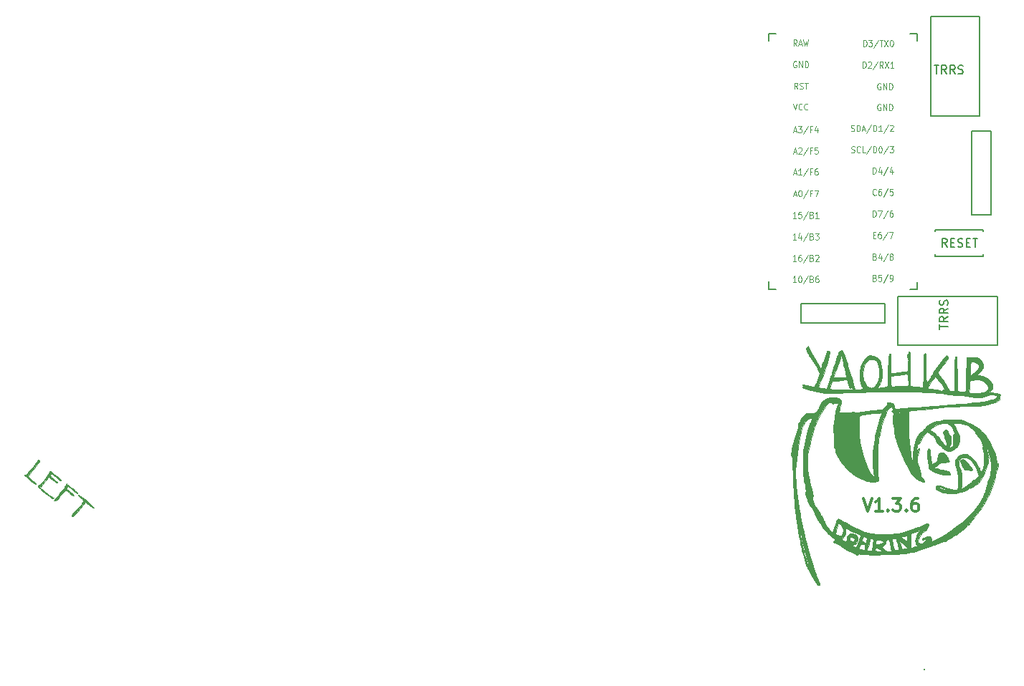
<source format=gbr>
%TF.GenerationSoftware,KiCad,Pcbnew,(5.1.10)-1*%
%TF.CreationDate,2021-10-28T21:07:41+02:00*%
%TF.ProjectId,yaohkib - lefft,79616f68-6b69-4622-902d-206c65666674,rev?*%
%TF.SameCoordinates,Original*%
%TF.FileFunction,Legend,Top*%
%TF.FilePolarity,Positive*%
%FSLAX46Y46*%
G04 Gerber Fmt 4.6, Leading zero omitted, Abs format (unit mm)*
G04 Created by KiCad (PCBNEW (5.1.10)-1) date 2021-10-28 21:07:41*
%MOMM*%
%LPD*%
G01*
G04 APERTURE LIST*
%ADD10C,0.300000*%
%ADD11C,0.150000*%
%ADD12C,0.010000*%
%ADD13C,0.125000*%
G04 APERTURE END LIST*
D10*
X186113357Y-109448571D02*
X186613357Y-110948571D01*
X187113357Y-109448571D01*
X188399071Y-110948571D02*
X187541928Y-110948571D01*
X187970500Y-110948571D02*
X187970500Y-109448571D01*
X187827642Y-109662857D01*
X187684785Y-109805714D01*
X187541928Y-109877142D01*
X189041928Y-110805714D02*
X189113357Y-110877142D01*
X189041928Y-110948571D01*
X188970500Y-110877142D01*
X189041928Y-110805714D01*
X189041928Y-110948571D01*
X189613357Y-109448571D02*
X190541928Y-109448571D01*
X190041928Y-110020000D01*
X190256214Y-110020000D01*
X190399071Y-110091428D01*
X190470500Y-110162857D01*
X190541928Y-110305714D01*
X190541928Y-110662857D01*
X190470500Y-110805714D01*
X190399071Y-110877142D01*
X190256214Y-110948571D01*
X189827642Y-110948571D01*
X189684785Y-110877142D01*
X189613357Y-110805714D01*
X191184785Y-110805714D02*
X191256214Y-110877142D01*
X191184785Y-110948571D01*
X191113357Y-110877142D01*
X191184785Y-110805714D01*
X191184785Y-110948571D01*
X192541928Y-109448571D02*
X192256214Y-109448571D01*
X192113357Y-109520000D01*
X192041928Y-109591428D01*
X191899071Y-109805714D01*
X191827642Y-110091428D01*
X191827642Y-110662857D01*
X191899071Y-110805714D01*
X191970500Y-110877142D01*
X192113357Y-110948571D01*
X192399071Y-110948571D01*
X192541928Y-110877142D01*
X192613357Y-110805714D01*
X192684785Y-110662857D01*
X192684785Y-110305714D01*
X192613357Y-110162857D01*
X192541928Y-110091428D01*
X192399071Y-110020000D01*
X192113357Y-110020000D01*
X191970500Y-110091428D01*
X191899071Y-110162857D01*
X191827642Y-110305714D01*
D11*
%TO.C,J7*%
X201975000Y-85525000D02*
X201975000Y-91325000D01*
X201975000Y-91325000D02*
X190225000Y-91325000D01*
X190225000Y-91325000D02*
X190225000Y-85525000D01*
X190225000Y-85525000D02*
X201975000Y-85525000D01*
%TO.C,J5*%
X178758000Y-88729500D02*
X178758000Y-86429500D01*
X188658000Y-86429500D02*
X188658000Y-88729500D01*
X178758000Y-86429500D02*
X188658000Y-86429500D01*
X178758000Y-88729500D02*
X188658000Y-88729500D01*
D12*
%TO.C,G\u002A\u002A\u002A*%
G36*
X94770008Y-110027542D02*
G01*
X95039785Y-110268966D01*
X95209059Y-110435622D01*
X95272869Y-110522821D01*
X95269774Y-110533464D01*
X95188182Y-110512203D01*
X95025645Y-110421450D01*
X94812296Y-110278747D01*
X94731988Y-110220363D01*
X94257235Y-109868050D01*
X93594569Y-110681556D01*
X93298454Y-111037656D01*
X93072309Y-111290093D01*
X92903686Y-111449748D01*
X92780136Y-111527499D01*
X92689214Y-111534227D01*
X92646725Y-111510044D01*
X92675688Y-111448064D01*
X92780840Y-111300701D01*
X92946038Y-111089281D01*
X93155141Y-110835127D01*
X93179696Y-110805989D01*
X93398474Y-110553426D01*
X93585284Y-110349843D01*
X93721600Y-110214571D01*
X93788897Y-110166940D01*
X93791256Y-110167851D01*
X93835772Y-110138312D01*
X93866746Y-110045919D01*
X93933805Y-109883123D01*
X93994378Y-109807626D01*
X94030149Y-109753460D01*
X94004695Y-109679671D01*
X93902244Y-109562752D01*
X93707027Y-109379197D01*
X93706817Y-109379006D01*
X93498567Y-109177863D01*
X93398067Y-109049863D01*
X93398330Y-108986008D01*
X93400618Y-108984487D01*
X93465746Y-108995246D01*
X93598477Y-109074658D01*
X93808459Y-109229753D01*
X94105346Y-109467564D01*
X94404692Y-109716038D01*
X94770008Y-110027542D01*
G37*
X94770008Y-110027542D02*
X95039785Y-110268966D01*
X95209059Y-110435622D01*
X95272869Y-110522821D01*
X95269774Y-110533464D01*
X95188182Y-110512203D01*
X95025645Y-110421450D01*
X94812296Y-110278747D01*
X94731988Y-110220363D01*
X94257235Y-109868050D01*
X93594569Y-110681556D01*
X93298454Y-111037656D01*
X93072309Y-111290093D01*
X92903686Y-111449748D01*
X92780136Y-111527499D01*
X92689214Y-111534227D01*
X92646725Y-111510044D01*
X92675688Y-111448064D01*
X92780840Y-111300701D01*
X92946038Y-111089281D01*
X93155141Y-110835127D01*
X93179696Y-110805989D01*
X93398474Y-110553426D01*
X93585284Y-110349843D01*
X93721600Y-110214571D01*
X93788897Y-110166940D01*
X93791256Y-110167851D01*
X93835772Y-110138312D01*
X93866746Y-110045919D01*
X93933805Y-109883123D01*
X93994378Y-109807626D01*
X94030149Y-109753460D01*
X94004695Y-109679671D01*
X93902244Y-109562752D01*
X93707027Y-109379197D01*
X93706817Y-109379006D01*
X93498567Y-109177863D01*
X93398067Y-109049863D01*
X93398330Y-108986008D01*
X93400618Y-108984487D01*
X93465746Y-108995246D01*
X93598477Y-109074658D01*
X93808459Y-109229753D01*
X94105346Y-109467564D01*
X94404692Y-109716038D01*
X94770008Y-110027542D01*
G36*
X88877181Y-104990779D02*
G01*
X88856097Y-105058442D01*
X88779459Y-105179014D01*
X88637198Y-105367109D01*
X88419251Y-105637336D01*
X88225402Y-105872180D01*
X87954898Y-106205016D01*
X87738189Y-106485517D01*
X87586896Y-106697864D01*
X87512637Y-106826236D01*
X87507066Y-106850121D01*
X87567535Y-106943220D01*
X87726207Y-107096565D01*
X87963929Y-107292041D01*
X88020056Y-107335194D01*
X88262947Y-107525083D01*
X88403908Y-107650259D01*
X88457459Y-107725705D01*
X88438123Y-107766403D01*
X88438050Y-107766443D01*
X88369564Y-107762510D01*
X88244866Y-107694160D01*
X88049675Y-107551650D01*
X87769713Y-107325240D01*
X87673738Y-107245108D01*
X87395022Y-107009761D01*
X87211953Y-106848975D01*
X87111308Y-106747535D01*
X87079864Y-106690229D01*
X87104398Y-106661842D01*
X87156146Y-106649615D01*
X87240281Y-106617923D01*
X87344605Y-106537867D01*
X87485480Y-106392758D01*
X87679272Y-106165904D01*
X87911688Y-105879008D01*
X88138226Y-105591612D01*
X88336519Y-105332570D01*
X88487505Y-105127313D01*
X88572125Y-105001274D01*
X88579113Y-104988410D01*
X88652980Y-104891413D01*
X88702264Y-104884513D01*
X88810623Y-104944972D01*
X88852772Y-104961413D01*
X88877181Y-104990779D01*
G37*
X88877181Y-104990779D02*
X88856097Y-105058442D01*
X88779459Y-105179014D01*
X88637198Y-105367109D01*
X88419251Y-105637336D01*
X88225402Y-105872180D01*
X87954898Y-106205016D01*
X87738189Y-106485517D01*
X87586896Y-106697864D01*
X87512637Y-106826236D01*
X87507066Y-106850121D01*
X87567535Y-106943220D01*
X87726207Y-107096565D01*
X87963929Y-107292041D01*
X88020056Y-107335194D01*
X88262947Y-107525083D01*
X88403908Y-107650259D01*
X88457459Y-107725705D01*
X88438123Y-107766403D01*
X88438050Y-107766443D01*
X88369564Y-107762510D01*
X88244866Y-107694160D01*
X88049675Y-107551650D01*
X87769713Y-107325240D01*
X87673738Y-107245108D01*
X87395022Y-107009761D01*
X87211953Y-106848975D01*
X87111308Y-106747535D01*
X87079864Y-106690229D01*
X87104398Y-106661842D01*
X87156146Y-106649615D01*
X87240281Y-106617923D01*
X87344605Y-106537867D01*
X87485480Y-106392758D01*
X87679272Y-106165904D01*
X87911688Y-105879008D01*
X88138226Y-105591612D01*
X88336519Y-105332570D01*
X88487505Y-105127313D01*
X88572125Y-105001274D01*
X88579113Y-104988410D01*
X88652980Y-104891413D01*
X88702264Y-104884513D01*
X88810623Y-104944972D01*
X88852772Y-104961413D01*
X88877181Y-104990779D01*
G36*
X91106232Y-107000740D02*
G01*
X91306731Y-107189407D01*
X91400909Y-107301676D01*
X91400518Y-107332824D01*
X91315248Y-107301532D01*
X91151998Y-107195850D01*
X90938606Y-107034741D01*
X90817272Y-106935526D01*
X90554357Y-106723009D01*
X90375544Y-106599500D01*
X90264618Y-106554770D01*
X90224172Y-106561338D01*
X90130225Y-106643467D01*
X90129441Y-106746658D01*
X90230074Y-106885289D01*
X90440376Y-107073741D01*
X90582791Y-107186188D01*
X90813067Y-107367886D01*
X90943357Y-107484620D01*
X90988807Y-107553013D01*
X90964562Y-107589694D01*
X90954343Y-107594069D01*
X90867753Y-107589017D01*
X90733529Y-107512614D01*
X90531475Y-107352021D01*
X90416912Y-107252295D01*
X89985436Y-106870367D01*
X89465217Y-107522016D01*
X88944997Y-108173665D01*
X89548891Y-108661387D01*
X89818045Y-108873747D01*
X90068423Y-109062411D01*
X90267053Y-109203001D01*
X90359901Y-109260985D01*
X90490929Y-109342403D01*
X90507971Y-109396094D01*
X90459380Y-109432540D01*
X90406724Y-109444657D01*
X90331030Y-109421572D01*
X90215618Y-109351802D01*
X90043810Y-109223863D01*
X89798926Y-109026277D01*
X89464288Y-108747558D01*
X89463820Y-108747165D01*
X89136679Y-108471661D01*
X88905233Y-108272494D01*
X88756577Y-108135894D01*
X88677807Y-108048095D01*
X88656020Y-107995329D01*
X88678312Y-107963827D01*
X88713740Y-107946850D01*
X88838806Y-107861080D01*
X89010949Y-107695821D01*
X89212096Y-107474300D01*
X89424176Y-107219740D01*
X89629113Y-106955366D01*
X89808836Y-106704405D01*
X89945272Y-106490078D01*
X90020347Y-106335614D01*
X90020801Y-106267208D01*
X90023181Y-106212073D01*
X90049300Y-106199018D01*
X90133580Y-106232202D01*
X90303769Y-106345579D01*
X90540565Y-106525312D01*
X90803665Y-106739901D01*
X91106232Y-107000740D01*
G37*
X91106232Y-107000740D02*
X91306731Y-107189407D01*
X91400909Y-107301676D01*
X91400518Y-107332824D01*
X91315248Y-107301532D01*
X91151998Y-107195850D01*
X90938606Y-107034741D01*
X90817272Y-106935526D01*
X90554357Y-106723009D01*
X90375544Y-106599500D01*
X90264618Y-106554770D01*
X90224172Y-106561338D01*
X90130225Y-106643467D01*
X90129441Y-106746658D01*
X90230074Y-106885289D01*
X90440376Y-107073741D01*
X90582791Y-107186188D01*
X90813067Y-107367886D01*
X90943357Y-107484620D01*
X90988807Y-107553013D01*
X90964562Y-107589694D01*
X90954343Y-107594069D01*
X90867753Y-107589017D01*
X90733529Y-107512614D01*
X90531475Y-107352021D01*
X90416912Y-107252295D01*
X89985436Y-106870367D01*
X89465217Y-107522016D01*
X88944997Y-108173665D01*
X89548891Y-108661387D01*
X89818045Y-108873747D01*
X90068423Y-109062411D01*
X90267053Y-109203001D01*
X90359901Y-109260985D01*
X90490929Y-109342403D01*
X90507971Y-109396094D01*
X90459380Y-109432540D01*
X90406724Y-109444657D01*
X90331030Y-109421572D01*
X90215618Y-109351802D01*
X90043810Y-109223863D01*
X89798926Y-109026277D01*
X89464288Y-108747558D01*
X89463820Y-108747165D01*
X89136679Y-108471661D01*
X88905233Y-108272494D01*
X88756577Y-108135894D01*
X88677807Y-108048095D01*
X88656020Y-107995329D01*
X88678312Y-107963827D01*
X88713740Y-107946850D01*
X88838806Y-107861080D01*
X89010949Y-107695821D01*
X89212096Y-107474300D01*
X89424176Y-107219740D01*
X89629113Y-106955366D01*
X89808836Y-106704405D01*
X89945272Y-106490078D01*
X90020347Y-106335614D01*
X90020801Y-106267208D01*
X90023181Y-106212073D01*
X90049300Y-106199018D01*
X90133580Y-106232202D01*
X90303769Y-106345579D01*
X90540565Y-106525312D01*
X90803665Y-106739901D01*
X91106232Y-107000740D01*
G36*
X92873313Y-108353629D02*
G01*
X93097852Y-108552808D01*
X93266965Y-108713470D01*
X93359999Y-108817446D01*
X93369166Y-108846560D01*
X93290011Y-108821682D01*
X93129016Y-108721519D01*
X92911401Y-108562716D01*
X92771662Y-108452313D01*
X92540254Y-108267909D01*
X92351084Y-108123283D01*
X92229654Y-108037598D01*
X92199712Y-108022463D01*
X92144114Y-108080837D01*
X92089322Y-108178945D01*
X92059737Y-108258086D01*
X92070727Y-108327932D01*
X92141351Y-108412774D01*
X92290669Y-108536902D01*
X92488101Y-108687230D01*
X92725881Y-108872771D01*
X92861289Y-108996894D01*
X92909858Y-109075704D01*
X92899533Y-109113728D01*
X92839119Y-109125962D01*
X92721881Y-109065971D01*
X92530769Y-108923443D01*
X92380220Y-108799619D01*
X91920807Y-108414125D01*
X91791012Y-108558498D01*
X91689379Y-108677102D01*
X91527623Y-108871878D01*
X91333839Y-109108863D01*
X91245128Y-109218426D01*
X91018752Y-109486665D01*
X90852140Y-109649830D01*
X90727210Y-109720537D01*
X90625880Y-109711408D01*
X90580311Y-109682370D01*
X90613315Y-109623645D01*
X90722505Y-109476185D01*
X90893036Y-109259077D01*
X91110061Y-108991406D01*
X91240711Y-108833340D01*
X91561255Y-108438038D01*
X91790984Y-108132308D01*
X91926933Y-107920267D01*
X91964798Y-107829338D01*
X92003273Y-107705160D01*
X92056731Y-107695472D01*
X92073665Y-107706708D01*
X92340566Y-107912408D01*
X92614000Y-108134105D01*
X92873313Y-108353629D01*
G37*
X92873313Y-108353629D02*
X93097852Y-108552808D01*
X93266965Y-108713470D01*
X93359999Y-108817446D01*
X93369166Y-108846560D01*
X93290011Y-108821682D01*
X93129016Y-108721519D01*
X92911401Y-108562716D01*
X92771662Y-108452313D01*
X92540254Y-108267909D01*
X92351084Y-108123283D01*
X92229654Y-108037598D01*
X92199712Y-108022463D01*
X92144114Y-108080837D01*
X92089322Y-108178945D01*
X92059737Y-108258086D01*
X92070727Y-108327932D01*
X92141351Y-108412774D01*
X92290669Y-108536902D01*
X92488101Y-108687230D01*
X92725881Y-108872771D01*
X92861289Y-108996894D01*
X92909858Y-109075704D01*
X92899533Y-109113728D01*
X92839119Y-109125962D01*
X92721881Y-109065971D01*
X92530769Y-108923443D01*
X92380220Y-108799619D01*
X91920807Y-108414125D01*
X91791012Y-108558498D01*
X91689379Y-108677102D01*
X91527623Y-108871878D01*
X91333839Y-109108863D01*
X91245128Y-109218426D01*
X91018752Y-109486665D01*
X90852140Y-109649830D01*
X90727210Y-109720537D01*
X90625880Y-109711408D01*
X90580311Y-109682370D01*
X90613315Y-109623645D01*
X90722505Y-109476185D01*
X90893036Y-109259077D01*
X91110061Y-108991406D01*
X91240711Y-108833340D01*
X91561255Y-108438038D01*
X91790984Y-108132308D01*
X91926933Y-107920267D01*
X91964798Y-107829338D01*
X92003273Y-107705160D01*
X92056731Y-107695472D01*
X92073665Y-107706708D01*
X92340566Y-107912408D01*
X92614000Y-108134105D01*
X92873313Y-108353629D01*
D11*
%TO.C,U1*%
X174972000Y-54507500D02*
X174972000Y-55357500D01*
X192472000Y-54507500D02*
X192472000Y-55357500D01*
X174972000Y-54507500D02*
X175822000Y-54507500D01*
X192472000Y-54507500D02*
X191672000Y-54507500D01*
X174972000Y-83807500D02*
X174972000Y-84707500D01*
X192472000Y-83857500D02*
X192472000Y-84707500D01*
X174972000Y-84707500D02*
X175822000Y-84707500D01*
X192472000Y-84707500D02*
X191612000Y-84707500D01*
D12*
%TO.C,G\u002A\u002A\u002A*%
G36*
X193330777Y-129612156D02*
G01*
X193332455Y-129625955D01*
X193288525Y-129682004D01*
X193274727Y-129683682D01*
X193218677Y-129639753D01*
X193217000Y-129625955D01*
X193260929Y-129569905D01*
X193274727Y-129568227D01*
X193330777Y-129612156D01*
G37*
X193330777Y-129612156D02*
X193332455Y-129625955D01*
X193288525Y-129682004D01*
X193274727Y-129683682D01*
X193218677Y-129639753D01*
X193217000Y-129625955D01*
X193260929Y-129569905D01*
X193274727Y-129568227D01*
X193330777Y-129612156D01*
G36*
X179615384Y-91420121D02*
G01*
X179644308Y-91477254D01*
X179711161Y-91613756D01*
X179803881Y-91804925D01*
X179850335Y-91901182D01*
X179973184Y-92145046D01*
X180100214Y-92379307D01*
X180208215Y-92561553D01*
X180229449Y-92593909D01*
X180317813Y-92736904D01*
X180441157Y-92953272D01*
X180582828Y-93213118D01*
X180719856Y-93474250D01*
X180848874Y-93719543D01*
X180961142Y-93922409D01*
X181045467Y-94063366D01*
X181090657Y-94122929D01*
X181092937Y-94123682D01*
X181127257Y-94072772D01*
X181171430Y-93942850D01*
X181196304Y-93845841D01*
X181245875Y-93677438D01*
X181329910Y-93438736D01*
X181435585Y-93164760D01*
X181523719Y-92951598D01*
X181629523Y-92689154D01*
X181715027Y-92449029D01*
X181770567Y-92260221D01*
X181787000Y-92161484D01*
X181801194Y-92038571D01*
X181868242Y-91993164D01*
X181960182Y-91987773D01*
X182050345Y-91991381D01*
X182103931Y-92015851D01*
X182124028Y-92081651D01*
X182113724Y-92209247D01*
X182076108Y-92419108D01*
X182047274Y-92565045D01*
X181972236Y-92918878D01*
X181889295Y-93256819D01*
X181792078Y-93598348D01*
X181674211Y-93962945D01*
X181529321Y-94370093D01*
X181351033Y-94839271D01*
X181132975Y-95389960D01*
X181079789Y-95522106D01*
X180974277Y-95791456D01*
X180890178Y-96021301D01*
X180834493Y-96191284D01*
X180814222Y-96281045D01*
X180816006Y-96289203D01*
X180895676Y-96324228D01*
X181051104Y-96364367D01*
X181248617Y-96403920D01*
X181454546Y-96437186D01*
X181635219Y-96458465D01*
X181756965Y-96462056D01*
X181787429Y-96453664D01*
X181800367Y-96427901D01*
X182161237Y-96427901D01*
X182190971Y-96486980D01*
X182258718Y-96515505D01*
X182262475Y-96516340D01*
X182440252Y-96551839D01*
X182601554Y-96573909D01*
X182777833Y-96584167D01*
X183000540Y-96584234D01*
X183301126Y-96575728D01*
X183369131Y-96573294D01*
X183687059Y-96562967D01*
X184007473Y-96554707D01*
X184287527Y-96549512D01*
X184445382Y-96548227D01*
X184834273Y-96548227D01*
X184779519Y-96304534D01*
X184733013Y-96123507D01*
X184699268Y-96042482D01*
X184682169Y-96065692D01*
X184685601Y-96197370D01*
X184686032Y-96202671D01*
X184681498Y-96347405D01*
X184628271Y-96412152D01*
X184601205Y-96420335D01*
X184516825Y-96403543D01*
X184499826Y-96364846D01*
X184474317Y-96262620D01*
X184413420Y-96123457D01*
X184412881Y-96122424D01*
X184341829Y-95939166D01*
X184328420Y-95879553D01*
X184620194Y-95879553D01*
X184630807Y-95954426D01*
X184650513Y-95955320D01*
X184664294Y-95878058D01*
X184655071Y-95844676D01*
X184629438Y-95822810D01*
X184620194Y-95879553D01*
X184328420Y-95879553D01*
X184302432Y-95764022D01*
X184289870Y-95682318D01*
X184557909Y-95682318D01*
X184579031Y-95729834D01*
X184596394Y-95720803D01*
X184603303Y-95652294D01*
X184596394Y-95643833D01*
X184562075Y-95651757D01*
X184557909Y-95682318D01*
X184289870Y-95682318D01*
X184266644Y-95531273D01*
X184216655Y-95398173D01*
X184158718Y-95364818D01*
X184442455Y-95364818D01*
X184471318Y-95393682D01*
X184500182Y-95364818D01*
X184471318Y-95335955D01*
X184442455Y-95364818D01*
X184158718Y-95364818D01*
X184131452Y-95349121D01*
X183990022Y-95368513D01*
X183836318Y-95417922D01*
X183677798Y-95456814D01*
X183442417Y-95495089D01*
X183168655Y-95527033D01*
X183015107Y-95539874D01*
X182424805Y-95581538D01*
X182316057Y-95877269D01*
X182222187Y-96142051D01*
X182171112Y-96319260D01*
X182161237Y-96427901D01*
X181800367Y-96427901D01*
X181824943Y-96378964D01*
X181888923Y-96214170D01*
X181972586Y-95979752D01*
X182069149Y-95696180D01*
X182171827Y-95383923D01*
X182266505Y-95086491D01*
X182595182Y-95086491D01*
X182606281Y-95124378D01*
X182651485Y-95148680D01*
X182748659Y-95160817D01*
X182915663Y-95162207D01*
X183170360Y-95154270D01*
X183351306Y-95146577D01*
X183633598Y-95132721D01*
X183870965Y-95118604D01*
X184041359Y-95105720D01*
X184122733Y-95095564D01*
X184126349Y-95094029D01*
X184120578Y-95033910D01*
X184089759Y-94887322D01*
X184039429Y-94679126D01*
X184000121Y-94527236D01*
X183892087Y-94106739D01*
X183797919Y-93715373D01*
X183728392Y-93402091D01*
X183865182Y-93402091D01*
X183894045Y-93430955D01*
X183922909Y-93402091D01*
X183894045Y-93373227D01*
X183865182Y-93402091D01*
X183728392Y-93402091D01*
X183721617Y-93371567D01*
X183667182Y-93093748D01*
X183638613Y-92900347D01*
X183635264Y-92846318D01*
X183603288Y-92704028D01*
X183547682Y-92622773D01*
X183479517Y-92582975D01*
X183461192Y-92637760D01*
X183461091Y-92648298D01*
X183440326Y-92756898D01*
X183387556Y-92923013D01*
X183352185Y-93016162D01*
X183223987Y-93339570D01*
X183091944Y-93681445D01*
X182962782Y-94023387D01*
X182843231Y-94346994D01*
X182740019Y-94633864D01*
X182659875Y-94865596D01*
X182609526Y-95023789D01*
X182595182Y-95086491D01*
X182266505Y-95086491D01*
X182273839Y-95063452D01*
X182368399Y-94755235D01*
X182448725Y-94479743D01*
X182483050Y-94354591D01*
X182566886Y-94068950D01*
X182676443Y-93735552D01*
X182792215Y-93412868D01*
X182829718Y-93315500D01*
X182934788Y-93040428D01*
X183034454Y-92764953D01*
X183113242Y-92532421D01*
X183138864Y-92449591D01*
X183209305Y-92224238D01*
X183270663Y-92085628D01*
X183341696Y-92008454D01*
X183441158Y-91967412D01*
X183507256Y-91952562D01*
X183634484Y-91937128D01*
X183684797Y-91971359D01*
X183692000Y-92034877D01*
X183715869Y-92147615D01*
X183747297Y-92188316D01*
X183783090Y-92252056D01*
X183843935Y-92401355D01*
X183921421Y-92611273D01*
X184007140Y-92856870D01*
X184092681Y-93113205D01*
X184169635Y-93355339D01*
X184229591Y-93558331D01*
X184264139Y-93697241D01*
X184269273Y-93736274D01*
X184288488Y-93851017D01*
X184340365Y-94046197D01*
X184416248Y-94294445D01*
X184507483Y-94568391D01*
X184605417Y-94840662D01*
X184675490Y-95020971D01*
X184759791Y-95239141D01*
X184827687Y-95432707D01*
X184865500Y-95562478D01*
X184866902Y-95569380D01*
X184893094Y-95695417D01*
X184936418Y-95892353D01*
X184987730Y-96118661D01*
X184990273Y-96129704D01*
X185086709Y-96548227D01*
X185569356Y-96548227D01*
X185794289Y-96542260D01*
X185971974Y-96526370D01*
X186073212Y-96503575D01*
X186084943Y-96494932D01*
X186078786Y-96416239D01*
X186076424Y-96410613D01*
X186424798Y-96410613D01*
X186434045Y-96432773D01*
X186510517Y-96488345D01*
X186527450Y-96490500D01*
X186558748Y-96454932D01*
X186549500Y-96432773D01*
X186473028Y-96377201D01*
X186456095Y-96375045D01*
X186424798Y-96410613D01*
X186076424Y-96410613D01*
X186025131Y-96288455D01*
X186289727Y-96288455D01*
X186318591Y-96317318D01*
X186347455Y-96288455D01*
X186318591Y-96259591D01*
X186289727Y-96288455D01*
X186025131Y-96288455D01*
X186023396Y-96284323D01*
X185996919Y-96236621D01*
X185909454Y-96055713D01*
X185825908Y-95831321D01*
X185794891Y-95727076D01*
X185746068Y-95453226D01*
X185719778Y-95110509D01*
X185717244Y-94872576D01*
X186066435Y-94872576D01*
X186070014Y-95071617D01*
X186097504Y-95245900D01*
X186154373Y-95440406D01*
X186198456Y-95567527D01*
X186348986Y-95898845D01*
X186535120Y-96130790D01*
X186770065Y-96277251D01*
X186918713Y-96324920D01*
X187080007Y-96358761D01*
X187187615Y-96354369D01*
X187299266Y-96303777D01*
X187367560Y-96262993D01*
X187582921Y-96069918D01*
X187763369Y-95784922D01*
X187900860Y-95428365D01*
X187987350Y-95020611D01*
X188014946Y-94624206D01*
X188000553Y-94370348D01*
X187960613Y-94074631D01*
X187902279Y-93771397D01*
X187832705Y-93494986D01*
X187759045Y-93279739D01*
X187717660Y-93197080D01*
X187565059Y-93058606D01*
X187329869Y-92987305D01*
X187026333Y-92987474D01*
X187023802Y-92987760D01*
X186823943Y-93023451D01*
X186680553Y-93093827D01*
X186537515Y-93228045D01*
X186516221Y-93251480D01*
X186339469Y-93500119D01*
X186211292Y-93806998D01*
X186125788Y-94190479D01*
X186081298Y-94603794D01*
X186066435Y-94872576D01*
X185717244Y-94872576D01*
X185715823Y-94739252D01*
X185734006Y-94379778D01*
X185774129Y-94072415D01*
X185803605Y-93946546D01*
X185908394Y-93668876D01*
X186061846Y-93363718D01*
X186242096Y-93067761D01*
X186427279Y-92817690D01*
X186557920Y-92680851D01*
X186726009Y-92569835D01*
X186900502Y-92511155D01*
X187047645Y-92511684D01*
X187126773Y-92565045D01*
X187206180Y-92609395D01*
X187306228Y-92622773D01*
X187501178Y-92662531D01*
X187725868Y-92767115D01*
X187933981Y-92914492D01*
X187950497Y-92929268D01*
X188096487Y-93133610D01*
X188205393Y-93443513D01*
X188276303Y-93854899D01*
X188308304Y-94363686D01*
X188310182Y-94538440D01*
X188307941Y-94860220D01*
X188298503Y-95096843D01*
X188277790Y-95278564D01*
X188241727Y-95435637D01*
X188186238Y-95598318D01*
X188157398Y-95672472D01*
X188069684Y-95882153D01*
X187986693Y-96061459D01*
X187926488Y-96171413D01*
X187851694Y-96311133D01*
X187868628Y-96381459D01*
X187978608Y-96384799D01*
X187994379Y-96381142D01*
X193754892Y-96381142D01*
X193757263Y-96403497D01*
X193832802Y-96465004D01*
X194005636Y-96492037D01*
X194066665Y-96493809D01*
X194260198Y-96509103D01*
X194513950Y-96546352D01*
X194776557Y-96597868D01*
X194804500Y-96604243D01*
X195072315Y-96665174D01*
X195247408Y-96700480D01*
X195349184Y-96712064D01*
X195397047Y-96701828D01*
X195410399Y-96671677D01*
X195410636Y-96663682D01*
X195460799Y-96623150D01*
X195581664Y-96605959D01*
X195583818Y-96605955D01*
X195705410Y-96588903D01*
X195756986Y-96547818D01*
X195757000Y-96547080D01*
X195725869Y-96461454D01*
X195646050Y-96316327D01*
X195537900Y-96144734D01*
X195421780Y-95979707D01*
X195356560Y-95897358D01*
X195269497Y-95794361D01*
X195132976Y-95632893D01*
X194972094Y-95442636D01*
X194919814Y-95380816D01*
X194591609Y-94992722D01*
X194396040Y-95265361D01*
X194195152Y-95556821D01*
X194020810Y-95831561D01*
X193882797Y-96072148D01*
X193790896Y-96261152D01*
X193754892Y-96381142D01*
X187994379Y-96381142D01*
X188035977Y-96371497D01*
X188121891Y-96353416D01*
X189976262Y-96353416D01*
X190052937Y-96363411D01*
X190070864Y-96363792D01*
X190169452Y-96357552D01*
X190178132Y-96339481D01*
X190172985Y-96337180D01*
X190058386Y-96325760D01*
X189999803Y-96335041D01*
X189976262Y-96353416D01*
X188121891Y-96353416D01*
X188201900Y-96336578D01*
X188421509Y-96302363D01*
X188555557Y-96286151D01*
X188782797Y-96253128D01*
X188930494Y-96197193D01*
X189012374Y-96097451D01*
X189042165Y-95933003D01*
X189033592Y-95682953D01*
X189024193Y-95572705D01*
X189006955Y-95383386D01*
X188994597Y-95231310D01*
X189352049Y-95231310D01*
X189352052Y-95502626D01*
X189381184Y-95851967D01*
X189385967Y-95892784D01*
X189421658Y-96189841D01*
X190179215Y-96165785D01*
X190488499Y-96154166D01*
X190778845Y-96140041D01*
X191018675Y-96125153D01*
X191176411Y-96111239D01*
X191182114Y-96110532D01*
X191427455Y-96079335D01*
X191427455Y-95657974D01*
X191422402Y-95403784D01*
X191409215Y-95155418D01*
X191392432Y-94981095D01*
X191366210Y-94824097D01*
X191324945Y-94752654D01*
X191238630Y-94737840D01*
X191147091Y-94744610D01*
X190913163Y-94768104D01*
X190635560Y-94799532D01*
X190339035Y-94835655D01*
X190048343Y-94873235D01*
X189788238Y-94909035D01*
X189583473Y-94939817D01*
X189458803Y-94962342D01*
X189436914Y-94968312D01*
X189380545Y-95049409D01*
X189352049Y-95231310D01*
X188994597Y-95231310D01*
X188994339Y-95228139D01*
X188986687Y-95088037D01*
X188984343Y-94944158D01*
X188987647Y-94777575D01*
X188996943Y-94569365D01*
X189012573Y-94300602D01*
X189034879Y-93952362D01*
X189060585Y-93560841D01*
X189087917Y-93154291D01*
X189110739Y-92848709D01*
X189131276Y-92629802D01*
X189151754Y-92483281D01*
X189174399Y-92394854D01*
X189201439Y-92350230D01*
X189235098Y-92335120D01*
X189251678Y-92334136D01*
X189289014Y-92339123D01*
X189316331Y-92363957D01*
X189334704Y-92423448D01*
X189345208Y-92532406D01*
X189348919Y-92705640D01*
X189346912Y-92957960D01*
X189340261Y-93304176D01*
X189336010Y-93495871D01*
X189309817Y-94657606D01*
X189632613Y-94624493D01*
X189884328Y-94596884D01*
X190170549Y-94562652D01*
X190468649Y-94524859D01*
X190755997Y-94486565D01*
X191009965Y-94450832D01*
X191207924Y-94420722D01*
X191327245Y-94399295D01*
X191351610Y-94391951D01*
X191362008Y-94329688D01*
X191375637Y-94174032D01*
X191390888Y-93946941D01*
X191406149Y-93670375D01*
X191409405Y-93603869D01*
X191422969Y-93288719D01*
X191427354Y-93069005D01*
X191421115Y-92924970D01*
X191402807Y-92836856D01*
X191370984Y-92784904D01*
X191348068Y-92765220D01*
X191297132Y-92717071D01*
X191284824Y-92653645D01*
X191313774Y-92544302D01*
X191382045Y-92369602D01*
X191449297Y-92211191D01*
X191504720Y-92101643D01*
X191549446Y-92048025D01*
X191584610Y-92057402D01*
X191611344Y-92136842D01*
X191630782Y-92293411D01*
X191644058Y-92534176D01*
X191652305Y-92866202D01*
X191656657Y-93296557D01*
X191658247Y-93832307D01*
X191658364Y-94092202D01*
X191658364Y-96138905D01*
X191845977Y-96169185D01*
X192097813Y-96205738D01*
X192370826Y-96238775D01*
X192639016Y-96265977D01*
X192876381Y-96285025D01*
X193056918Y-96293599D01*
X193154627Y-96289380D01*
X193162283Y-96286594D01*
X193177174Y-96220818D01*
X193190191Y-96049605D01*
X193201042Y-95782959D01*
X193209432Y-95430887D01*
X193215068Y-95003395D01*
X193217657Y-94510487D01*
X193217788Y-94394479D01*
X193219035Y-93937125D01*
X193222201Y-93512554D01*
X193227018Y-93135688D01*
X193233219Y-92821445D01*
X193240538Y-92584747D01*
X193248707Y-92440512D01*
X193253385Y-92406295D01*
X193324428Y-92300289D01*
X193396915Y-92276409D01*
X193430897Y-92281738D01*
X193456965Y-92306710D01*
X193476170Y-92364807D01*
X193489562Y-92469507D01*
X193498194Y-92634292D01*
X193503115Y-92872640D01*
X193505376Y-93198033D01*
X193506028Y-93623950D01*
X193506047Y-93676295D01*
X193507710Y-94092933D01*
X193512149Y-94494468D01*
X193518903Y-94858806D01*
X193527511Y-95163849D01*
X193537514Y-95387500D01*
X193543350Y-95466822D01*
X193580242Y-95857462D01*
X193708180Y-95668867D01*
X193787670Y-95546511D01*
X193910180Y-95351803D01*
X194059156Y-95111289D01*
X194218044Y-94851511D01*
X194221834Y-94845273D01*
X194447303Y-94485490D01*
X194688549Y-94120421D01*
X194935753Y-93763051D01*
X195179095Y-93426366D01*
X195408756Y-93123351D01*
X195614916Y-92866992D01*
X195787755Y-92670273D01*
X195917454Y-92546180D01*
X195989803Y-92507318D01*
X196077223Y-92558379D01*
X196141285Y-92684895D01*
X196160303Y-92806267D01*
X196127712Y-92865806D01*
X196038698Y-92997522D01*
X195907426Y-93182230D01*
X195748064Y-93400747D01*
X195574776Y-93633889D01*
X195401729Y-93862471D01*
X195243089Y-94067310D01*
X195113022Y-94229221D01*
X195083902Y-94263959D01*
X194973848Y-94404799D01*
X194904466Y-94515437D01*
X194891969Y-94552595D01*
X194926283Y-94620265D01*
X195018715Y-94756859D01*
X195154620Y-94941658D01*
X195297667Y-95126589D01*
X195523850Y-95426124D01*
X195738916Y-95735206D01*
X195928218Y-96030701D01*
X196077113Y-96289475D01*
X196170955Y-96488394D01*
X196184563Y-96527563D01*
X196259071Y-96635000D01*
X196411588Y-96697281D01*
X196657509Y-96720230D01*
X196695068Y-96720621D01*
X196911545Y-96721409D01*
X196911545Y-94728006D01*
X196912060Y-94189339D01*
X196913930Y-93754977D01*
X196917646Y-93413773D01*
X196923697Y-93154582D01*
X196932573Y-92966257D01*
X196944764Y-92837652D01*
X196960759Y-92757621D01*
X196981048Y-92715018D01*
X197000626Y-92700420D01*
X197093241Y-92685278D01*
X197118278Y-92694808D01*
X197126436Y-92757186D01*
X197136768Y-92921633D01*
X197148737Y-93174795D01*
X197161804Y-93503318D01*
X197175433Y-93893849D01*
X197189087Y-94333035D01*
X197200182Y-94729818D01*
X197213099Y-95198849D01*
X197225833Y-95629834D01*
X197237926Y-96009536D01*
X197248920Y-96324719D01*
X197258358Y-96562145D01*
X197265780Y-96708576D01*
X197270144Y-96751596D01*
X197331121Y-96767287D01*
X197475963Y-96794163D01*
X197674307Y-96826624D01*
X197690445Y-96829120D01*
X197921260Y-96858883D01*
X198065346Y-96860742D01*
X198148134Y-96834177D01*
X198166013Y-96819409D01*
X198187510Y-96765268D01*
X198206159Y-96643572D01*
X198222378Y-96446232D01*
X198236580Y-96165161D01*
X198249183Y-95792269D01*
X198260602Y-95319470D01*
X198270441Y-94787989D01*
X198272258Y-94689225D01*
X198724321Y-94689225D01*
X198728582Y-94836734D01*
X198738285Y-94892088D01*
X198816904Y-94899294D01*
X198924452Y-94814873D01*
X198978569Y-94747783D01*
X199073476Y-94663533D01*
X199137319Y-94643227D01*
X199212344Y-94618923D01*
X199221001Y-94599932D01*
X199266402Y-94545323D01*
X199377203Y-94468221D01*
X199396942Y-94456715D01*
X199547904Y-94322561D01*
X199675828Y-94122383D01*
X199686165Y-94099875D01*
X199751956Y-93938836D01*
X199769524Y-93830259D01*
X199740525Y-93722485D01*
X199701057Y-93635861D01*
X199627911Y-93517545D01*
X200028818Y-93517545D01*
X200057682Y-93546409D01*
X200086545Y-93517545D01*
X200057682Y-93488682D01*
X200028818Y-93517545D01*
X199627911Y-93517545D01*
X199616249Y-93498683D01*
X199498449Y-93410825D01*
X199314400Y-93343270D01*
X199075643Y-93280171D01*
X198923040Y-93263439D01*
X198836268Y-93294804D01*
X198795008Y-93375993D01*
X198792452Y-93387659D01*
X198774766Y-93520190D01*
X198758326Y-93722209D01*
X198744097Y-93966917D01*
X198733043Y-94227520D01*
X198726129Y-94477222D01*
X198724321Y-94689225D01*
X198272258Y-94689225D01*
X198278984Y-94323819D01*
X198288444Y-93897157D01*
X198295442Y-93633000D01*
X198585636Y-93633000D01*
X198614500Y-93661864D01*
X198643364Y-93633000D01*
X198614500Y-93604136D01*
X198585636Y-93633000D01*
X198295442Y-93633000D01*
X198298396Y-93521536D01*
X198299454Y-93488682D01*
X198585636Y-93488682D01*
X198606758Y-93536198D01*
X198624121Y-93527167D01*
X198631030Y-93458658D01*
X198624121Y-93450197D01*
X198589802Y-93458121D01*
X198585636Y-93488682D01*
X198299454Y-93488682D01*
X198308414Y-93210493D01*
X198317626Y-92988379D01*
X199355333Y-92988379D01*
X199363257Y-93022698D01*
X199393818Y-93026864D01*
X199441334Y-93005742D01*
X199432303Y-92988379D01*
X199363794Y-92981470D01*
X199355333Y-92988379D01*
X198317626Y-92988379D01*
X198318075Y-92977562D01*
X198326953Y-92836279D01*
X198332902Y-92798537D01*
X198418659Y-92770498D01*
X198605837Y-92747994D01*
X198880481Y-92732257D01*
X199162909Y-92725243D01*
X199498274Y-92748977D01*
X199758241Y-92837925D01*
X199969528Y-93003437D01*
X200054219Y-93103783D01*
X200197178Y-93356509D01*
X200251677Y-93638605D01*
X200232742Y-93929232D01*
X200196244Y-94088586D01*
X200127104Y-94231489D01*
X200005477Y-94391172D01*
X199865109Y-94544850D01*
X199706512Y-94719761D01*
X199632442Y-94821972D01*
X199640628Y-94854917D01*
X199663165Y-94850517D01*
X199775696Y-94843064D01*
X199825321Y-94871788D01*
X199905190Y-94916450D01*
X200019422Y-94931864D01*
X200147099Y-94956452D01*
X200338262Y-95021305D01*
X200554156Y-95113050D01*
X200579869Y-95125224D01*
X200900474Y-95314199D01*
X201130946Y-95540840D01*
X201296132Y-95832361D01*
X201346720Y-95965137D01*
X201405106Y-96197651D01*
X201389112Y-96387009D01*
X201291303Y-96582227D01*
X201242440Y-96652658D01*
X201070608Y-96889866D01*
X201256872Y-96919107D01*
X201410316Y-96943065D01*
X201628839Y-96977030D01*
X201849614Y-97011245D01*
X202064601Y-97048842D01*
X202189256Y-97085949D01*
X202248125Y-97133602D01*
X202265436Y-97198183D01*
X202245823Y-97333790D01*
X202212685Y-97397044D01*
X202183104Y-97492861D01*
X202216382Y-97551138D01*
X202253957Y-97668658D01*
X202178554Y-97792007D01*
X201992443Y-97920120D01*
X201697895Y-98051932D01*
X201297181Y-98186379D01*
X200792571Y-98322397D01*
X200357100Y-98422679D01*
X200159057Y-98458083D01*
X199918690Y-98485950D01*
X199619954Y-98507274D01*
X199246801Y-98523049D01*
X198783184Y-98534270D01*
X198480964Y-98538897D01*
X197791877Y-98550993D01*
X197150690Y-98569676D01*
X196535541Y-98596505D01*
X195924565Y-98633038D01*
X195295898Y-98680836D01*
X194627678Y-98741456D01*
X193898039Y-98816458D01*
X193085118Y-98907400D01*
X192726318Y-98949227D01*
X192526772Y-98972367D01*
X192264258Y-99002350D01*
X191990556Y-99033269D01*
X191949668Y-99037854D01*
X191728138Y-99063925D01*
X191557493Y-99086399D01*
X191464557Y-99101642D01*
X191455187Y-99104801D01*
X191456308Y-99163824D01*
X191465016Y-99309761D01*
X191479569Y-99514447D01*
X191484490Y-99578909D01*
X191496673Y-99877889D01*
X191493423Y-100206086D01*
X191476970Y-100473682D01*
X191433409Y-101352911D01*
X191479384Y-102253398D01*
X191517075Y-102582921D01*
X191563010Y-102939649D01*
X191613610Y-103337037D01*
X191661300Y-103715416D01*
X191685360Y-103908455D01*
X191719429Y-104154802D01*
X191762890Y-104427998D01*
X191811293Y-104704717D01*
X191860192Y-104961635D01*
X191905138Y-105175429D01*
X191941684Y-105322772D01*
X191965382Y-105380342D01*
X191966059Y-105380448D01*
X191970112Y-105326381D01*
X191974027Y-105178944D01*
X191977374Y-104960222D01*
X191979723Y-104692299D01*
X191979833Y-104673289D01*
X191988094Y-104345971D01*
X192007352Y-104010859D01*
X192034522Y-103712277D01*
X192059226Y-103533227D01*
X192134197Y-103184713D01*
X192234761Y-102834997D01*
X192353492Y-102499710D01*
X192482965Y-102194482D01*
X192615756Y-101934946D01*
X192744439Y-101736730D01*
X192861590Y-101615467D01*
X192959785Y-101586787D01*
X192979712Y-101595421D01*
X193045331Y-101577923D01*
X193113236Y-101490975D01*
X193195165Y-101364463D01*
X193222747Y-101328677D01*
X193957582Y-101328677D01*
X194092338Y-101371447D01*
X194211990Y-101439969D01*
X194383370Y-101576498D01*
X194584823Y-101759909D01*
X194794694Y-101969076D01*
X194991328Y-102182874D01*
X195153070Y-102380177D01*
X195213581Y-102465273D01*
X195441386Y-102781951D01*
X195644211Y-103007913D01*
X195815041Y-103135671D01*
X195858308Y-103153510D01*
X195950998Y-103167912D01*
X195984225Y-103109775D01*
X195987345Y-103032004D01*
X195962705Y-102889495D01*
X195899920Y-102696009D01*
X195843027Y-102560563D01*
X195764284Y-102372460D01*
X195712069Y-102211403D01*
X195699273Y-102136520D01*
X195666765Y-102012430D01*
X195587583Y-101864754D01*
X195578428Y-101851567D01*
X195496734Y-101703550D01*
X195504120Y-101588817D01*
X195608803Y-101481039D01*
X195715451Y-101412451D01*
X195865580Y-101339431D01*
X195970924Y-101342465D01*
X196058474Y-101433407D01*
X196144705Y-101600964D01*
X196237235Y-101786073D01*
X196333242Y-101953538D01*
X196351527Y-101981721D01*
X196441704Y-102191076D01*
X196489750Y-102460625D01*
X196490776Y-102741280D01*
X196448845Y-102958628D01*
X196391664Y-103100068D01*
X196338931Y-103180130D01*
X196325033Y-103186864D01*
X196285614Y-103235292D01*
X196276545Y-103302318D01*
X196316467Y-103394761D01*
X196416426Y-103414982D01*
X196546717Y-103363389D01*
X196627757Y-103297470D01*
X196679821Y-103236068D01*
X196701685Y-103186864D01*
X197084727Y-103186864D01*
X197105849Y-103234380D01*
X197123212Y-103225348D01*
X197130121Y-103156840D01*
X197123212Y-103148379D01*
X197088893Y-103156303D01*
X197084727Y-103186864D01*
X196701685Y-103186864D01*
X196713176Y-103161005D01*
X196730881Y-103048678D01*
X196735995Y-102875484D01*
X196731578Y-102617821D01*
X196728780Y-102518076D01*
X196723088Y-102219584D01*
X196727541Y-102020870D01*
X196743412Y-101906597D01*
X196771974Y-101861429D01*
X196783471Y-101859061D01*
X196869742Y-101814468D01*
X196887396Y-101689719D01*
X196834755Y-101498729D01*
X196828711Y-101483996D01*
X196732718Y-101302611D01*
X196593204Y-101096588D01*
X196431867Y-100892059D01*
X196270403Y-100715154D01*
X196130507Y-100592004D01*
X196054000Y-100550941D01*
X195776268Y-100524225D01*
X195438351Y-100562585D01*
X195070990Y-100659948D01*
X194704925Y-100810239D01*
X194680784Y-100822262D01*
X194453999Y-100944334D01*
X194254480Y-101065575D01*
X194114722Y-101165740D01*
X194084143Y-101193959D01*
X193957582Y-101328677D01*
X193222747Y-101328677D01*
X193281075Y-101253000D01*
X193545890Y-101253000D01*
X193741952Y-101079818D01*
X193864687Y-100972834D01*
X193947026Y-100903711D01*
X193962355Y-100892205D01*
X193939122Y-100879535D01*
X193901341Y-100877773D01*
X193815546Y-100921260D01*
X193708500Y-101029310D01*
X193680937Y-101065386D01*
X193545890Y-101253000D01*
X193281075Y-101253000D01*
X193317364Y-101205919D01*
X193457317Y-101040932D01*
X193592509Y-100895090D01*
X193700427Y-100793982D01*
X193754359Y-100762318D01*
X193835068Y-100730691D01*
X193961135Y-100652512D01*
X193990869Y-100631259D01*
X194144672Y-100528218D01*
X194306964Y-100444369D01*
X194497202Y-100374152D01*
X194734844Y-100312011D01*
X195039345Y-100252389D01*
X195430165Y-100189729D01*
X195648959Y-100157683D01*
X196119979Y-100108949D01*
X196614164Y-100090886D01*
X197097489Y-100102687D01*
X197535933Y-100143546D01*
X197888293Y-100210744D01*
X198269961Y-100343309D01*
X198699070Y-100545653D01*
X199146607Y-100801038D01*
X199583560Y-101092730D01*
X199980916Y-101403992D01*
X200028520Y-101445345D01*
X200270566Y-101677520D01*
X200493351Y-101935848D01*
X200709054Y-102238362D01*
X200929853Y-102603090D01*
X201167928Y-103048063D01*
X201328443Y-103369886D01*
X201491094Y-103706274D01*
X201609590Y-103963942D01*
X201692329Y-104166972D01*
X201747707Y-104339446D01*
X201784120Y-104505445D01*
X201809965Y-104689051D01*
X201819923Y-104779429D01*
X201843947Y-105007641D01*
X201862741Y-105185831D01*
X201873538Y-105287789D01*
X201875065Y-105301927D01*
X201923821Y-105304937D01*
X201977114Y-105301927D01*
X202034350Y-105309947D01*
X202061978Y-105356240D01*
X202058625Y-105457108D01*
X202022920Y-105628852D01*
X201953493Y-105887775D01*
X201917096Y-106015500D01*
X201837082Y-106310453D01*
X201750764Y-106655029D01*
X201673957Y-106985534D01*
X201657934Y-107059246D01*
X201543835Y-107508620D01*
X201390585Y-107989615D01*
X201212205Y-108464544D01*
X201022715Y-108895722D01*
X200858643Y-109207784D01*
X200718246Y-109450874D01*
X200555739Y-109737884D01*
X200403773Y-110011089D01*
X200388351Y-110039192D01*
X200268284Y-110249679D01*
X200137714Y-110458370D01*
X199983539Y-110683814D01*
X199792653Y-110944558D01*
X199551956Y-111259151D01*
X199293816Y-111588571D01*
X199142251Y-111782915D01*
X199003702Y-111964495D01*
X198906862Y-112095680D01*
X198903136Y-112100940D01*
X198704337Y-112366364D01*
X198553772Y-112530293D01*
X198449222Y-112595084D01*
X198436187Y-112596409D01*
X198362639Y-112623451D01*
X198354727Y-112643739D01*
X198313410Y-112725065D01*
X198206668Y-112850672D01*
X198060314Y-112994097D01*
X197900161Y-113128873D01*
X197835182Y-113176402D01*
X197675370Y-113296913D01*
X197538161Y-113416343D01*
X197517682Y-113436870D01*
X197407657Y-113522907D01*
X197230638Y-113632068D01*
X197027000Y-113739683D01*
X196802908Y-113859586D01*
X196590373Y-113991736D01*
X196449727Y-114096042D01*
X196305587Y-114201750D01*
X196179544Y-114263663D01*
X196143252Y-114270365D01*
X196069915Y-114291024D01*
X196068020Y-114317742D01*
X196040947Y-114366814D01*
X195925449Y-114424561D01*
X195747096Y-114481341D01*
X195531455Y-114527514D01*
X195497227Y-114532966D01*
X195325822Y-114579537D01*
X195105873Y-114666580D01*
X194903536Y-114765618D01*
X194712173Y-114863805D01*
X194553119Y-114934545D01*
X194459512Y-114963165D01*
X194457292Y-114963227D01*
X194363179Y-114983104D01*
X194198780Y-115035059D01*
X194011893Y-115103241D01*
X193764572Y-115195209D01*
X193472813Y-115298386D01*
X193217000Y-115384723D01*
X192953764Y-115472697D01*
X192682768Y-115566384D01*
X192466545Y-115644089D01*
X192305591Y-115691019D01*
X192055693Y-115748204D01*
X191742334Y-115810528D01*
X191390998Y-115872877D01*
X191081091Y-115922141D01*
X190791565Y-115964744D01*
X190538589Y-115999090D01*
X190304628Y-116026089D01*
X190072148Y-116046653D01*
X189823614Y-116061693D01*
X189541493Y-116072119D01*
X189208249Y-116078843D01*
X188806349Y-116082775D01*
X188318258Y-116084827D01*
X187934955Y-116085603D01*
X187388462Y-116086229D01*
X186944371Y-116085744D01*
X186589629Y-116083475D01*
X186311183Y-116078749D01*
X186095980Y-116070891D01*
X185930969Y-116059231D01*
X185803096Y-116043094D01*
X185699309Y-116021807D01*
X185606556Y-115994698D01*
X185519511Y-115963833D01*
X186251242Y-115963833D01*
X186259167Y-115998152D01*
X186289727Y-116002318D01*
X186337243Y-115981197D01*
X186328212Y-115963833D01*
X186259703Y-115956924D01*
X186251242Y-115963833D01*
X185519511Y-115963833D01*
X185511783Y-115961093D01*
X185510409Y-115960584D01*
X185337735Y-115901871D01*
X185257558Y-115887133D01*
X185276102Y-115917288D01*
X185393271Y-115984167D01*
X185463715Y-116002318D01*
X185533170Y-116037380D01*
X185539273Y-116060045D01*
X185489871Y-116103440D01*
X185394955Y-116117773D01*
X185286467Y-116098012D01*
X185250636Y-116060045D01*
X185206258Y-116004537D01*
X185189501Y-116002318D01*
X185106941Y-115976803D01*
X184950791Y-115909410D01*
X184748641Y-115813867D01*
X184586297Y-115732924D01*
X184865788Y-115732924D01*
X184873712Y-115767243D01*
X184904273Y-115771409D01*
X184951789Y-115750288D01*
X184942758Y-115732924D01*
X184928985Y-115731535D01*
X185470354Y-115731535D01*
X185504857Y-115767981D01*
X185625864Y-115832295D01*
X185804060Y-115900552D01*
X185965180Y-115936736D01*
X186001091Y-115938603D01*
X186057382Y-115926941D01*
X186014679Y-115893219D01*
X185867058Y-115832944D01*
X185856773Y-115829136D01*
X185657361Y-115761961D01*
X185524871Y-115729478D01*
X185470354Y-115731535D01*
X184928985Y-115731535D01*
X184874249Y-115726015D01*
X184865788Y-115732924D01*
X184586297Y-115732924D01*
X184528082Y-115703899D01*
X184316705Y-115593235D01*
X184142101Y-115495601D01*
X184038364Y-115429603D01*
X183913796Y-115342245D01*
X183763071Y-115240963D01*
X184269273Y-115240963D01*
X184317656Y-115285890D01*
X184441788Y-115358173D01*
X184610143Y-115442483D01*
X184791196Y-115523493D01*
X184953420Y-115585876D01*
X185019727Y-115605829D01*
X185175625Y-115639983D01*
X185224155Y-115636951D01*
X185164388Y-115597126D01*
X185106318Y-115569316D01*
X184754566Y-115411661D01*
X184576948Y-115337126D01*
X185631183Y-115337126D01*
X185639005Y-115373054D01*
X185721332Y-115415478D01*
X185867543Y-115466887D01*
X186028664Y-115511926D01*
X186155721Y-115535239D01*
X186156434Y-115535294D01*
X186196867Y-115523057D01*
X186589038Y-115523057D01*
X186652952Y-115583323D01*
X186796443Y-115610606D01*
X186823705Y-115613155D01*
X186989357Y-115624741D01*
X187106779Y-115627621D01*
X187126773Y-115626248D01*
X187157329Y-115568988D01*
X187167435Y-115522411D01*
X187502884Y-115522411D01*
X187518598Y-115594855D01*
X187579821Y-115643876D01*
X187705868Y-115675391D01*
X187916053Y-115695312D01*
X188097267Y-115704443D01*
X188317307Y-115713682D01*
X188131052Y-115543564D01*
X187929816Y-115385161D01*
X187752491Y-115292917D01*
X187617904Y-115274312D01*
X187555280Y-115314811D01*
X187512100Y-115438552D01*
X187502884Y-115522411D01*
X187167435Y-115522411D01*
X187188867Y-115423644D01*
X187216044Y-115217412D01*
X187220267Y-115171209D01*
X188305943Y-115171209D01*
X188348286Y-115235282D01*
X188459847Y-115339368D01*
X188575964Y-115439477D01*
X188757838Y-115587080D01*
X188894715Y-115670347D01*
X189023133Y-115706687D01*
X189151470Y-115713682D01*
X189304784Y-115704949D01*
X189395610Y-115682890D01*
X189406354Y-115670386D01*
X189394378Y-115553120D01*
X189364419Y-115364884D01*
X189322190Y-115133859D01*
X189273403Y-114888230D01*
X189223771Y-114656178D01*
X189179006Y-114465887D01*
X189144821Y-114345539D01*
X189139565Y-114334336D01*
X189525400Y-114334336D01*
X189536974Y-114476687D01*
X189567786Y-114671900D01*
X189614646Y-114918046D01*
X189667452Y-115155281D01*
X189710006Y-115315598D01*
X189761286Y-115462419D01*
X189819525Y-115525325D01*
X189923321Y-115531435D01*
X190003472Y-115521786D01*
X190154760Y-115494449D01*
X190250635Y-115463680D01*
X190260058Y-115457139D01*
X190260382Y-115392941D01*
X190239615Y-115244939D01*
X190203552Y-115041608D01*
X190157994Y-114811421D01*
X190108737Y-114582856D01*
X190064808Y-114397962D01*
X190357114Y-114397962D01*
X190363003Y-114461062D01*
X190402633Y-114606252D01*
X190468539Y-114807768D01*
X190508091Y-114919068D01*
X190687548Y-115411694D01*
X191028170Y-115403938D01*
X191209268Y-115394727D01*
X191332986Y-115378706D01*
X191369259Y-115363126D01*
X191330994Y-115308307D01*
X191228687Y-115197371D01*
X191081939Y-115049012D01*
X190910354Y-114881921D01*
X190733535Y-114714793D01*
X190571084Y-114566319D01*
X190442603Y-114455192D01*
X190367697Y-114400106D01*
X190357114Y-114397962D01*
X190064808Y-114397962D01*
X190061582Y-114384386D01*
X190022325Y-114244486D01*
X190003727Y-114198341D01*
X189926724Y-114163761D01*
X189791461Y-114158630D01*
X189650905Y-114181449D01*
X189582280Y-114210254D01*
X189540221Y-114254490D01*
X189525400Y-114334336D01*
X189139565Y-114334336D01*
X189132492Y-114319265D01*
X189036542Y-114299629D01*
X188925100Y-114334730D01*
X188803120Y-114430297D01*
X188772000Y-114559973D01*
X188719490Y-114736887D01*
X188573053Y-114924791D01*
X188383994Y-115078682D01*
X188321589Y-115126045D01*
X188305943Y-115171209D01*
X187220267Y-115171209D01*
X187223874Y-115131751D01*
X187245827Y-114880760D01*
X187267553Y-114663004D01*
X187557063Y-114663004D01*
X187580177Y-114786063D01*
X187672908Y-114847128D01*
X187747341Y-114860572D01*
X187960961Y-114847208D01*
X188196199Y-114780816D01*
X188388887Y-114680303D01*
X188406777Y-114666288D01*
X188471228Y-114567729D01*
X188433924Y-114476507D01*
X188308564Y-114400793D01*
X188108845Y-114348759D01*
X187848465Y-114328576D01*
X187840665Y-114328549D01*
X187691252Y-114343432D01*
X187617505Y-114401873D01*
X187596112Y-114458114D01*
X187557063Y-114663004D01*
X187267553Y-114663004D01*
X187268659Y-114651927D01*
X187288147Y-114486923D01*
X187291731Y-114462261D01*
X187297848Y-114329079D01*
X187241841Y-114258111D01*
X187152610Y-114220368D01*
X187028256Y-114191096D01*
X186960612Y-114201485D01*
X186960048Y-114202325D01*
X186934150Y-114275320D01*
X186890614Y-114427127D01*
X186840783Y-114617400D01*
X186777160Y-114851992D01*
X186708872Y-115076167D01*
X186662420Y-115209736D01*
X186595320Y-115406348D01*
X186589038Y-115523057D01*
X186196867Y-115523057D01*
X186240928Y-115509722D01*
X186251836Y-115497205D01*
X186275718Y-115418202D01*
X186305343Y-115268420D01*
X186318283Y-115187983D01*
X186338230Y-115025581D01*
X186324627Y-114942672D01*
X186263201Y-114904917D01*
X186194018Y-114888958D01*
X186037644Y-114851293D01*
X185933577Y-114818558D01*
X185862621Y-114821736D01*
X185792143Y-114902464D01*
X185715809Y-115055680D01*
X185655086Y-115218255D01*
X185631183Y-115337126D01*
X184576948Y-115337126D01*
X184495899Y-115303115D01*
X184333377Y-115244878D01*
X184270060Y-115238151D01*
X184269273Y-115240963D01*
X183763071Y-115240963D01*
X183740280Y-115225649D01*
X183633703Y-115155651D01*
X184115333Y-115155651D01*
X184123257Y-115189970D01*
X184153818Y-115194136D01*
X184201334Y-115173015D01*
X184192303Y-115155651D01*
X184123794Y-115148743D01*
X184115333Y-115155651D01*
X183633703Y-115155651D01*
X183560458Y-115107545D01*
X183980636Y-115107545D01*
X184009500Y-115136409D01*
X184038364Y-115107545D01*
X184009500Y-115078682D01*
X183980636Y-115107545D01*
X183560458Y-115107545D01*
X183542381Y-115095673D01*
X183344665Y-114968172D01*
X183199636Y-114876636D01*
X184557909Y-114876636D01*
X184586773Y-114905500D01*
X184615636Y-114876636D01*
X184586773Y-114847773D01*
X184557909Y-114876636D01*
X183199636Y-114876636D01*
X183171699Y-114859004D01*
X183105577Y-114818909D01*
X184442455Y-114818909D01*
X184471318Y-114847773D01*
X184500182Y-114818909D01*
X184471318Y-114790045D01*
X184442455Y-114818909D01*
X183105577Y-114818909D01*
X183048047Y-114784025D01*
X182999273Y-114758885D01*
X182931216Y-114740170D01*
X182797232Y-114696789D01*
X182751300Y-114681215D01*
X182615583Y-114625970D01*
X182574199Y-114576721D01*
X182601798Y-114522300D01*
X182695957Y-114465436D01*
X182748749Y-114468107D01*
X182821190Y-114476978D01*
X182809520Y-114419539D01*
X182736997Y-114327030D01*
X183504770Y-114327030D01*
X183814862Y-114471066D01*
X184124955Y-114615101D01*
X184154050Y-114264676D01*
X184166250Y-114163895D01*
X184511318Y-114163895D01*
X184541344Y-114313829D01*
X184645217Y-114429269D01*
X184787774Y-114491230D01*
X184933852Y-114480732D01*
X185008182Y-114432136D01*
X185080204Y-114301005D01*
X185052507Y-114175071D01*
X184939754Y-114075209D01*
X184756612Y-114022297D01*
X184718251Y-114019412D01*
X184585554Y-114026408D01*
X184527754Y-114082104D01*
X184511318Y-114163895D01*
X184166250Y-114163895D01*
X184179472Y-114054676D01*
X184224732Y-113916323D01*
X184308186Y-113805818D01*
X184371438Y-113746012D01*
X184603974Y-113600767D01*
X184843787Y-113569758D01*
X185084027Y-113652638D01*
X185262634Y-113791534D01*
X185422850Y-113989193D01*
X185480658Y-114186378D01*
X185442164Y-114414696D01*
X185402922Y-114517695D01*
X185267307Y-114742676D01*
X185082546Y-114871172D01*
X184875409Y-114915669D01*
X184644500Y-114934364D01*
X184933136Y-115090426D01*
X185101992Y-115176578D01*
X185233489Y-115234409D01*
X185284284Y-115249176D01*
X185324148Y-115198305D01*
X185387583Y-115057537D01*
X185466133Y-114847898D01*
X185551341Y-114590414D01*
X185558489Y-114567418D01*
X185610813Y-114395241D01*
X185959918Y-114395241D01*
X186013703Y-114478822D01*
X186125363Y-114556355D01*
X186292729Y-114646673D01*
X186396318Y-114658623D01*
X186463438Y-114584784D01*
X186511499Y-114451416D01*
X186562362Y-114260061D01*
X186564422Y-114144550D01*
X186507807Y-114072030D01*
X186421396Y-114028966D01*
X190521968Y-114028966D01*
X190567552Y-114060587D01*
X190620543Y-114082803D01*
X190747639Y-114153637D01*
X190914102Y-114270155D01*
X191015664Y-114350658D01*
X191155493Y-114464300D01*
X191255958Y-114540021D01*
X191288598Y-114559136D01*
X191300538Y-114506476D01*
X191308970Y-114368740D01*
X191312000Y-114185352D01*
X191312000Y-113811568D01*
X191124386Y-113847985D01*
X190940556Y-113889971D01*
X190734499Y-113945434D01*
X190705864Y-113953914D01*
X190564264Y-113999161D01*
X190521968Y-114028966D01*
X186421396Y-114028966D01*
X186382644Y-114009654D01*
X186378172Y-114007782D01*
X186204425Y-113941950D01*
X186122358Y-113927109D01*
X186134891Y-113961724D01*
X186128877Y-114021960D01*
X186089944Y-114062747D01*
X186014658Y-114164589D01*
X185969773Y-114282366D01*
X185959918Y-114395241D01*
X185610813Y-114395241D01*
X185639629Y-114300423D01*
X185706390Y-114071889D01*
X185752109Y-113905257D01*
X185770127Y-113823967D01*
X185770182Y-113822405D01*
X185721319Y-113769983D01*
X185595114Y-113691239D01*
X185422146Y-113600878D01*
X185232991Y-113513607D01*
X185058227Y-113444131D01*
X184928432Y-113407156D01*
X184901440Y-113404591D01*
X184805768Y-113373313D01*
X184647633Y-113290480D01*
X184457836Y-113172593D01*
X184417240Y-113145202D01*
X184038364Y-112885813D01*
X184037096Y-113246225D01*
X183996279Y-113620280D01*
X183881461Y-113934890D01*
X183699894Y-114171503D01*
X183663365Y-114202280D01*
X183504770Y-114327030D01*
X182736997Y-114327030D01*
X182718395Y-114303302D01*
X182552468Y-114135782D01*
X182529493Y-114114214D01*
X182172673Y-113777338D01*
X181939941Y-113547576D01*
X182862267Y-113547576D01*
X182874145Y-113669629D01*
X182944301Y-113742611D01*
X183057000Y-113789658D01*
X183296311Y-113852928D01*
X183466249Y-113846038D01*
X183590059Y-113767761D01*
X183596167Y-113761167D01*
X183680350Y-113601352D01*
X183727125Y-113375362D01*
X183731497Y-113127835D01*
X183691228Y-112911569D01*
X183615828Y-112749346D01*
X183507079Y-112590734D01*
X183385907Y-112457393D01*
X183273235Y-112370987D01*
X183189989Y-112353177D01*
X183169057Y-112370997D01*
X183123691Y-112479082D01*
X183064269Y-112666080D01*
X182999715Y-112897761D01*
X182938957Y-113139893D01*
X182890919Y-113358246D01*
X182864527Y-113518590D01*
X182862267Y-113547576D01*
X181939941Y-113547576D01*
X181877143Y-113485580D01*
X181628480Y-113219501D01*
X181412263Y-112959661D01*
X181214069Y-112686622D01*
X181019476Y-112380943D01*
X180814062Y-112023186D01*
X180583404Y-111593910D01*
X180403283Y-111248344D01*
X180257183Y-110969877D01*
X180115860Y-110707250D01*
X179994770Y-110488768D01*
X179909370Y-110342737D01*
X179904759Y-110335374D01*
X179724439Y-110039865D01*
X179607491Y-109823218D01*
X179547385Y-109672404D01*
X179535636Y-109598567D01*
X179512094Y-109488970D01*
X179451341Y-109319251D01*
X179391882Y-109181800D01*
X179288555Y-108932682D01*
X179251595Y-108767653D01*
X179279554Y-108677360D01*
X179310918Y-108659270D01*
X179332296Y-108596582D01*
X179332773Y-108449413D01*
X179315680Y-108246163D01*
X179291690Y-108069342D01*
X179486951Y-108069342D01*
X179504972Y-108200772D01*
X179506773Y-108209136D01*
X179541402Y-108324263D01*
X179572829Y-108363534D01*
X179575487Y-108361710D01*
X179584322Y-108291203D01*
X179566300Y-108159773D01*
X179564500Y-108151409D01*
X179529871Y-108036283D01*
X179498444Y-107997011D01*
X179495786Y-107998835D01*
X179486951Y-108069342D01*
X179291690Y-108069342D01*
X179284348Y-108015233D01*
X179245783Y-107805045D01*
X179420182Y-107805045D01*
X179441303Y-107852561D01*
X179458667Y-107843530D01*
X179465575Y-107775021D01*
X179458667Y-107766561D01*
X179424348Y-107774485D01*
X179420182Y-107805045D01*
X179245783Y-107805045D01*
X179242109Y-107785025D01*
X179192292Y-107583939D01*
X179180269Y-107545273D01*
X179138111Y-107375002D01*
X179103526Y-107166508D01*
X179097266Y-107112318D01*
X179075311Y-106925011D01*
X179052242Y-106770056D01*
X179045597Y-106735459D01*
X179034892Y-106626798D01*
X179026285Y-106423550D01*
X179019792Y-106146562D01*
X179015429Y-105816682D01*
X179013212Y-105454759D01*
X179013155Y-105081641D01*
X179013262Y-105063173D01*
X179492737Y-105063173D01*
X179504133Y-105852364D01*
X179593449Y-106600794D01*
X179678064Y-106993488D01*
X179747968Y-107270329D01*
X179812559Y-107531302D01*
X179862933Y-107740174D01*
X179883766Y-107830534D01*
X179949320Y-108118892D01*
X180018439Y-108410117D01*
X180084705Y-108678487D01*
X180141701Y-108898282D01*
X180183007Y-109043781D01*
X180195604Y-109080229D01*
X180188867Y-109190996D01*
X180150421Y-109241050D01*
X180102064Y-109352577D01*
X180117481Y-109539692D01*
X180190165Y-109786382D01*
X180313608Y-110076637D01*
X180481304Y-110394445D01*
X180686745Y-110723795D01*
X180841912Y-110942470D01*
X180965879Y-111118835D01*
X181055921Y-111266955D01*
X181094009Y-111356931D01*
X181094273Y-111360993D01*
X181123826Y-111434119D01*
X181145742Y-111441864D01*
X181196702Y-111490752D01*
X181233057Y-111584685D01*
X181288389Y-111723190D01*
X181382068Y-111892323D01*
X181412497Y-111939105D01*
X181501520Y-112092832D01*
X181551878Y-112223511D01*
X181556091Y-112254694D01*
X181583750Y-112361285D01*
X181612273Y-112393409D01*
X181672494Y-112465045D01*
X181747909Y-112596303D01*
X181760606Y-112622323D01*
X181843812Y-112758273D01*
X181980381Y-112941807D01*
X182143543Y-113137392D01*
X182176034Y-113173749D01*
X182499313Y-113530984D01*
X182662202Y-112948675D01*
X182788819Y-112530438D01*
X182907653Y-112206554D01*
X183016190Y-111982594D01*
X183111916Y-111864135D01*
X183159530Y-111845955D01*
X183239306Y-111874039D01*
X183397694Y-111951248D01*
X183614480Y-112067014D01*
X183869449Y-112210768D01*
X183975786Y-112272674D01*
X184501519Y-112577250D01*
X184949674Y-112825610D01*
X185338837Y-113025439D01*
X185687591Y-113184419D01*
X186014518Y-113310234D01*
X186338202Y-113410568D01*
X186677227Y-113493103D01*
X187050177Y-113565523D01*
X187140677Y-113581211D01*
X187698641Y-113652214D01*
X188299095Y-113686159D01*
X188918886Y-113684804D01*
X189534862Y-113649905D01*
X189823465Y-113617231D01*
X191687227Y-113617231D01*
X191694845Y-114275797D01*
X191699822Y-114562973D01*
X191707366Y-114828007D01*
X191716359Y-115037397D01*
X191723709Y-115141006D01*
X191744955Y-115347649D01*
X191760060Y-115338455D01*
X192062455Y-115338455D01*
X192091318Y-115367318D01*
X192120182Y-115338455D01*
X192091318Y-115309591D01*
X192062455Y-115338455D01*
X191760060Y-115338455D01*
X191832849Y-115294153D01*
X192351091Y-115294153D01*
X192370756Y-115305830D01*
X192482073Y-115287663D01*
X192692093Y-115238254D01*
X192890895Y-115187144D01*
X193024557Y-115145774D01*
X193089718Y-115112917D01*
X193090483Y-115106105D01*
X193027533Y-115107594D01*
X192891156Y-115133665D01*
X192718270Y-115174930D01*
X192545793Y-115221999D01*
X192410641Y-115265483D01*
X192351091Y-115294153D01*
X191832849Y-115294153D01*
X191918136Y-115242245D01*
X192091405Y-115167453D01*
X192264500Y-115135741D01*
X192424293Y-115119819D01*
X192523856Y-115082527D01*
X192530926Y-115066696D01*
X193170794Y-115066696D01*
X193188136Y-115076914D01*
X193283004Y-115048171D01*
X193332455Y-115020955D01*
X193378661Y-114975213D01*
X193361318Y-114964995D01*
X193266450Y-114993738D01*
X193217000Y-115020955D01*
X193170794Y-115066696D01*
X192530926Y-115066696D01*
X192544602Y-115036078D01*
X192477739Y-114995644D01*
X192418886Y-114949426D01*
X193472946Y-114949426D01*
X193529689Y-114958670D01*
X193604562Y-114948056D01*
X193605456Y-114928350D01*
X193528195Y-114914570D01*
X193494812Y-114923793D01*
X193472946Y-114949426D01*
X192418886Y-114949426D01*
X192355386Y-114899559D01*
X192282003Y-114716952D01*
X192262735Y-114468118D01*
X192287655Y-114246086D01*
X192375568Y-113906055D01*
X192512023Y-113626337D01*
X192668841Y-113414822D01*
X192817601Y-113238030D01*
X192252414Y-113427631D01*
X191687227Y-113617231D01*
X189823465Y-113617231D01*
X190123869Y-113583221D01*
X190662755Y-113486508D01*
X191128368Y-113361524D01*
X191398591Y-113258024D01*
X191605651Y-113172079D01*
X191879997Y-113068138D01*
X192178574Y-112962190D01*
X192349459Y-112904953D01*
X192626367Y-112808767D01*
X192888966Y-112707258D01*
X193101158Y-112614889D01*
X193196784Y-112565530D01*
X193422976Y-112460534D01*
X193615834Y-112420737D01*
X193759286Y-112441372D01*
X193837257Y-112517672D01*
X193833675Y-112644870D01*
X193787501Y-112740727D01*
X193695913Y-112899606D01*
X193624783Y-113040284D01*
X193624273Y-113041438D01*
X193542907Y-113149874D01*
X193403499Y-113274244D01*
X193336800Y-113321976D01*
X193069254Y-113544896D01*
X192840840Y-113841314D01*
X192705784Y-114080587D01*
X192601861Y-114351805D01*
X192596743Y-114563464D01*
X192672714Y-114699331D01*
X192791410Y-114777355D01*
X192936105Y-114776336D01*
X193054492Y-114738468D01*
X193164131Y-114674959D01*
X193294246Y-114570890D01*
X193421423Y-114449899D01*
X193522248Y-114335623D01*
X193573305Y-114251698D01*
X193565122Y-114222980D01*
X193475943Y-114236905D01*
X193354805Y-114298323D01*
X193205543Y-114361240D01*
X193093156Y-114345011D01*
X193044205Y-114254402D01*
X193043818Y-114242514D01*
X193089871Y-114163246D01*
X193232724Y-114076618D01*
X193479421Y-113978878D01*
X193635749Y-113927243D01*
X193861690Y-113884566D01*
X194015831Y-113927704D01*
X194105808Y-114062807D01*
X194139258Y-114296021D01*
X194139848Y-114333038D01*
X194151339Y-114456775D01*
X194171943Y-114513473D01*
X194236824Y-114503699D01*
X194382612Y-114444020D01*
X194591449Y-114344324D01*
X194764415Y-114255926D01*
X195878398Y-114255926D01*
X195880618Y-114271344D01*
X195949526Y-114244949D01*
X196067357Y-114182670D01*
X196162238Y-114125458D01*
X196297618Y-114033273D01*
X196380166Y-113964101D01*
X196392000Y-113945637D01*
X196349291Y-113949347D01*
X196219891Y-114022004D01*
X196001889Y-114164704D01*
X195960633Y-114192761D01*
X195878398Y-114255926D01*
X194764415Y-114255926D01*
X194845477Y-114214498D01*
X195126839Y-114064432D01*
X195417676Y-113904014D01*
X195700132Y-113743132D01*
X195833380Y-113664364D01*
X196565182Y-113664364D01*
X196594045Y-113693227D01*
X196622909Y-113664364D01*
X196594045Y-113635500D01*
X196565182Y-113664364D01*
X195833380Y-113664364D01*
X195956347Y-113591674D01*
X196168464Y-113459529D01*
X196318626Y-113356585D01*
X196388975Y-113292730D01*
X196392000Y-113284169D01*
X196437590Y-113233058D01*
X196560638Y-113136408D01*
X196589668Y-113115955D01*
X197615242Y-113115955D01*
X197670918Y-113078018D01*
X197748591Y-113000500D01*
X197815257Y-112916875D01*
X197824212Y-112885045D01*
X197768536Y-112922982D01*
X197690864Y-113000500D01*
X197624197Y-113084125D01*
X197615242Y-113115955D01*
X196589668Y-113115955D01*
X196740557Y-113009649D01*
X196890285Y-112910641D01*
X196965599Y-112856182D01*
X197892909Y-112856182D01*
X197921773Y-112885045D01*
X197950636Y-112856182D01*
X197921773Y-112827318D01*
X197892909Y-112856182D01*
X196965599Y-112856182D01*
X197738378Y-112297394D01*
X198518433Y-111594742D01*
X199235610Y-110797816D01*
X199527726Y-110422560D01*
X199724454Y-110142958D01*
X199920067Y-109837021D01*
X200103379Y-109525370D01*
X200263203Y-109228624D01*
X200388355Y-108967405D01*
X200467648Y-108762335D01*
X200490636Y-108647417D01*
X200516566Y-108508738D01*
X200582873Y-108322311D01*
X200634955Y-108209136D01*
X200727704Y-107975424D01*
X200776141Y-107747828D01*
X200779273Y-107689479D01*
X200799752Y-107504290D01*
X200850256Y-107348328D01*
X200862620Y-107326764D01*
X200932717Y-107175998D01*
X201009395Y-106942217D01*
X201085314Y-106657022D01*
X201153136Y-106352011D01*
X201205519Y-106058782D01*
X201235124Y-105808935D01*
X201239077Y-105706112D01*
X201226906Y-105463352D01*
X201197006Y-105172092D01*
X201157354Y-104904573D01*
X201114619Y-104701929D01*
X201053349Y-104458465D01*
X200980426Y-104196341D01*
X200902728Y-103937719D01*
X200827137Y-103704759D01*
X200760533Y-103519621D01*
X200709796Y-103404465D01*
X200683617Y-103378731D01*
X200679690Y-103445733D01*
X200695863Y-103594698D01*
X200726619Y-103795010D01*
X200766440Y-104016057D01*
X200809810Y-104227224D01*
X200851210Y-104397896D01*
X200885125Y-104497459D01*
X200885288Y-104497768D01*
X200912499Y-104643662D01*
X200894176Y-104880585D01*
X200832882Y-105194604D01*
X200731181Y-105571789D01*
X200629002Y-105890477D01*
X200429487Y-106394777D01*
X200189350Y-106867215D01*
X199921931Y-107286719D01*
X199640569Y-107632211D01*
X199376045Y-107870112D01*
X199170720Y-108010004D01*
X198979473Y-108123297D01*
X198823735Y-108199188D01*
X198724940Y-108226872D01*
X198701091Y-108210310D01*
X198671048Y-108152402D01*
X198607775Y-108168961D01*
X198551552Y-108245425D01*
X198544635Y-108266864D01*
X198474053Y-108361195D01*
X198405722Y-108382318D01*
X198315591Y-108404882D01*
X198297000Y-108433313D01*
X198249784Y-108490780D01*
X198195977Y-108515034D01*
X198086971Y-108552196D01*
X197915604Y-108614608D01*
X197790776Y-108661513D01*
X197601624Y-108717028D01*
X197338401Y-108772871D01*
X197042186Y-108821018D01*
X196858319Y-108843661D01*
X196574917Y-108871717D01*
X196365670Y-108883258D01*
X196190065Y-108875226D01*
X196007591Y-108844563D01*
X195777735Y-108788212D01*
X195641064Y-108751782D01*
X195263925Y-108639579D01*
X194989900Y-108530877D01*
X194807119Y-108418745D01*
X194703713Y-108296251D01*
X194669991Y-108184672D01*
X194674622Y-108117931D01*
X195006545Y-108117931D01*
X195056477Y-108170352D01*
X195182333Y-108237154D01*
X195348204Y-108304029D01*
X195518182Y-108356669D01*
X195656358Y-108380763D01*
X195666862Y-108381050D01*
X195836498Y-108382318D01*
X195715461Y-108269555D01*
X195616667Y-108212466D01*
X195464623Y-108159229D01*
X195293681Y-108117192D01*
X195138192Y-108093703D01*
X195032510Y-108096108D01*
X195006545Y-108117931D01*
X194674622Y-108117931D01*
X194679303Y-108050487D01*
X194724578Y-107974105D01*
X194884015Y-107934608D01*
X195136024Y-107952194D01*
X195473603Y-108025514D01*
X195889746Y-108153222D01*
X196161091Y-108250461D01*
X196217364Y-108270329D01*
X196283167Y-108288700D01*
X196385712Y-108311794D01*
X196552211Y-108345828D01*
X196753584Y-108385874D01*
X196947776Y-108416644D01*
X197102816Y-108427462D01*
X197168066Y-108420418D01*
X197231682Y-108338192D01*
X197281314Y-108153355D01*
X197315052Y-107878120D01*
X197330988Y-107524697D01*
X197331977Y-107372091D01*
X197319997Y-107037944D01*
X197282508Y-106707620D01*
X197214045Y-106349246D01*
X197109146Y-105930951D01*
X197046673Y-105707968D01*
X196962354Y-105370472D01*
X196949993Y-105275466D01*
X197357746Y-105275466D01*
X197406596Y-105579182D01*
X197504849Y-105820917D01*
X197625578Y-106139453D01*
X197702828Y-106537752D01*
X197738427Y-107027356D01*
X197741145Y-107314364D01*
X197733815Y-107601076D01*
X197717937Y-107858729D01*
X197695909Y-108057765D01*
X197672206Y-108163868D01*
X197608631Y-108320645D01*
X197822929Y-108221940D01*
X197991257Y-108138418D01*
X198205106Y-108024423D01*
X198366975Y-107933791D01*
X198593359Y-107778064D01*
X198820842Y-107581456D01*
X198940578Y-107455150D01*
X199109590Y-107276769D01*
X199230041Y-107199566D01*
X199272333Y-107199683D01*
X199370446Y-107177602D01*
X199505936Y-107058257D01*
X199541658Y-107017316D01*
X199723083Y-106801218D01*
X199593595Y-106330570D01*
X199510509Y-106060282D01*
X199413185Y-105819814D01*
X199284612Y-105574586D01*
X199107779Y-105290016D01*
X199007807Y-105139732D01*
X198783189Y-104885956D01*
X198512771Y-104705358D01*
X198220717Y-104607484D01*
X197931194Y-104601882D01*
X197764511Y-104648537D01*
X197539568Y-104797211D01*
X197403024Y-105010498D01*
X197357746Y-105275466D01*
X196949993Y-105275466D01*
X196930231Y-105123590D01*
X196938042Y-104997589D01*
X197027078Y-104787392D01*
X197199932Y-104577074D01*
X197428323Y-104394152D01*
X197683972Y-104266146D01*
X197692916Y-104263049D01*
X197901646Y-104198004D01*
X198055492Y-104174016D01*
X198206519Y-104188654D01*
X198376784Y-104231095D01*
X198588448Y-104331734D01*
X198828424Y-104512167D01*
X199074309Y-104748469D01*
X199303698Y-105016715D01*
X199494190Y-105292979D01*
X199623379Y-105553337D01*
X199628757Y-105568114D01*
X199694305Y-105705267D01*
X199762758Y-105779986D01*
X199779542Y-105784591D01*
X199843418Y-105834305D01*
X199886298Y-105943341D01*
X199936933Y-106184353D01*
X199974471Y-106320114D01*
X200011234Y-106357993D01*
X200059544Y-106305361D01*
X200131722Y-106169588D01*
X200162500Y-106108544D01*
X200272742Y-105806772D01*
X200347959Y-105427951D01*
X200387213Y-105005338D01*
X200389564Y-104572193D01*
X200354076Y-104161773D01*
X200279811Y-103807337D01*
X200231286Y-103669654D01*
X200179211Y-103505585D01*
X200192852Y-103403373D01*
X200206926Y-103382974D01*
X200233165Y-103273455D01*
X200606091Y-103273455D01*
X200634955Y-103302318D01*
X200663818Y-103273455D01*
X200634955Y-103244591D01*
X200606091Y-103273455D01*
X200233165Y-103273455D01*
X200234395Y-103268325D01*
X200204503Y-103083764D01*
X200127673Y-102852841D01*
X200014328Y-102599104D01*
X199874892Y-102346102D01*
X199719786Y-102117386D01*
X199571987Y-101948443D01*
X199442919Y-101813027D01*
X199357236Y-101702889D01*
X199336091Y-101655869D01*
X199298924Y-101557877D01*
X199206221Y-101421292D01*
X199086174Y-101279081D01*
X198966978Y-101164206D01*
X198876826Y-101109633D01*
X198868095Y-101108682D01*
X198765367Y-101062237D01*
X198736842Y-101019223D01*
X198644583Y-100916547D01*
X198461005Y-100814256D01*
X198210070Y-100719082D01*
X197915739Y-100637759D01*
X197601973Y-100577021D01*
X197292733Y-100543601D01*
X197039856Y-100542341D01*
X196736212Y-100560273D01*
X196884821Y-100778419D01*
X196983527Y-100948884D01*
X197093060Y-101176320D01*
X197179152Y-101384555D01*
X197263301Y-101591372D01*
X197344748Y-101763007D01*
X197406080Y-101862820D01*
X197406846Y-101863682D01*
X197448129Y-101963980D01*
X197475774Y-102134683D01*
X197489016Y-102340095D01*
X197487094Y-102544522D01*
X197469244Y-102712270D01*
X197434705Y-102807643D01*
X197427155Y-102814069D01*
X197388264Y-102893145D01*
X197394860Y-102928709D01*
X197381030Y-103025273D01*
X197341069Y-103074257D01*
X197269050Y-103185732D01*
X197257909Y-103246362D01*
X197209935Y-103330292D01*
X197084080Y-103444994D01*
X196907445Y-103573194D01*
X196707131Y-103697618D01*
X196510241Y-103800992D01*
X196343876Y-103866042D01*
X196264441Y-103879591D01*
X196130108Y-103855576D01*
X195953814Y-103793921D01*
X195767836Y-103710213D01*
X195604452Y-103620039D01*
X195495938Y-103538985D01*
X195469908Y-103495912D01*
X195427874Y-103422852D01*
X195322752Y-103311647D01*
X195251886Y-103248852D01*
X195017943Y-103048260D01*
X194858339Y-102895274D01*
X194754964Y-102768343D01*
X194689708Y-102645915D01*
X194652435Y-102535524D01*
X194529084Y-102275011D01*
X194317462Y-102014462D01*
X194041511Y-101781011D01*
X193914038Y-101698662D01*
X193658577Y-101547667D01*
X193351570Y-101890925D01*
X193138539Y-102164194D01*
X192966185Y-102451838D01*
X192907609Y-102580637D01*
X192807468Y-102792653D01*
X192705482Y-102938470D01*
X192648570Y-102983599D01*
X192564775Y-103031022D01*
X192511479Y-103097444D01*
X192475007Y-103212956D01*
X192441682Y-103407651D01*
X192434925Y-103453688D01*
X192394017Y-103735273D01*
X192545508Y-103595537D01*
X192655260Y-103514129D01*
X192731153Y-103492981D01*
X192738728Y-103497531D01*
X192739950Y-103567220D01*
X192707860Y-103718239D01*
X192648788Y-103923485D01*
X192615515Y-104025063D01*
X192536393Y-104267373D01*
X192491681Y-104447864D01*
X192476394Y-104612694D01*
X192485544Y-104808018D01*
X192507731Y-105022832D01*
X192583547Y-105464382D01*
X192701129Y-105831056D01*
X192717764Y-105868716D01*
X192834817Y-106204034D01*
X192870636Y-106480104D01*
X192884513Y-106673804D01*
X192935757Y-106796747D01*
X193000814Y-106862787D01*
X193161627Y-107028637D01*
X193280633Y-107218306D01*
X193332026Y-107389716D01*
X193332455Y-107403510D01*
X193318017Y-107483999D01*
X193252523Y-107503872D01*
X193144841Y-107486854D01*
X192973633Y-107429249D01*
X192784083Y-107334913D01*
X192741988Y-107309085D01*
X192601738Y-107224116D01*
X192502135Y-107173943D01*
X192482215Y-107168353D01*
X192399074Y-107123767D01*
X192263261Y-107005699D01*
X192092863Y-106831900D01*
X191905965Y-106620118D01*
X191831203Y-106529447D01*
X191647236Y-106268942D01*
X191440019Y-105918971D01*
X191220334Y-105500393D01*
X190998967Y-105034064D01*
X190786703Y-104540844D01*
X190729725Y-104399136D01*
X190629797Y-104154167D01*
X190541235Y-103950945D01*
X190474432Y-103812470D01*
X190442023Y-103762512D01*
X190405847Y-103697798D01*
X190345912Y-103547060D01*
X190271490Y-103334902D01*
X190213651Y-103156376D01*
X190135635Y-102907846D01*
X190068685Y-102695123D01*
X190050777Y-102638455D01*
X190446091Y-102638455D01*
X190474955Y-102667318D01*
X190503818Y-102638455D01*
X190474955Y-102609591D01*
X190446091Y-102638455D01*
X190050777Y-102638455D01*
X190021505Y-102545827D01*
X190004994Y-102494136D01*
X189976046Y-102400475D01*
X189970168Y-102378682D01*
X189948533Y-102313742D01*
X189898180Y-102171141D01*
X189829983Y-101981671D01*
X189829565Y-101980519D01*
X189757540Y-101759548D01*
X189734169Y-101619612D01*
X189755993Y-101538717D01*
X189759405Y-101534357D01*
X189793273Y-101439481D01*
X189780077Y-101275909D01*
X189760890Y-101182066D01*
X189678328Y-100793909D01*
X189627521Y-100487757D01*
X189606147Y-100235305D01*
X189611886Y-100008244D01*
X189642415Y-99778271D01*
X189644705Y-99765324D01*
X189680381Y-99553018D01*
X189690919Y-99423017D01*
X189677926Y-99365839D01*
X190274745Y-99365839D01*
X190284908Y-99426562D01*
X190326357Y-99396063D01*
X190360739Y-99352214D01*
X190416319Y-99258535D01*
X190420471Y-99216547D01*
X190357907Y-99214209D01*
X190296734Y-99281514D01*
X190274745Y-99365839D01*
X189677926Y-99365839D01*
X189673020Y-99344254D01*
X189627290Y-99290273D01*
X189984273Y-99290273D01*
X190013136Y-99319136D01*
X190042000Y-99290273D01*
X190013136Y-99261409D01*
X189984273Y-99290273D01*
X189627290Y-99290273D01*
X189623384Y-99285663D01*
X189590879Y-99258463D01*
X189494224Y-99154627D01*
X189466158Y-99069360D01*
X189515109Y-99030734D01*
X189522455Y-99030500D01*
X189568849Y-98983853D01*
X189577068Y-98873952D01*
X189548909Y-98745856D01*
X189508023Y-98668841D01*
X189458106Y-98622390D01*
X189396168Y-98628755D01*
X189295593Y-98697862D01*
X189189319Y-98787694D01*
X189025047Y-98961653D01*
X188870329Y-99194365D01*
X188721322Y-99495506D01*
X188574185Y-99874752D01*
X188425075Y-100341775D01*
X188270149Y-100906253D01*
X188141395Y-101426302D01*
X188055838Y-101796003D01*
X187987401Y-102124184D01*
X187933989Y-102431795D01*
X187893506Y-102739782D01*
X187863859Y-103069094D01*
X187842950Y-103440678D01*
X187828687Y-103875483D01*
X187818973Y-104394455D01*
X187815217Y-104687773D01*
X187812017Y-105148480D01*
X187812938Y-105587199D01*
X187817649Y-105985595D01*
X187825820Y-106325335D01*
X187837121Y-106588084D01*
X187851219Y-106755509D01*
X187852717Y-106765955D01*
X187885844Y-107069688D01*
X187876096Y-107269283D01*
X187822845Y-107368046D01*
X187737822Y-107373650D01*
X187631178Y-107383878D01*
X187594070Y-107436357D01*
X187557109Y-107487329D01*
X187478943Y-107511070D01*
X187332764Y-107511568D01*
X187168711Y-107499633D01*
X186569334Y-107393923D01*
X185962861Y-107184401D01*
X185443026Y-106920381D01*
X186141015Y-106920381D01*
X186187214Y-106983083D01*
X186235407Y-106996864D01*
X186288685Y-106958132D01*
X186289727Y-106948758D01*
X186252070Y-106865098D01*
X186173899Y-106853481D01*
X186165279Y-106858104D01*
X186141015Y-106920381D01*
X185443026Y-106920381D01*
X185364554Y-106880526D01*
X184789673Y-106491755D01*
X184253479Y-106027546D01*
X183771235Y-105497357D01*
X183619676Y-105300209D01*
X183499118Y-105136605D01*
X183403100Y-105007247D01*
X183358070Y-104947545D01*
X183215799Y-104731259D01*
X183088701Y-104485727D01*
X185770182Y-104485727D01*
X185799045Y-104514591D01*
X185827909Y-104485727D01*
X185799045Y-104456864D01*
X185770182Y-104485727D01*
X183088701Y-104485727D01*
X183076984Y-104463093D01*
X182956226Y-104178208D01*
X182868131Y-103911766D01*
X182827301Y-103698927D01*
X182826091Y-103666696D01*
X182793964Y-103547555D01*
X182740403Y-103496722D01*
X182681276Y-103424348D01*
X182658989Y-103258538D01*
X182658813Y-103195466D01*
X182657913Y-103050717D01*
X182652882Y-102815089D01*
X182652786Y-102811636D01*
X182941545Y-102811636D01*
X182970409Y-102840500D01*
X182999273Y-102811636D01*
X182970409Y-102782773D01*
X182941545Y-102811636D01*
X182652786Y-102811636D01*
X182644399Y-102513060D01*
X182633141Y-102169105D01*
X182621785Y-101859136D01*
X182607984Y-101445154D01*
X182603142Y-101122417D01*
X182607749Y-100884585D01*
X185611757Y-100884585D01*
X185627263Y-101480506D01*
X185645017Y-101917501D01*
X185665714Y-102270200D01*
X185692920Y-102569759D01*
X185730198Y-102847336D01*
X185781114Y-103134087D01*
X185849232Y-103461169D01*
X185858999Y-103505826D01*
X186043412Y-104230731D01*
X186275299Y-104924210D01*
X186568870Y-105624944D01*
X186848425Y-106198718D01*
X186999829Y-106483537D01*
X187114902Y-106674295D01*
X187202157Y-106783325D01*
X187270107Y-106822957D01*
X187279832Y-106823682D01*
X187342990Y-106811850D01*
X187369777Y-106757758D01*
X187367119Y-106633510D01*
X187355084Y-106520614D01*
X187322677Y-106272437D01*
X187282525Y-106002081D01*
X187266505Y-105903875D01*
X187226929Y-105544019D01*
X187211583Y-105095630D01*
X187219222Y-104582785D01*
X187248601Y-104029559D01*
X187298474Y-103460028D01*
X187367596Y-102898268D01*
X187447388Y-102407545D01*
X187523999Y-102039015D01*
X187629543Y-101595062D01*
X187755020Y-101109306D01*
X187891430Y-100615369D01*
X188029771Y-100146873D01*
X188161044Y-99737438D01*
X188166360Y-99721767D01*
X188234473Y-99515499D01*
X188265369Y-99395021D01*
X188260898Y-99337479D01*
X188222909Y-99320018D01*
X188198933Y-99319136D01*
X188036654Y-99325741D01*
X187801037Y-99343931D01*
X187512388Y-99371268D01*
X187191013Y-99405313D01*
X186857215Y-99443628D01*
X186531302Y-99483775D01*
X186233576Y-99523316D01*
X185984345Y-99559812D01*
X185803913Y-99590826D01*
X185712585Y-99613918D01*
X185705821Y-99618506D01*
X185658836Y-99764309D01*
X185627488Y-100024155D01*
X185611790Y-100397697D01*
X185611757Y-100884585D01*
X182607749Y-100884585D01*
X182608090Y-100867006D01*
X182623655Y-100654998D01*
X182650667Y-100462471D01*
X182674512Y-100337621D01*
X182720122Y-100090372D01*
X182753496Y-99858316D01*
X182768167Y-99687270D01*
X182768364Y-99672597D01*
X182772100Y-99636636D01*
X185250636Y-99636636D01*
X185279500Y-99665500D01*
X185308364Y-99636636D01*
X185279500Y-99607773D01*
X185250636Y-99636636D01*
X182772100Y-99636636D01*
X182789074Y-99473258D01*
X182843960Y-99207722D01*
X182922152Y-98916095D01*
X183012784Y-98638485D01*
X183104986Y-98414999D01*
X183114090Y-98396748D01*
X183225231Y-98178894D01*
X183017660Y-98145210D01*
X182794818Y-98148966D01*
X182689790Y-98195785D01*
X182559226Y-98265334D01*
X182471461Y-98272306D01*
X182451155Y-98216237D01*
X182456267Y-98200190D01*
X182439817Y-98139413D01*
X182324597Y-98102425D01*
X182274989Y-98095593D01*
X182166856Y-98088889D01*
X182081402Y-98109996D01*
X181993876Y-98176009D01*
X181879525Y-98304024D01*
X181762342Y-98449653D01*
X181459093Y-98863639D01*
X181153299Y-99337827D01*
X180876407Y-99822082D01*
X180764300Y-100040727D01*
X180637625Y-100307922D01*
X180523127Y-100572044D01*
X180416240Y-100847865D01*
X180312401Y-101150158D01*
X180207045Y-101493693D01*
X180095606Y-101893244D01*
X179973520Y-102363582D01*
X179836223Y-102919478D01*
X179702914Y-103475500D01*
X179559064Y-104261469D01*
X179492737Y-105063173D01*
X179013262Y-105063173D01*
X179015275Y-104718175D01*
X179019586Y-104385210D01*
X179026106Y-104103593D01*
X179034848Y-103894174D01*
X179043403Y-103793000D01*
X179090576Y-103495655D01*
X179160070Y-103121277D01*
X179244904Y-102702274D01*
X179338095Y-102271054D01*
X179432665Y-101860028D01*
X179521632Y-101501604D01*
X179590568Y-101252696D01*
X179689332Y-100959542D01*
X179809312Y-100655230D01*
X179929205Y-100392583D01*
X179965095Y-100324098D01*
X180062245Y-100137689D01*
X180127695Y-99993034D01*
X180149639Y-99916743D01*
X180147893Y-99912150D01*
X180080877Y-99909432D01*
X179939387Y-99932861D01*
X179826068Y-99959255D01*
X179642041Y-100019468D01*
X179504571Y-100107203D01*
X179370210Y-100253637D01*
X179314582Y-100326259D01*
X179168666Y-100544703D01*
X179031870Y-100786854D01*
X178969107Y-100919029D01*
X178874832Y-101181500D01*
X178775338Y-101527295D01*
X178678051Y-101924981D01*
X178590393Y-102343123D01*
X178519791Y-102750284D01*
X178494846Y-102927091D01*
X178463749Y-103165312D01*
X178421459Y-103484827D01*
X178372386Y-103852535D01*
X178320941Y-104235335D01*
X178290991Y-104456864D01*
X178241816Y-104835843D01*
X178195464Y-105222452D01*
X178155760Y-105582658D01*
X178126529Y-105882424D01*
X178115858Y-106015500D01*
X178105168Y-106382256D01*
X178115452Y-106842616D01*
X178144732Y-107377038D01*
X178191030Y-107965974D01*
X178252368Y-108589881D01*
X178326767Y-109229214D01*
X178412250Y-109864427D01*
X178506838Y-110475977D01*
X178608553Y-111044317D01*
X178641689Y-111210955D01*
X178710669Y-111549771D01*
X178792495Y-111953505D01*
X178877395Y-112373852D01*
X178955600Y-112762512D01*
X178962813Y-112798455D01*
X179073217Y-113315464D01*
X179209412Y-113900096D01*
X179364182Y-114525049D01*
X179530310Y-115163021D01*
X179700582Y-115786710D01*
X179867780Y-116368814D01*
X180024690Y-116882031D01*
X180114729Y-117156864D01*
X180180309Y-117363938D01*
X180232296Y-117552307D01*
X180251322Y-117638118D01*
X180295145Y-117787320D01*
X180345873Y-117880930D01*
X180383989Y-117977781D01*
X180374245Y-118020244D01*
X180372297Y-118075430D01*
X180390636Y-118080500D01*
X180435669Y-118131010D01*
X180491036Y-118259842D01*
X180520863Y-118354705D01*
X180578590Y-118538631D01*
X180664024Y-118784088D01*
X180761223Y-119045723D01*
X180788138Y-119115098D01*
X180887263Y-119370634D01*
X180946206Y-119537673D01*
X180967409Y-119635017D01*
X180953315Y-119681469D01*
X180906367Y-119695829D01*
X180863726Y-119696864D01*
X180755944Y-119648844D01*
X180623057Y-119519445D01*
X180570004Y-119451523D01*
X180454285Y-119283383D01*
X180323055Y-119078676D01*
X180191264Y-118862654D01*
X180073861Y-118660569D01*
X180025537Y-118571182D01*
X180286091Y-118571182D01*
X180314955Y-118600045D01*
X180343818Y-118571182D01*
X180314955Y-118542318D01*
X180286091Y-118571182D01*
X180025537Y-118571182D01*
X179985795Y-118497672D01*
X179967144Y-118455727D01*
X180228364Y-118455727D01*
X180257227Y-118484591D01*
X180286091Y-118455727D01*
X180257227Y-118426864D01*
X180228364Y-118455727D01*
X179967144Y-118455727D01*
X179942015Y-118399215D01*
X179939727Y-118386897D01*
X179921017Y-118340273D01*
X180170636Y-118340273D01*
X180199500Y-118369136D01*
X180228364Y-118340273D01*
X180199500Y-118311409D01*
X180170636Y-118340273D01*
X179921017Y-118340273D01*
X179909848Y-118312443D01*
X179835109Y-118185098D01*
X179803560Y-118137196D01*
X179758381Y-118061733D01*
X180059458Y-118061733D01*
X180091177Y-118164859D01*
X180133962Y-118231342D01*
X180154196Y-118231638D01*
X180150999Y-118167076D01*
X180119956Y-118099261D01*
X180068913Y-118031443D01*
X180059458Y-118061733D01*
X179758381Y-118061733D01*
X179704450Y-117971653D01*
X179687844Y-117936182D01*
X179997455Y-117936182D01*
X180026318Y-117965045D01*
X180055182Y-117936182D01*
X180026318Y-117907318D01*
X179997455Y-117936182D01*
X179687844Y-117936182D01*
X179632393Y-117817743D01*
X179623550Y-117791864D01*
X179560135Y-117645231D01*
X179504199Y-117560955D01*
X179449095Y-117463049D01*
X179379083Y-117292055D01*
X179313849Y-117099136D01*
X179178455Y-116654616D01*
X179072795Y-116301729D01*
X178991789Y-116022030D01*
X178930355Y-115797072D01*
X178883415Y-115608408D01*
X178845887Y-115437592D01*
X178820274Y-115306972D01*
X178774245Y-115069972D01*
X178712673Y-114763802D01*
X178644424Y-114432137D01*
X178592274Y-114183909D01*
X178521634Y-113830388D01*
X178449979Y-113436642D01*
X178387554Y-113060543D01*
X178382221Y-113024603D01*
X178573782Y-113024603D01*
X178587680Y-113180160D01*
X178615849Y-113399385D01*
X178654469Y-113657432D01*
X178699723Y-113929456D01*
X178747792Y-114190612D01*
X178794858Y-114416055D01*
X178815243Y-114501409D01*
X178886378Y-114793045D01*
X178957085Y-115100986D01*
X179022142Y-115400345D01*
X179076327Y-115666238D01*
X179114416Y-115873779D01*
X179131189Y-115998083D01*
X179131545Y-116008709D01*
X179161447Y-116145775D01*
X179210346Y-116249690D01*
X179270725Y-116381467D01*
X179333996Y-116569857D01*
X179360017Y-116666182D01*
X179410562Y-116857818D01*
X179458731Y-117017881D01*
X179477436Y-117070273D01*
X179530715Y-117206091D01*
X179593951Y-117371772D01*
X179594541Y-117373341D01*
X179654068Y-117516488D01*
X179683973Y-117548430D01*
X179685324Y-117468756D01*
X179669574Y-117344477D01*
X179661352Y-117304518D01*
X179836606Y-117304518D01*
X179857469Y-117447224D01*
X179882000Y-117560955D01*
X179933289Y-117747487D01*
X179967393Y-117823903D01*
X179979656Y-117794858D01*
X179965422Y-117665009D01*
X179935287Y-117507668D01*
X179894745Y-117346701D01*
X179858527Y-117250132D01*
X179840993Y-117236355D01*
X179836606Y-117304518D01*
X179661352Y-117304518D01*
X179633379Y-117168571D01*
X179595715Y-117025996D01*
X179736595Y-117025996D01*
X179745670Y-117070273D01*
X179786644Y-117146228D01*
X179801585Y-117156864D01*
X179821765Y-117109725D01*
X179824273Y-117070273D01*
X179794062Y-116993437D01*
X179768357Y-116983682D01*
X179736595Y-117025996D01*
X179595715Y-117025996D01*
X179573673Y-116942561D01*
X179524574Y-116781636D01*
X179434260Y-116495064D01*
X179410854Y-116416119D01*
X179598325Y-116416119D01*
X179608482Y-116524669D01*
X179638655Y-116628911D01*
X179673665Y-116682692D01*
X179685177Y-116680201D01*
X179684421Y-116617306D01*
X179655054Y-116493161D01*
X179654144Y-116490098D01*
X179618959Y-116401241D01*
X179599232Y-116406178D01*
X179598325Y-116416119D01*
X179410854Y-116416119D01*
X179348310Y-116205177D01*
X179275971Y-115944630D01*
X179226489Y-115746076D01*
X179213996Y-115684818D01*
X179192872Y-115577300D01*
X179379414Y-115577300D01*
X179380743Y-115670271D01*
X179396252Y-115809527D01*
X179421429Y-115883241D01*
X179428189Y-115886748D01*
X179461745Y-115937308D01*
X179499073Y-116062689D01*
X179507744Y-116103341D01*
X179539105Y-116225877D01*
X179565707Y-116269535D01*
X179571658Y-116262091D01*
X179566980Y-116180893D01*
X179534213Y-116023992D01*
X179481528Y-115829136D01*
X179424519Y-115644266D01*
X179392168Y-115562981D01*
X179379414Y-115577300D01*
X179192872Y-115577300D01*
X179173393Y-115478162D01*
X179149338Y-115367318D01*
X179304727Y-115367318D01*
X179325849Y-115414834D01*
X179343212Y-115405803D01*
X179350121Y-115337294D01*
X179343212Y-115328833D01*
X179308893Y-115336757D01*
X179304727Y-115367318D01*
X179149338Y-115367318D01*
X179113823Y-115203674D01*
X179091757Y-115107545D01*
X179247000Y-115107545D01*
X179275864Y-115136409D01*
X179304727Y-115107545D01*
X179275864Y-115078682D01*
X179247000Y-115107545D01*
X179091757Y-115107545D01*
X179045376Y-114905500D01*
X179189273Y-114905500D01*
X179210394Y-114953016D01*
X179227758Y-114943985D01*
X179234666Y-114875476D01*
X179227758Y-114867015D01*
X179193439Y-114874939D01*
X179189273Y-114905500D01*
X179045376Y-114905500D01*
X179045324Y-114905276D01*
X178977932Y-114626889D01*
X178930356Y-114443682D01*
X178875523Y-114224587D01*
X178813660Y-113949576D01*
X178757738Y-113676443D01*
X178755425Y-113664364D01*
X178696942Y-113361150D01*
X178655042Y-113154898D01*
X178625556Y-113028998D01*
X178604312Y-112966838D01*
X178587140Y-112951807D01*
X178577972Y-112957558D01*
X178573782Y-113024603D01*
X178382221Y-113024603D01*
X178357227Y-112856182D01*
X178340145Y-112735917D01*
X178501103Y-112735917D01*
X178511716Y-112810790D01*
X178531422Y-112811684D01*
X178545203Y-112734422D01*
X178535980Y-112701040D01*
X178510347Y-112679174D01*
X178501103Y-112735917D01*
X178340145Y-112735917D01*
X178324430Y-112625273D01*
X178669727Y-112625273D01*
X178698591Y-112654136D01*
X178727455Y-112625273D01*
X178698591Y-112596409D01*
X178669727Y-112625273D01*
X178324430Y-112625273D01*
X178309401Y-112519467D01*
X178282484Y-112336636D01*
X178612000Y-112336636D01*
X178640864Y-112365500D01*
X178669727Y-112336636D01*
X178640864Y-112307773D01*
X178612000Y-112336636D01*
X178282484Y-112336636D01*
X178255140Y-112150913D01*
X178239482Y-112048000D01*
X178554273Y-112048000D01*
X178583136Y-112076864D01*
X178612000Y-112048000D01*
X178583136Y-112019136D01*
X178554273Y-112048000D01*
X178239482Y-112048000D01*
X178203195Y-111809518D01*
X178195304Y-111759364D01*
X178323364Y-111759364D01*
X178352227Y-111788227D01*
X178381091Y-111759364D01*
X178352227Y-111730500D01*
X178323364Y-111759364D01*
X178195304Y-111759364D01*
X178181679Y-111672773D01*
X178169801Y-111586182D01*
X178323364Y-111586182D01*
X178352227Y-111615045D01*
X178381091Y-111586182D01*
X178352227Y-111557318D01*
X178323364Y-111586182D01*
X178169801Y-111586182D01*
X178135887Y-111338964D01*
X178121836Y-111210955D01*
X178274751Y-111210955D01*
X178283823Y-111292906D01*
X178303868Y-111283114D01*
X178311492Y-111164926D01*
X178303868Y-111138795D01*
X178282798Y-111131544D01*
X178274751Y-111210955D01*
X178121836Y-111210955D01*
X178088294Y-110905378D01*
X178039959Y-110387658D01*
X177991946Y-109801445D01*
X177945316Y-109162382D01*
X177901130Y-108486110D01*
X177860452Y-107788271D01*
X177824343Y-107084509D01*
X177793864Y-106390464D01*
X177770078Y-105721780D01*
X177764306Y-105524818D01*
X177751880Y-105138667D01*
X177737993Y-104852808D01*
X177721043Y-104652081D01*
X177699430Y-104521324D01*
X177671550Y-104445376D01*
X177647231Y-104416532D01*
X177591016Y-104333031D01*
X177590209Y-104192832D01*
X177601114Y-104127895D01*
X177637263Y-103930021D01*
X177668021Y-103746267D01*
X177669715Y-103735273D01*
X177701332Y-103574984D01*
X177750969Y-103368349D01*
X177760897Y-103331182D01*
X178092455Y-103331182D01*
X178121318Y-103360045D01*
X178150182Y-103331182D01*
X178121318Y-103302318D01*
X178092455Y-103331182D01*
X177760897Y-103331182D01*
X177776318Y-103273455D01*
X177952426Y-102646779D01*
X178109052Y-102104669D01*
X178243434Y-101656539D01*
X178345699Y-101333361D01*
X178410514Y-101110808D01*
X178451650Y-100918568D01*
X178461871Y-100792025D01*
X178459449Y-100777250D01*
X178470165Y-100650337D01*
X178539783Y-100481124D01*
X178565041Y-100437117D01*
X178672194Y-100253673D01*
X178768197Y-100076943D01*
X178786491Y-100040727D01*
X178874781Y-99903239D01*
X179012138Y-99732000D01*
X179119545Y-99615215D01*
X179157241Y-99578909D01*
X180286091Y-99578909D01*
X180314955Y-99607773D01*
X180343818Y-99578909D01*
X180314955Y-99550045D01*
X180286091Y-99578909D01*
X179157241Y-99578909D01*
X179265438Y-99474704D01*
X179372005Y-99403572D01*
X179475915Y-99384282D01*
X179581364Y-99394332D01*
X179752089Y-99400688D01*
X179981585Y-99385682D01*
X180185577Y-99358026D01*
X180575745Y-99290273D01*
X180863873Y-98775922D01*
X180985696Y-98548038D01*
X181082023Y-98348034D01*
X181140364Y-98202990D01*
X181152000Y-98151231D01*
X181182064Y-98037060D01*
X181280490Y-97928161D01*
X181459624Y-97816071D01*
X181731814Y-97692328D01*
X181941091Y-97610412D01*
X182276856Y-97514923D01*
X182609481Y-97475286D01*
X182916946Y-97489117D01*
X183177231Y-97554033D01*
X183368314Y-97667651D01*
X183448473Y-97773557D01*
X183482665Y-97869583D01*
X183490391Y-97982177D01*
X183469935Y-98141779D01*
X183419582Y-98378830D01*
X183412699Y-98408557D01*
X183355448Y-98660895D01*
X183304088Y-98898159D01*
X183268073Y-99076429D01*
X183263274Y-99102659D01*
X183224950Y-99319136D01*
X183923160Y-99319136D01*
X184273841Y-99313805D01*
X184527020Y-99296646D01*
X184700207Y-99265910D01*
X184788409Y-99232757D01*
X184925532Y-99183679D01*
X184990994Y-99203893D01*
X185074765Y-99242153D01*
X185251309Y-99258311D01*
X185500165Y-99252798D01*
X185800870Y-99226045D01*
X186123416Y-99180092D01*
X186416059Y-99135109D01*
X186729156Y-99093538D01*
X186997724Y-99063970D01*
X187011318Y-99062737D01*
X187268059Y-99037904D01*
X187579184Y-99005037D01*
X187884528Y-98970530D01*
X187934955Y-98964552D01*
X188184176Y-98932304D01*
X188345891Y-98900893D01*
X188447502Y-98859907D01*
X188516406Y-98798935D01*
X188569955Y-98723266D01*
X188698902Y-98568256D01*
X188861599Y-98426018D01*
X188881560Y-98412086D01*
X188989476Y-98327268D01*
X189003600Y-98283920D01*
X188982582Y-98280045D01*
X188900707Y-98237405D01*
X188887455Y-98193455D01*
X188937722Y-98135130D01*
X189067184Y-98108157D01*
X189243833Y-98112846D01*
X189435660Y-98149507D01*
X189544945Y-98187071D01*
X189666101Y-98251242D01*
X189729574Y-98338766D01*
X189761841Y-98491241D01*
X189767231Y-98536287D01*
X189791503Y-98702255D01*
X189818256Y-98814542D01*
X189829457Y-98837200D01*
X189893706Y-98841082D01*
X190055937Y-98834247D01*
X190299297Y-98817888D01*
X190606930Y-98793200D01*
X190961980Y-98761375D01*
X191137371Y-98744591D01*
X191514235Y-98709754D01*
X191856735Y-98681759D01*
X192146696Y-98661794D01*
X192365941Y-98651051D01*
X192496296Y-98650719D01*
X192520380Y-98654037D01*
X192624123Y-98663207D01*
X192809032Y-98658490D01*
X193041813Y-98641120D01*
X193138667Y-98631150D01*
X193390666Y-98605541D01*
X193718800Y-98575652D01*
X194084008Y-98544875D01*
X194447225Y-98516601D01*
X194515864Y-98511569D01*
X194886267Y-98483756D01*
X195326527Y-98449166D01*
X195791511Y-98411431D01*
X196236093Y-98374183D01*
X196420864Y-98358253D01*
X196807784Y-98324732D01*
X197204111Y-98290757D01*
X197575514Y-98259248D01*
X197887662Y-98233123D01*
X198037227Y-98220841D01*
X198647930Y-98168848D01*
X199202568Y-98116740D01*
X199690626Y-98065733D01*
X200101585Y-98017041D01*
X200424931Y-97971878D01*
X200650144Y-97931459D01*
X200736765Y-97909026D01*
X200961411Y-97845762D01*
X201196757Y-97794528D01*
X201231328Y-97788661D01*
X201410365Y-97732869D01*
X201595217Y-97633357D01*
X201754249Y-97512673D01*
X201855831Y-97393360D01*
X201876091Y-97329118D01*
X201823586Y-97273369D01*
X201686110Y-97229408D01*
X201493723Y-97199132D01*
X201276483Y-97184437D01*
X201064452Y-97187220D01*
X200887686Y-97209377D01*
X200776247Y-97252806D01*
X200768964Y-97259264D01*
X200604548Y-97358143D01*
X200350000Y-97430915D01*
X200027989Y-97476079D01*
X199661185Y-97492137D01*
X199272257Y-97477590D01*
X198883874Y-97430939D01*
X198701091Y-97396006D01*
X198491716Y-97359987D01*
X198198483Y-97322539D01*
X197852886Y-97287053D01*
X197486420Y-97256916D01*
X197286773Y-97243814D01*
X196914671Y-97218118D01*
X196538757Y-97185634D01*
X196192958Y-97149732D01*
X195911205Y-97113782D01*
X195802754Y-97096451D01*
X195350407Y-97029379D01*
X194956595Y-96986985D01*
X196561647Y-96986985D01*
X196641469Y-96996094D01*
X196680636Y-96996653D01*
X196785661Y-96990634D01*
X196798038Y-96975649D01*
X196781659Y-96970253D01*
X196635250Y-96961275D01*
X196579614Y-96970253D01*
X196561647Y-96986985D01*
X194956595Y-96986985D01*
X194795461Y-96969639D01*
X194516993Y-96947168D01*
X198614500Y-96947168D01*
X198816545Y-96970855D01*
X198987288Y-96979614D01*
X199237627Y-96978822D01*
X199532215Y-96969795D01*
X199835707Y-96953844D01*
X200112756Y-96932284D01*
X200247731Y-96917685D01*
X200533863Y-96824767D01*
X200696400Y-96710400D01*
X200819664Y-96590545D01*
X200869597Y-96492054D01*
X200865929Y-96367956D01*
X200858434Y-96324644D01*
X200748693Y-96040706D01*
X200535071Y-95781001D01*
X200234734Y-95562541D01*
X200025786Y-95458881D01*
X199829554Y-95408128D01*
X199583437Y-95394235D01*
X199578131Y-95394223D01*
X199315991Y-95405865D01*
X199071139Y-95437802D01*
X198869281Y-95484380D01*
X198736128Y-95539947D01*
X198696249Y-95588149D01*
X198691032Y-95669400D01*
X198680598Y-95839675D01*
X198666541Y-96072742D01*
X198652953Y-96300311D01*
X198614500Y-96947168D01*
X194516993Y-96947168D01*
X194150563Y-96917599D01*
X193428356Y-96873626D01*
X192641488Y-96838090D01*
X191802602Y-96811357D01*
X190924346Y-96793796D01*
X190019364Y-96785774D01*
X189100303Y-96787659D01*
X188179807Y-96799819D01*
X187270522Y-96822623D01*
X186867000Y-96836506D01*
X185972675Y-96869947D01*
X185186404Y-96899120D01*
X184500873Y-96924197D01*
X183908767Y-96945348D01*
X183402771Y-96962744D01*
X182975571Y-96976557D01*
X182619852Y-96986959D01*
X182328299Y-96994119D01*
X182093598Y-96998210D01*
X181908433Y-96999403D01*
X181765490Y-96997870D01*
X181657455Y-96993780D01*
X181577013Y-96987306D01*
X181516849Y-96978618D01*
X181469647Y-96967888D01*
X181453338Y-96963237D01*
X181294182Y-96923045D01*
X181064609Y-96873958D01*
X180808231Y-96825167D01*
X180747909Y-96814582D01*
X180344761Y-96739122D01*
X179961463Y-96656200D01*
X179614267Y-96570378D01*
X179319427Y-96486220D01*
X179093194Y-96408287D01*
X178951822Y-96341141D01*
X178910858Y-96298899D01*
X178921665Y-96216641D01*
X178948726Y-96201864D01*
X178981783Y-96156001D01*
X178975090Y-96086409D01*
X178971589Y-96014073D01*
X179017889Y-95978594D01*
X179128146Y-95980564D01*
X179316513Y-96020571D01*
X179597145Y-96099206D01*
X179648450Y-96114482D01*
X179883034Y-96176621D01*
X180088919Y-96216742D01*
X180231479Y-96228569D01*
X180258916Y-96225145D01*
X180350817Y-96153613D01*
X180464191Y-95991794D01*
X180588603Y-95760361D01*
X180713620Y-95479986D01*
X180828810Y-95171342D01*
X180891772Y-94971219D01*
X180989301Y-94635348D01*
X180750344Y-94150761D01*
X180595388Y-93861544D01*
X180406381Y-93544320D01*
X180220770Y-93261532D01*
X180196693Y-93227556D01*
X180059356Y-93030667D01*
X179952392Y-92866911D01*
X179890941Y-92759999D01*
X179882000Y-92734720D01*
X179842543Y-92681532D01*
X179833040Y-92680500D01*
X179781761Y-92632723D01*
X179710127Y-92512394D01*
X179679955Y-92449591D01*
X179609653Y-92309634D01*
X179554549Y-92227613D01*
X179540924Y-92218682D01*
X179506037Y-92169684D01*
X179456644Y-92050326D01*
X179407011Y-91902061D01*
X179371402Y-91766341D01*
X179362454Y-91700045D01*
X179394246Y-91632840D01*
X179467659Y-91538942D01*
X179549755Y-91454807D01*
X179607593Y-91416890D01*
X179615384Y-91420121D01*
G37*
X179615384Y-91420121D02*
X179644308Y-91477254D01*
X179711161Y-91613756D01*
X179803881Y-91804925D01*
X179850335Y-91901182D01*
X179973184Y-92145046D01*
X180100214Y-92379307D01*
X180208215Y-92561553D01*
X180229449Y-92593909D01*
X180317813Y-92736904D01*
X180441157Y-92953272D01*
X180582828Y-93213118D01*
X180719856Y-93474250D01*
X180848874Y-93719543D01*
X180961142Y-93922409D01*
X181045467Y-94063366D01*
X181090657Y-94122929D01*
X181092937Y-94123682D01*
X181127257Y-94072772D01*
X181171430Y-93942850D01*
X181196304Y-93845841D01*
X181245875Y-93677438D01*
X181329910Y-93438736D01*
X181435585Y-93164760D01*
X181523719Y-92951598D01*
X181629523Y-92689154D01*
X181715027Y-92449029D01*
X181770567Y-92260221D01*
X181787000Y-92161484D01*
X181801194Y-92038571D01*
X181868242Y-91993164D01*
X181960182Y-91987773D01*
X182050345Y-91991381D01*
X182103931Y-92015851D01*
X182124028Y-92081651D01*
X182113724Y-92209247D01*
X182076108Y-92419108D01*
X182047274Y-92565045D01*
X181972236Y-92918878D01*
X181889295Y-93256819D01*
X181792078Y-93598348D01*
X181674211Y-93962945D01*
X181529321Y-94370093D01*
X181351033Y-94839271D01*
X181132975Y-95389960D01*
X181079789Y-95522106D01*
X180974277Y-95791456D01*
X180890178Y-96021301D01*
X180834493Y-96191284D01*
X180814222Y-96281045D01*
X180816006Y-96289203D01*
X180895676Y-96324228D01*
X181051104Y-96364367D01*
X181248617Y-96403920D01*
X181454546Y-96437186D01*
X181635219Y-96458465D01*
X181756965Y-96462056D01*
X181787429Y-96453664D01*
X181800367Y-96427901D01*
X182161237Y-96427901D01*
X182190971Y-96486980D01*
X182258718Y-96515505D01*
X182262475Y-96516340D01*
X182440252Y-96551839D01*
X182601554Y-96573909D01*
X182777833Y-96584167D01*
X183000540Y-96584234D01*
X183301126Y-96575728D01*
X183369131Y-96573294D01*
X183687059Y-96562967D01*
X184007473Y-96554707D01*
X184287527Y-96549512D01*
X184445382Y-96548227D01*
X184834273Y-96548227D01*
X184779519Y-96304534D01*
X184733013Y-96123507D01*
X184699268Y-96042482D01*
X184682169Y-96065692D01*
X184685601Y-96197370D01*
X184686032Y-96202671D01*
X184681498Y-96347405D01*
X184628271Y-96412152D01*
X184601205Y-96420335D01*
X184516825Y-96403543D01*
X184499826Y-96364846D01*
X184474317Y-96262620D01*
X184413420Y-96123457D01*
X184412881Y-96122424D01*
X184341829Y-95939166D01*
X184328420Y-95879553D01*
X184620194Y-95879553D01*
X184630807Y-95954426D01*
X184650513Y-95955320D01*
X184664294Y-95878058D01*
X184655071Y-95844676D01*
X184629438Y-95822810D01*
X184620194Y-95879553D01*
X184328420Y-95879553D01*
X184302432Y-95764022D01*
X184289870Y-95682318D01*
X184557909Y-95682318D01*
X184579031Y-95729834D01*
X184596394Y-95720803D01*
X184603303Y-95652294D01*
X184596394Y-95643833D01*
X184562075Y-95651757D01*
X184557909Y-95682318D01*
X184289870Y-95682318D01*
X184266644Y-95531273D01*
X184216655Y-95398173D01*
X184158718Y-95364818D01*
X184442455Y-95364818D01*
X184471318Y-95393682D01*
X184500182Y-95364818D01*
X184471318Y-95335955D01*
X184442455Y-95364818D01*
X184158718Y-95364818D01*
X184131452Y-95349121D01*
X183990022Y-95368513D01*
X183836318Y-95417922D01*
X183677798Y-95456814D01*
X183442417Y-95495089D01*
X183168655Y-95527033D01*
X183015107Y-95539874D01*
X182424805Y-95581538D01*
X182316057Y-95877269D01*
X182222187Y-96142051D01*
X182171112Y-96319260D01*
X182161237Y-96427901D01*
X181800367Y-96427901D01*
X181824943Y-96378964D01*
X181888923Y-96214170D01*
X181972586Y-95979752D01*
X182069149Y-95696180D01*
X182171827Y-95383923D01*
X182266505Y-95086491D01*
X182595182Y-95086491D01*
X182606281Y-95124378D01*
X182651485Y-95148680D01*
X182748659Y-95160817D01*
X182915663Y-95162207D01*
X183170360Y-95154270D01*
X183351306Y-95146577D01*
X183633598Y-95132721D01*
X183870965Y-95118604D01*
X184041359Y-95105720D01*
X184122733Y-95095564D01*
X184126349Y-95094029D01*
X184120578Y-95033910D01*
X184089759Y-94887322D01*
X184039429Y-94679126D01*
X184000121Y-94527236D01*
X183892087Y-94106739D01*
X183797919Y-93715373D01*
X183728392Y-93402091D01*
X183865182Y-93402091D01*
X183894045Y-93430955D01*
X183922909Y-93402091D01*
X183894045Y-93373227D01*
X183865182Y-93402091D01*
X183728392Y-93402091D01*
X183721617Y-93371567D01*
X183667182Y-93093748D01*
X183638613Y-92900347D01*
X183635264Y-92846318D01*
X183603288Y-92704028D01*
X183547682Y-92622773D01*
X183479517Y-92582975D01*
X183461192Y-92637760D01*
X183461091Y-92648298D01*
X183440326Y-92756898D01*
X183387556Y-92923013D01*
X183352185Y-93016162D01*
X183223987Y-93339570D01*
X183091944Y-93681445D01*
X182962782Y-94023387D01*
X182843231Y-94346994D01*
X182740019Y-94633864D01*
X182659875Y-94865596D01*
X182609526Y-95023789D01*
X182595182Y-95086491D01*
X182266505Y-95086491D01*
X182273839Y-95063452D01*
X182368399Y-94755235D01*
X182448725Y-94479743D01*
X182483050Y-94354591D01*
X182566886Y-94068950D01*
X182676443Y-93735552D01*
X182792215Y-93412868D01*
X182829718Y-93315500D01*
X182934788Y-93040428D01*
X183034454Y-92764953D01*
X183113242Y-92532421D01*
X183138864Y-92449591D01*
X183209305Y-92224238D01*
X183270663Y-92085628D01*
X183341696Y-92008454D01*
X183441158Y-91967412D01*
X183507256Y-91952562D01*
X183634484Y-91937128D01*
X183684797Y-91971359D01*
X183692000Y-92034877D01*
X183715869Y-92147615D01*
X183747297Y-92188316D01*
X183783090Y-92252056D01*
X183843935Y-92401355D01*
X183921421Y-92611273D01*
X184007140Y-92856870D01*
X184092681Y-93113205D01*
X184169635Y-93355339D01*
X184229591Y-93558331D01*
X184264139Y-93697241D01*
X184269273Y-93736274D01*
X184288488Y-93851017D01*
X184340365Y-94046197D01*
X184416248Y-94294445D01*
X184507483Y-94568391D01*
X184605417Y-94840662D01*
X184675490Y-95020971D01*
X184759791Y-95239141D01*
X184827687Y-95432707D01*
X184865500Y-95562478D01*
X184866902Y-95569380D01*
X184893094Y-95695417D01*
X184936418Y-95892353D01*
X184987730Y-96118661D01*
X184990273Y-96129704D01*
X185086709Y-96548227D01*
X185569356Y-96548227D01*
X185794289Y-96542260D01*
X185971974Y-96526370D01*
X186073212Y-96503575D01*
X186084943Y-96494932D01*
X186078786Y-96416239D01*
X186076424Y-96410613D01*
X186424798Y-96410613D01*
X186434045Y-96432773D01*
X186510517Y-96488345D01*
X186527450Y-96490500D01*
X186558748Y-96454932D01*
X186549500Y-96432773D01*
X186473028Y-96377201D01*
X186456095Y-96375045D01*
X186424798Y-96410613D01*
X186076424Y-96410613D01*
X186025131Y-96288455D01*
X186289727Y-96288455D01*
X186318591Y-96317318D01*
X186347455Y-96288455D01*
X186318591Y-96259591D01*
X186289727Y-96288455D01*
X186025131Y-96288455D01*
X186023396Y-96284323D01*
X185996919Y-96236621D01*
X185909454Y-96055713D01*
X185825908Y-95831321D01*
X185794891Y-95727076D01*
X185746068Y-95453226D01*
X185719778Y-95110509D01*
X185717244Y-94872576D01*
X186066435Y-94872576D01*
X186070014Y-95071617D01*
X186097504Y-95245900D01*
X186154373Y-95440406D01*
X186198456Y-95567527D01*
X186348986Y-95898845D01*
X186535120Y-96130790D01*
X186770065Y-96277251D01*
X186918713Y-96324920D01*
X187080007Y-96358761D01*
X187187615Y-96354369D01*
X187299266Y-96303777D01*
X187367560Y-96262993D01*
X187582921Y-96069918D01*
X187763369Y-95784922D01*
X187900860Y-95428365D01*
X187987350Y-95020611D01*
X188014946Y-94624206D01*
X188000553Y-94370348D01*
X187960613Y-94074631D01*
X187902279Y-93771397D01*
X187832705Y-93494986D01*
X187759045Y-93279739D01*
X187717660Y-93197080D01*
X187565059Y-93058606D01*
X187329869Y-92987305D01*
X187026333Y-92987474D01*
X187023802Y-92987760D01*
X186823943Y-93023451D01*
X186680553Y-93093827D01*
X186537515Y-93228045D01*
X186516221Y-93251480D01*
X186339469Y-93500119D01*
X186211292Y-93806998D01*
X186125788Y-94190479D01*
X186081298Y-94603794D01*
X186066435Y-94872576D01*
X185717244Y-94872576D01*
X185715823Y-94739252D01*
X185734006Y-94379778D01*
X185774129Y-94072415D01*
X185803605Y-93946546D01*
X185908394Y-93668876D01*
X186061846Y-93363718D01*
X186242096Y-93067761D01*
X186427279Y-92817690D01*
X186557920Y-92680851D01*
X186726009Y-92569835D01*
X186900502Y-92511155D01*
X187047645Y-92511684D01*
X187126773Y-92565045D01*
X187206180Y-92609395D01*
X187306228Y-92622773D01*
X187501178Y-92662531D01*
X187725868Y-92767115D01*
X187933981Y-92914492D01*
X187950497Y-92929268D01*
X188096487Y-93133610D01*
X188205393Y-93443513D01*
X188276303Y-93854899D01*
X188308304Y-94363686D01*
X188310182Y-94538440D01*
X188307941Y-94860220D01*
X188298503Y-95096843D01*
X188277790Y-95278564D01*
X188241727Y-95435637D01*
X188186238Y-95598318D01*
X188157398Y-95672472D01*
X188069684Y-95882153D01*
X187986693Y-96061459D01*
X187926488Y-96171413D01*
X187851694Y-96311133D01*
X187868628Y-96381459D01*
X187978608Y-96384799D01*
X187994379Y-96381142D01*
X193754892Y-96381142D01*
X193757263Y-96403497D01*
X193832802Y-96465004D01*
X194005636Y-96492037D01*
X194066665Y-96493809D01*
X194260198Y-96509103D01*
X194513950Y-96546352D01*
X194776557Y-96597868D01*
X194804500Y-96604243D01*
X195072315Y-96665174D01*
X195247408Y-96700480D01*
X195349184Y-96712064D01*
X195397047Y-96701828D01*
X195410399Y-96671677D01*
X195410636Y-96663682D01*
X195460799Y-96623150D01*
X195581664Y-96605959D01*
X195583818Y-96605955D01*
X195705410Y-96588903D01*
X195756986Y-96547818D01*
X195757000Y-96547080D01*
X195725869Y-96461454D01*
X195646050Y-96316327D01*
X195537900Y-96144734D01*
X195421780Y-95979707D01*
X195356560Y-95897358D01*
X195269497Y-95794361D01*
X195132976Y-95632893D01*
X194972094Y-95442636D01*
X194919814Y-95380816D01*
X194591609Y-94992722D01*
X194396040Y-95265361D01*
X194195152Y-95556821D01*
X194020810Y-95831561D01*
X193882797Y-96072148D01*
X193790896Y-96261152D01*
X193754892Y-96381142D01*
X187994379Y-96381142D01*
X188035977Y-96371497D01*
X188121891Y-96353416D01*
X189976262Y-96353416D01*
X190052937Y-96363411D01*
X190070864Y-96363792D01*
X190169452Y-96357552D01*
X190178132Y-96339481D01*
X190172985Y-96337180D01*
X190058386Y-96325760D01*
X189999803Y-96335041D01*
X189976262Y-96353416D01*
X188121891Y-96353416D01*
X188201900Y-96336578D01*
X188421509Y-96302363D01*
X188555557Y-96286151D01*
X188782797Y-96253128D01*
X188930494Y-96197193D01*
X189012374Y-96097451D01*
X189042165Y-95933003D01*
X189033592Y-95682953D01*
X189024193Y-95572705D01*
X189006955Y-95383386D01*
X188994597Y-95231310D01*
X189352049Y-95231310D01*
X189352052Y-95502626D01*
X189381184Y-95851967D01*
X189385967Y-95892784D01*
X189421658Y-96189841D01*
X190179215Y-96165785D01*
X190488499Y-96154166D01*
X190778845Y-96140041D01*
X191018675Y-96125153D01*
X191176411Y-96111239D01*
X191182114Y-96110532D01*
X191427455Y-96079335D01*
X191427455Y-95657974D01*
X191422402Y-95403784D01*
X191409215Y-95155418D01*
X191392432Y-94981095D01*
X191366210Y-94824097D01*
X191324945Y-94752654D01*
X191238630Y-94737840D01*
X191147091Y-94744610D01*
X190913163Y-94768104D01*
X190635560Y-94799532D01*
X190339035Y-94835655D01*
X190048343Y-94873235D01*
X189788238Y-94909035D01*
X189583473Y-94939817D01*
X189458803Y-94962342D01*
X189436914Y-94968312D01*
X189380545Y-95049409D01*
X189352049Y-95231310D01*
X188994597Y-95231310D01*
X188994339Y-95228139D01*
X188986687Y-95088037D01*
X188984343Y-94944158D01*
X188987647Y-94777575D01*
X188996943Y-94569365D01*
X189012573Y-94300602D01*
X189034879Y-93952362D01*
X189060585Y-93560841D01*
X189087917Y-93154291D01*
X189110739Y-92848709D01*
X189131276Y-92629802D01*
X189151754Y-92483281D01*
X189174399Y-92394854D01*
X189201439Y-92350230D01*
X189235098Y-92335120D01*
X189251678Y-92334136D01*
X189289014Y-92339123D01*
X189316331Y-92363957D01*
X189334704Y-92423448D01*
X189345208Y-92532406D01*
X189348919Y-92705640D01*
X189346912Y-92957960D01*
X189340261Y-93304176D01*
X189336010Y-93495871D01*
X189309817Y-94657606D01*
X189632613Y-94624493D01*
X189884328Y-94596884D01*
X190170549Y-94562652D01*
X190468649Y-94524859D01*
X190755997Y-94486565D01*
X191009965Y-94450832D01*
X191207924Y-94420722D01*
X191327245Y-94399295D01*
X191351610Y-94391951D01*
X191362008Y-94329688D01*
X191375637Y-94174032D01*
X191390888Y-93946941D01*
X191406149Y-93670375D01*
X191409405Y-93603869D01*
X191422969Y-93288719D01*
X191427354Y-93069005D01*
X191421115Y-92924970D01*
X191402807Y-92836856D01*
X191370984Y-92784904D01*
X191348068Y-92765220D01*
X191297132Y-92717071D01*
X191284824Y-92653645D01*
X191313774Y-92544302D01*
X191382045Y-92369602D01*
X191449297Y-92211191D01*
X191504720Y-92101643D01*
X191549446Y-92048025D01*
X191584610Y-92057402D01*
X191611344Y-92136842D01*
X191630782Y-92293411D01*
X191644058Y-92534176D01*
X191652305Y-92866202D01*
X191656657Y-93296557D01*
X191658247Y-93832307D01*
X191658364Y-94092202D01*
X191658364Y-96138905D01*
X191845977Y-96169185D01*
X192097813Y-96205738D01*
X192370826Y-96238775D01*
X192639016Y-96265977D01*
X192876381Y-96285025D01*
X193056918Y-96293599D01*
X193154627Y-96289380D01*
X193162283Y-96286594D01*
X193177174Y-96220818D01*
X193190191Y-96049605D01*
X193201042Y-95782959D01*
X193209432Y-95430887D01*
X193215068Y-95003395D01*
X193217657Y-94510487D01*
X193217788Y-94394479D01*
X193219035Y-93937125D01*
X193222201Y-93512554D01*
X193227018Y-93135688D01*
X193233219Y-92821445D01*
X193240538Y-92584747D01*
X193248707Y-92440512D01*
X193253385Y-92406295D01*
X193324428Y-92300289D01*
X193396915Y-92276409D01*
X193430897Y-92281738D01*
X193456965Y-92306710D01*
X193476170Y-92364807D01*
X193489562Y-92469507D01*
X193498194Y-92634292D01*
X193503115Y-92872640D01*
X193505376Y-93198033D01*
X193506028Y-93623950D01*
X193506047Y-93676295D01*
X193507710Y-94092933D01*
X193512149Y-94494468D01*
X193518903Y-94858806D01*
X193527511Y-95163849D01*
X193537514Y-95387500D01*
X193543350Y-95466822D01*
X193580242Y-95857462D01*
X193708180Y-95668867D01*
X193787670Y-95546511D01*
X193910180Y-95351803D01*
X194059156Y-95111289D01*
X194218044Y-94851511D01*
X194221834Y-94845273D01*
X194447303Y-94485490D01*
X194688549Y-94120421D01*
X194935753Y-93763051D01*
X195179095Y-93426366D01*
X195408756Y-93123351D01*
X195614916Y-92866992D01*
X195787755Y-92670273D01*
X195917454Y-92546180D01*
X195989803Y-92507318D01*
X196077223Y-92558379D01*
X196141285Y-92684895D01*
X196160303Y-92806267D01*
X196127712Y-92865806D01*
X196038698Y-92997522D01*
X195907426Y-93182230D01*
X195748064Y-93400747D01*
X195574776Y-93633889D01*
X195401729Y-93862471D01*
X195243089Y-94067310D01*
X195113022Y-94229221D01*
X195083902Y-94263959D01*
X194973848Y-94404799D01*
X194904466Y-94515437D01*
X194891969Y-94552595D01*
X194926283Y-94620265D01*
X195018715Y-94756859D01*
X195154620Y-94941658D01*
X195297667Y-95126589D01*
X195523850Y-95426124D01*
X195738916Y-95735206D01*
X195928218Y-96030701D01*
X196077113Y-96289475D01*
X196170955Y-96488394D01*
X196184563Y-96527563D01*
X196259071Y-96635000D01*
X196411588Y-96697281D01*
X196657509Y-96720230D01*
X196695068Y-96720621D01*
X196911545Y-96721409D01*
X196911545Y-94728006D01*
X196912060Y-94189339D01*
X196913930Y-93754977D01*
X196917646Y-93413773D01*
X196923697Y-93154582D01*
X196932573Y-92966257D01*
X196944764Y-92837652D01*
X196960759Y-92757621D01*
X196981048Y-92715018D01*
X197000626Y-92700420D01*
X197093241Y-92685278D01*
X197118278Y-92694808D01*
X197126436Y-92757186D01*
X197136768Y-92921633D01*
X197148737Y-93174795D01*
X197161804Y-93503318D01*
X197175433Y-93893849D01*
X197189087Y-94333035D01*
X197200182Y-94729818D01*
X197213099Y-95198849D01*
X197225833Y-95629834D01*
X197237926Y-96009536D01*
X197248920Y-96324719D01*
X197258358Y-96562145D01*
X197265780Y-96708576D01*
X197270144Y-96751596D01*
X197331121Y-96767287D01*
X197475963Y-96794163D01*
X197674307Y-96826624D01*
X197690445Y-96829120D01*
X197921260Y-96858883D01*
X198065346Y-96860742D01*
X198148134Y-96834177D01*
X198166013Y-96819409D01*
X198187510Y-96765268D01*
X198206159Y-96643572D01*
X198222378Y-96446232D01*
X198236580Y-96165161D01*
X198249183Y-95792269D01*
X198260602Y-95319470D01*
X198270441Y-94787989D01*
X198272258Y-94689225D01*
X198724321Y-94689225D01*
X198728582Y-94836734D01*
X198738285Y-94892088D01*
X198816904Y-94899294D01*
X198924452Y-94814873D01*
X198978569Y-94747783D01*
X199073476Y-94663533D01*
X199137319Y-94643227D01*
X199212344Y-94618923D01*
X199221001Y-94599932D01*
X199266402Y-94545323D01*
X199377203Y-94468221D01*
X199396942Y-94456715D01*
X199547904Y-94322561D01*
X199675828Y-94122383D01*
X199686165Y-94099875D01*
X199751956Y-93938836D01*
X199769524Y-93830259D01*
X199740525Y-93722485D01*
X199701057Y-93635861D01*
X199627911Y-93517545D01*
X200028818Y-93517545D01*
X200057682Y-93546409D01*
X200086545Y-93517545D01*
X200057682Y-93488682D01*
X200028818Y-93517545D01*
X199627911Y-93517545D01*
X199616249Y-93498683D01*
X199498449Y-93410825D01*
X199314400Y-93343270D01*
X199075643Y-93280171D01*
X198923040Y-93263439D01*
X198836268Y-93294804D01*
X198795008Y-93375993D01*
X198792452Y-93387659D01*
X198774766Y-93520190D01*
X198758326Y-93722209D01*
X198744097Y-93966917D01*
X198733043Y-94227520D01*
X198726129Y-94477222D01*
X198724321Y-94689225D01*
X198272258Y-94689225D01*
X198278984Y-94323819D01*
X198288444Y-93897157D01*
X198295442Y-93633000D01*
X198585636Y-93633000D01*
X198614500Y-93661864D01*
X198643364Y-93633000D01*
X198614500Y-93604136D01*
X198585636Y-93633000D01*
X198295442Y-93633000D01*
X198298396Y-93521536D01*
X198299454Y-93488682D01*
X198585636Y-93488682D01*
X198606758Y-93536198D01*
X198624121Y-93527167D01*
X198631030Y-93458658D01*
X198624121Y-93450197D01*
X198589802Y-93458121D01*
X198585636Y-93488682D01*
X198299454Y-93488682D01*
X198308414Y-93210493D01*
X198317626Y-92988379D01*
X199355333Y-92988379D01*
X199363257Y-93022698D01*
X199393818Y-93026864D01*
X199441334Y-93005742D01*
X199432303Y-92988379D01*
X199363794Y-92981470D01*
X199355333Y-92988379D01*
X198317626Y-92988379D01*
X198318075Y-92977562D01*
X198326953Y-92836279D01*
X198332902Y-92798537D01*
X198418659Y-92770498D01*
X198605837Y-92747994D01*
X198880481Y-92732257D01*
X199162909Y-92725243D01*
X199498274Y-92748977D01*
X199758241Y-92837925D01*
X199969528Y-93003437D01*
X200054219Y-93103783D01*
X200197178Y-93356509D01*
X200251677Y-93638605D01*
X200232742Y-93929232D01*
X200196244Y-94088586D01*
X200127104Y-94231489D01*
X200005477Y-94391172D01*
X199865109Y-94544850D01*
X199706512Y-94719761D01*
X199632442Y-94821972D01*
X199640628Y-94854917D01*
X199663165Y-94850517D01*
X199775696Y-94843064D01*
X199825321Y-94871788D01*
X199905190Y-94916450D01*
X200019422Y-94931864D01*
X200147099Y-94956452D01*
X200338262Y-95021305D01*
X200554156Y-95113050D01*
X200579869Y-95125224D01*
X200900474Y-95314199D01*
X201130946Y-95540840D01*
X201296132Y-95832361D01*
X201346720Y-95965137D01*
X201405106Y-96197651D01*
X201389112Y-96387009D01*
X201291303Y-96582227D01*
X201242440Y-96652658D01*
X201070608Y-96889866D01*
X201256872Y-96919107D01*
X201410316Y-96943065D01*
X201628839Y-96977030D01*
X201849614Y-97011245D01*
X202064601Y-97048842D01*
X202189256Y-97085949D01*
X202248125Y-97133602D01*
X202265436Y-97198183D01*
X202245823Y-97333790D01*
X202212685Y-97397044D01*
X202183104Y-97492861D01*
X202216382Y-97551138D01*
X202253957Y-97668658D01*
X202178554Y-97792007D01*
X201992443Y-97920120D01*
X201697895Y-98051932D01*
X201297181Y-98186379D01*
X200792571Y-98322397D01*
X200357100Y-98422679D01*
X200159057Y-98458083D01*
X199918690Y-98485950D01*
X199619954Y-98507274D01*
X199246801Y-98523049D01*
X198783184Y-98534270D01*
X198480964Y-98538897D01*
X197791877Y-98550993D01*
X197150690Y-98569676D01*
X196535541Y-98596505D01*
X195924565Y-98633038D01*
X195295898Y-98680836D01*
X194627678Y-98741456D01*
X193898039Y-98816458D01*
X193085118Y-98907400D01*
X192726318Y-98949227D01*
X192526772Y-98972367D01*
X192264258Y-99002350D01*
X191990556Y-99033269D01*
X191949668Y-99037854D01*
X191728138Y-99063925D01*
X191557493Y-99086399D01*
X191464557Y-99101642D01*
X191455187Y-99104801D01*
X191456308Y-99163824D01*
X191465016Y-99309761D01*
X191479569Y-99514447D01*
X191484490Y-99578909D01*
X191496673Y-99877889D01*
X191493423Y-100206086D01*
X191476970Y-100473682D01*
X191433409Y-101352911D01*
X191479384Y-102253398D01*
X191517075Y-102582921D01*
X191563010Y-102939649D01*
X191613610Y-103337037D01*
X191661300Y-103715416D01*
X191685360Y-103908455D01*
X191719429Y-104154802D01*
X191762890Y-104427998D01*
X191811293Y-104704717D01*
X191860192Y-104961635D01*
X191905138Y-105175429D01*
X191941684Y-105322772D01*
X191965382Y-105380342D01*
X191966059Y-105380448D01*
X191970112Y-105326381D01*
X191974027Y-105178944D01*
X191977374Y-104960222D01*
X191979723Y-104692299D01*
X191979833Y-104673289D01*
X191988094Y-104345971D01*
X192007352Y-104010859D01*
X192034522Y-103712277D01*
X192059226Y-103533227D01*
X192134197Y-103184713D01*
X192234761Y-102834997D01*
X192353492Y-102499710D01*
X192482965Y-102194482D01*
X192615756Y-101934946D01*
X192744439Y-101736730D01*
X192861590Y-101615467D01*
X192959785Y-101586787D01*
X192979712Y-101595421D01*
X193045331Y-101577923D01*
X193113236Y-101490975D01*
X193195165Y-101364463D01*
X193222747Y-101328677D01*
X193957582Y-101328677D01*
X194092338Y-101371447D01*
X194211990Y-101439969D01*
X194383370Y-101576498D01*
X194584823Y-101759909D01*
X194794694Y-101969076D01*
X194991328Y-102182874D01*
X195153070Y-102380177D01*
X195213581Y-102465273D01*
X195441386Y-102781951D01*
X195644211Y-103007913D01*
X195815041Y-103135671D01*
X195858308Y-103153510D01*
X195950998Y-103167912D01*
X195984225Y-103109775D01*
X195987345Y-103032004D01*
X195962705Y-102889495D01*
X195899920Y-102696009D01*
X195843027Y-102560563D01*
X195764284Y-102372460D01*
X195712069Y-102211403D01*
X195699273Y-102136520D01*
X195666765Y-102012430D01*
X195587583Y-101864754D01*
X195578428Y-101851567D01*
X195496734Y-101703550D01*
X195504120Y-101588817D01*
X195608803Y-101481039D01*
X195715451Y-101412451D01*
X195865580Y-101339431D01*
X195970924Y-101342465D01*
X196058474Y-101433407D01*
X196144705Y-101600964D01*
X196237235Y-101786073D01*
X196333242Y-101953538D01*
X196351527Y-101981721D01*
X196441704Y-102191076D01*
X196489750Y-102460625D01*
X196490776Y-102741280D01*
X196448845Y-102958628D01*
X196391664Y-103100068D01*
X196338931Y-103180130D01*
X196325033Y-103186864D01*
X196285614Y-103235292D01*
X196276545Y-103302318D01*
X196316467Y-103394761D01*
X196416426Y-103414982D01*
X196546717Y-103363389D01*
X196627757Y-103297470D01*
X196679821Y-103236068D01*
X196701685Y-103186864D01*
X197084727Y-103186864D01*
X197105849Y-103234380D01*
X197123212Y-103225348D01*
X197130121Y-103156840D01*
X197123212Y-103148379D01*
X197088893Y-103156303D01*
X197084727Y-103186864D01*
X196701685Y-103186864D01*
X196713176Y-103161005D01*
X196730881Y-103048678D01*
X196735995Y-102875484D01*
X196731578Y-102617821D01*
X196728780Y-102518076D01*
X196723088Y-102219584D01*
X196727541Y-102020870D01*
X196743412Y-101906597D01*
X196771974Y-101861429D01*
X196783471Y-101859061D01*
X196869742Y-101814468D01*
X196887396Y-101689719D01*
X196834755Y-101498729D01*
X196828711Y-101483996D01*
X196732718Y-101302611D01*
X196593204Y-101096588D01*
X196431867Y-100892059D01*
X196270403Y-100715154D01*
X196130507Y-100592004D01*
X196054000Y-100550941D01*
X195776268Y-100524225D01*
X195438351Y-100562585D01*
X195070990Y-100659948D01*
X194704925Y-100810239D01*
X194680784Y-100822262D01*
X194453999Y-100944334D01*
X194254480Y-101065575D01*
X194114722Y-101165740D01*
X194084143Y-101193959D01*
X193957582Y-101328677D01*
X193222747Y-101328677D01*
X193281075Y-101253000D01*
X193545890Y-101253000D01*
X193741952Y-101079818D01*
X193864687Y-100972834D01*
X193947026Y-100903711D01*
X193962355Y-100892205D01*
X193939122Y-100879535D01*
X193901341Y-100877773D01*
X193815546Y-100921260D01*
X193708500Y-101029310D01*
X193680937Y-101065386D01*
X193545890Y-101253000D01*
X193281075Y-101253000D01*
X193317364Y-101205919D01*
X193457317Y-101040932D01*
X193592509Y-100895090D01*
X193700427Y-100793982D01*
X193754359Y-100762318D01*
X193835068Y-100730691D01*
X193961135Y-100652512D01*
X193990869Y-100631259D01*
X194144672Y-100528218D01*
X194306964Y-100444369D01*
X194497202Y-100374152D01*
X194734844Y-100312011D01*
X195039345Y-100252389D01*
X195430165Y-100189729D01*
X195648959Y-100157683D01*
X196119979Y-100108949D01*
X196614164Y-100090886D01*
X197097489Y-100102687D01*
X197535933Y-100143546D01*
X197888293Y-100210744D01*
X198269961Y-100343309D01*
X198699070Y-100545653D01*
X199146607Y-100801038D01*
X199583560Y-101092730D01*
X199980916Y-101403992D01*
X200028520Y-101445345D01*
X200270566Y-101677520D01*
X200493351Y-101935848D01*
X200709054Y-102238362D01*
X200929853Y-102603090D01*
X201167928Y-103048063D01*
X201328443Y-103369886D01*
X201491094Y-103706274D01*
X201609590Y-103963942D01*
X201692329Y-104166972D01*
X201747707Y-104339446D01*
X201784120Y-104505445D01*
X201809965Y-104689051D01*
X201819923Y-104779429D01*
X201843947Y-105007641D01*
X201862741Y-105185831D01*
X201873538Y-105287789D01*
X201875065Y-105301927D01*
X201923821Y-105304937D01*
X201977114Y-105301927D01*
X202034350Y-105309947D01*
X202061978Y-105356240D01*
X202058625Y-105457108D01*
X202022920Y-105628852D01*
X201953493Y-105887775D01*
X201917096Y-106015500D01*
X201837082Y-106310453D01*
X201750764Y-106655029D01*
X201673957Y-106985534D01*
X201657934Y-107059246D01*
X201543835Y-107508620D01*
X201390585Y-107989615D01*
X201212205Y-108464544D01*
X201022715Y-108895722D01*
X200858643Y-109207784D01*
X200718246Y-109450874D01*
X200555739Y-109737884D01*
X200403773Y-110011089D01*
X200388351Y-110039192D01*
X200268284Y-110249679D01*
X200137714Y-110458370D01*
X199983539Y-110683814D01*
X199792653Y-110944558D01*
X199551956Y-111259151D01*
X199293816Y-111588571D01*
X199142251Y-111782915D01*
X199003702Y-111964495D01*
X198906862Y-112095680D01*
X198903136Y-112100940D01*
X198704337Y-112366364D01*
X198553772Y-112530293D01*
X198449222Y-112595084D01*
X198436187Y-112596409D01*
X198362639Y-112623451D01*
X198354727Y-112643739D01*
X198313410Y-112725065D01*
X198206668Y-112850672D01*
X198060314Y-112994097D01*
X197900161Y-113128873D01*
X197835182Y-113176402D01*
X197675370Y-113296913D01*
X197538161Y-113416343D01*
X197517682Y-113436870D01*
X197407657Y-113522907D01*
X197230638Y-113632068D01*
X197027000Y-113739683D01*
X196802908Y-113859586D01*
X196590373Y-113991736D01*
X196449727Y-114096042D01*
X196305587Y-114201750D01*
X196179544Y-114263663D01*
X196143252Y-114270365D01*
X196069915Y-114291024D01*
X196068020Y-114317742D01*
X196040947Y-114366814D01*
X195925449Y-114424561D01*
X195747096Y-114481341D01*
X195531455Y-114527514D01*
X195497227Y-114532966D01*
X195325822Y-114579537D01*
X195105873Y-114666580D01*
X194903536Y-114765618D01*
X194712173Y-114863805D01*
X194553119Y-114934545D01*
X194459512Y-114963165D01*
X194457292Y-114963227D01*
X194363179Y-114983104D01*
X194198780Y-115035059D01*
X194011893Y-115103241D01*
X193764572Y-115195209D01*
X193472813Y-115298386D01*
X193217000Y-115384723D01*
X192953764Y-115472697D01*
X192682768Y-115566384D01*
X192466545Y-115644089D01*
X192305591Y-115691019D01*
X192055693Y-115748204D01*
X191742334Y-115810528D01*
X191390998Y-115872877D01*
X191081091Y-115922141D01*
X190791565Y-115964744D01*
X190538589Y-115999090D01*
X190304628Y-116026089D01*
X190072148Y-116046653D01*
X189823614Y-116061693D01*
X189541493Y-116072119D01*
X189208249Y-116078843D01*
X188806349Y-116082775D01*
X188318258Y-116084827D01*
X187934955Y-116085603D01*
X187388462Y-116086229D01*
X186944371Y-116085744D01*
X186589629Y-116083475D01*
X186311183Y-116078749D01*
X186095980Y-116070891D01*
X185930969Y-116059231D01*
X185803096Y-116043094D01*
X185699309Y-116021807D01*
X185606556Y-115994698D01*
X185519511Y-115963833D01*
X186251242Y-115963833D01*
X186259167Y-115998152D01*
X186289727Y-116002318D01*
X186337243Y-115981197D01*
X186328212Y-115963833D01*
X186259703Y-115956924D01*
X186251242Y-115963833D01*
X185519511Y-115963833D01*
X185511783Y-115961093D01*
X185510409Y-115960584D01*
X185337735Y-115901871D01*
X185257558Y-115887133D01*
X185276102Y-115917288D01*
X185393271Y-115984167D01*
X185463715Y-116002318D01*
X185533170Y-116037380D01*
X185539273Y-116060045D01*
X185489871Y-116103440D01*
X185394955Y-116117773D01*
X185286467Y-116098012D01*
X185250636Y-116060045D01*
X185206258Y-116004537D01*
X185189501Y-116002318D01*
X185106941Y-115976803D01*
X184950791Y-115909410D01*
X184748641Y-115813867D01*
X184586297Y-115732924D01*
X184865788Y-115732924D01*
X184873712Y-115767243D01*
X184904273Y-115771409D01*
X184951789Y-115750288D01*
X184942758Y-115732924D01*
X184928985Y-115731535D01*
X185470354Y-115731535D01*
X185504857Y-115767981D01*
X185625864Y-115832295D01*
X185804060Y-115900552D01*
X185965180Y-115936736D01*
X186001091Y-115938603D01*
X186057382Y-115926941D01*
X186014679Y-115893219D01*
X185867058Y-115832944D01*
X185856773Y-115829136D01*
X185657361Y-115761961D01*
X185524871Y-115729478D01*
X185470354Y-115731535D01*
X184928985Y-115731535D01*
X184874249Y-115726015D01*
X184865788Y-115732924D01*
X184586297Y-115732924D01*
X184528082Y-115703899D01*
X184316705Y-115593235D01*
X184142101Y-115495601D01*
X184038364Y-115429603D01*
X183913796Y-115342245D01*
X183763071Y-115240963D01*
X184269273Y-115240963D01*
X184317656Y-115285890D01*
X184441788Y-115358173D01*
X184610143Y-115442483D01*
X184791196Y-115523493D01*
X184953420Y-115585876D01*
X185019727Y-115605829D01*
X185175625Y-115639983D01*
X185224155Y-115636951D01*
X185164388Y-115597126D01*
X185106318Y-115569316D01*
X184754566Y-115411661D01*
X184576948Y-115337126D01*
X185631183Y-115337126D01*
X185639005Y-115373054D01*
X185721332Y-115415478D01*
X185867543Y-115466887D01*
X186028664Y-115511926D01*
X186155721Y-115535239D01*
X186156434Y-115535294D01*
X186196867Y-115523057D01*
X186589038Y-115523057D01*
X186652952Y-115583323D01*
X186796443Y-115610606D01*
X186823705Y-115613155D01*
X186989357Y-115624741D01*
X187106779Y-115627621D01*
X187126773Y-115626248D01*
X187157329Y-115568988D01*
X187167435Y-115522411D01*
X187502884Y-115522411D01*
X187518598Y-115594855D01*
X187579821Y-115643876D01*
X187705868Y-115675391D01*
X187916053Y-115695312D01*
X188097267Y-115704443D01*
X188317307Y-115713682D01*
X188131052Y-115543564D01*
X187929816Y-115385161D01*
X187752491Y-115292917D01*
X187617904Y-115274312D01*
X187555280Y-115314811D01*
X187512100Y-115438552D01*
X187502884Y-115522411D01*
X187167435Y-115522411D01*
X187188867Y-115423644D01*
X187216044Y-115217412D01*
X187220267Y-115171209D01*
X188305943Y-115171209D01*
X188348286Y-115235282D01*
X188459847Y-115339368D01*
X188575964Y-115439477D01*
X188757838Y-115587080D01*
X188894715Y-115670347D01*
X189023133Y-115706687D01*
X189151470Y-115713682D01*
X189304784Y-115704949D01*
X189395610Y-115682890D01*
X189406354Y-115670386D01*
X189394378Y-115553120D01*
X189364419Y-115364884D01*
X189322190Y-115133859D01*
X189273403Y-114888230D01*
X189223771Y-114656178D01*
X189179006Y-114465887D01*
X189144821Y-114345539D01*
X189139565Y-114334336D01*
X189525400Y-114334336D01*
X189536974Y-114476687D01*
X189567786Y-114671900D01*
X189614646Y-114918046D01*
X189667452Y-115155281D01*
X189710006Y-115315598D01*
X189761286Y-115462419D01*
X189819525Y-115525325D01*
X189923321Y-115531435D01*
X190003472Y-115521786D01*
X190154760Y-115494449D01*
X190250635Y-115463680D01*
X190260058Y-115457139D01*
X190260382Y-115392941D01*
X190239615Y-115244939D01*
X190203552Y-115041608D01*
X190157994Y-114811421D01*
X190108737Y-114582856D01*
X190064808Y-114397962D01*
X190357114Y-114397962D01*
X190363003Y-114461062D01*
X190402633Y-114606252D01*
X190468539Y-114807768D01*
X190508091Y-114919068D01*
X190687548Y-115411694D01*
X191028170Y-115403938D01*
X191209268Y-115394727D01*
X191332986Y-115378706D01*
X191369259Y-115363126D01*
X191330994Y-115308307D01*
X191228687Y-115197371D01*
X191081939Y-115049012D01*
X190910354Y-114881921D01*
X190733535Y-114714793D01*
X190571084Y-114566319D01*
X190442603Y-114455192D01*
X190367697Y-114400106D01*
X190357114Y-114397962D01*
X190064808Y-114397962D01*
X190061582Y-114384386D01*
X190022325Y-114244486D01*
X190003727Y-114198341D01*
X189926724Y-114163761D01*
X189791461Y-114158630D01*
X189650905Y-114181449D01*
X189582280Y-114210254D01*
X189540221Y-114254490D01*
X189525400Y-114334336D01*
X189139565Y-114334336D01*
X189132492Y-114319265D01*
X189036542Y-114299629D01*
X188925100Y-114334730D01*
X188803120Y-114430297D01*
X188772000Y-114559973D01*
X188719490Y-114736887D01*
X188573053Y-114924791D01*
X188383994Y-115078682D01*
X188321589Y-115126045D01*
X188305943Y-115171209D01*
X187220267Y-115171209D01*
X187223874Y-115131751D01*
X187245827Y-114880760D01*
X187267553Y-114663004D01*
X187557063Y-114663004D01*
X187580177Y-114786063D01*
X187672908Y-114847128D01*
X187747341Y-114860572D01*
X187960961Y-114847208D01*
X188196199Y-114780816D01*
X188388887Y-114680303D01*
X188406777Y-114666288D01*
X188471228Y-114567729D01*
X188433924Y-114476507D01*
X188308564Y-114400793D01*
X188108845Y-114348759D01*
X187848465Y-114328576D01*
X187840665Y-114328549D01*
X187691252Y-114343432D01*
X187617505Y-114401873D01*
X187596112Y-114458114D01*
X187557063Y-114663004D01*
X187267553Y-114663004D01*
X187268659Y-114651927D01*
X187288147Y-114486923D01*
X187291731Y-114462261D01*
X187297848Y-114329079D01*
X187241841Y-114258111D01*
X187152610Y-114220368D01*
X187028256Y-114191096D01*
X186960612Y-114201485D01*
X186960048Y-114202325D01*
X186934150Y-114275320D01*
X186890614Y-114427127D01*
X186840783Y-114617400D01*
X186777160Y-114851992D01*
X186708872Y-115076167D01*
X186662420Y-115209736D01*
X186595320Y-115406348D01*
X186589038Y-115523057D01*
X186196867Y-115523057D01*
X186240928Y-115509722D01*
X186251836Y-115497205D01*
X186275718Y-115418202D01*
X186305343Y-115268420D01*
X186318283Y-115187983D01*
X186338230Y-115025581D01*
X186324627Y-114942672D01*
X186263201Y-114904917D01*
X186194018Y-114888958D01*
X186037644Y-114851293D01*
X185933577Y-114818558D01*
X185862621Y-114821736D01*
X185792143Y-114902464D01*
X185715809Y-115055680D01*
X185655086Y-115218255D01*
X185631183Y-115337126D01*
X184576948Y-115337126D01*
X184495899Y-115303115D01*
X184333377Y-115244878D01*
X184270060Y-115238151D01*
X184269273Y-115240963D01*
X183763071Y-115240963D01*
X183740280Y-115225649D01*
X183633703Y-115155651D01*
X184115333Y-115155651D01*
X184123257Y-115189970D01*
X184153818Y-115194136D01*
X184201334Y-115173015D01*
X184192303Y-115155651D01*
X184123794Y-115148743D01*
X184115333Y-115155651D01*
X183633703Y-115155651D01*
X183560458Y-115107545D01*
X183980636Y-115107545D01*
X184009500Y-115136409D01*
X184038364Y-115107545D01*
X184009500Y-115078682D01*
X183980636Y-115107545D01*
X183560458Y-115107545D01*
X183542381Y-115095673D01*
X183344665Y-114968172D01*
X183199636Y-114876636D01*
X184557909Y-114876636D01*
X184586773Y-114905500D01*
X184615636Y-114876636D01*
X184586773Y-114847773D01*
X184557909Y-114876636D01*
X183199636Y-114876636D01*
X183171699Y-114859004D01*
X183105577Y-114818909D01*
X184442455Y-114818909D01*
X184471318Y-114847773D01*
X184500182Y-114818909D01*
X184471318Y-114790045D01*
X184442455Y-114818909D01*
X183105577Y-114818909D01*
X183048047Y-114784025D01*
X182999273Y-114758885D01*
X182931216Y-114740170D01*
X182797232Y-114696789D01*
X182751300Y-114681215D01*
X182615583Y-114625970D01*
X182574199Y-114576721D01*
X182601798Y-114522300D01*
X182695957Y-114465436D01*
X182748749Y-114468107D01*
X182821190Y-114476978D01*
X182809520Y-114419539D01*
X182736997Y-114327030D01*
X183504770Y-114327030D01*
X183814862Y-114471066D01*
X184124955Y-114615101D01*
X184154050Y-114264676D01*
X184166250Y-114163895D01*
X184511318Y-114163895D01*
X184541344Y-114313829D01*
X184645217Y-114429269D01*
X184787774Y-114491230D01*
X184933852Y-114480732D01*
X185008182Y-114432136D01*
X185080204Y-114301005D01*
X185052507Y-114175071D01*
X184939754Y-114075209D01*
X184756612Y-114022297D01*
X184718251Y-114019412D01*
X184585554Y-114026408D01*
X184527754Y-114082104D01*
X184511318Y-114163895D01*
X184166250Y-114163895D01*
X184179472Y-114054676D01*
X184224732Y-113916323D01*
X184308186Y-113805818D01*
X184371438Y-113746012D01*
X184603974Y-113600767D01*
X184843787Y-113569758D01*
X185084027Y-113652638D01*
X185262634Y-113791534D01*
X185422850Y-113989193D01*
X185480658Y-114186378D01*
X185442164Y-114414696D01*
X185402922Y-114517695D01*
X185267307Y-114742676D01*
X185082546Y-114871172D01*
X184875409Y-114915669D01*
X184644500Y-114934364D01*
X184933136Y-115090426D01*
X185101992Y-115176578D01*
X185233489Y-115234409D01*
X185284284Y-115249176D01*
X185324148Y-115198305D01*
X185387583Y-115057537D01*
X185466133Y-114847898D01*
X185551341Y-114590414D01*
X185558489Y-114567418D01*
X185610813Y-114395241D01*
X185959918Y-114395241D01*
X186013703Y-114478822D01*
X186125363Y-114556355D01*
X186292729Y-114646673D01*
X186396318Y-114658623D01*
X186463438Y-114584784D01*
X186511499Y-114451416D01*
X186562362Y-114260061D01*
X186564422Y-114144550D01*
X186507807Y-114072030D01*
X186421396Y-114028966D01*
X190521968Y-114028966D01*
X190567552Y-114060587D01*
X190620543Y-114082803D01*
X190747639Y-114153637D01*
X190914102Y-114270155D01*
X191015664Y-114350658D01*
X191155493Y-114464300D01*
X191255958Y-114540021D01*
X191288598Y-114559136D01*
X191300538Y-114506476D01*
X191308970Y-114368740D01*
X191312000Y-114185352D01*
X191312000Y-113811568D01*
X191124386Y-113847985D01*
X190940556Y-113889971D01*
X190734499Y-113945434D01*
X190705864Y-113953914D01*
X190564264Y-113999161D01*
X190521968Y-114028966D01*
X186421396Y-114028966D01*
X186382644Y-114009654D01*
X186378172Y-114007782D01*
X186204425Y-113941950D01*
X186122358Y-113927109D01*
X186134891Y-113961724D01*
X186128877Y-114021960D01*
X186089944Y-114062747D01*
X186014658Y-114164589D01*
X185969773Y-114282366D01*
X185959918Y-114395241D01*
X185610813Y-114395241D01*
X185639629Y-114300423D01*
X185706390Y-114071889D01*
X185752109Y-113905257D01*
X185770127Y-113823967D01*
X185770182Y-113822405D01*
X185721319Y-113769983D01*
X185595114Y-113691239D01*
X185422146Y-113600878D01*
X185232991Y-113513607D01*
X185058227Y-113444131D01*
X184928432Y-113407156D01*
X184901440Y-113404591D01*
X184805768Y-113373313D01*
X184647633Y-113290480D01*
X184457836Y-113172593D01*
X184417240Y-113145202D01*
X184038364Y-112885813D01*
X184037096Y-113246225D01*
X183996279Y-113620280D01*
X183881461Y-113934890D01*
X183699894Y-114171503D01*
X183663365Y-114202280D01*
X183504770Y-114327030D01*
X182736997Y-114327030D01*
X182718395Y-114303302D01*
X182552468Y-114135782D01*
X182529493Y-114114214D01*
X182172673Y-113777338D01*
X181939941Y-113547576D01*
X182862267Y-113547576D01*
X182874145Y-113669629D01*
X182944301Y-113742611D01*
X183057000Y-113789658D01*
X183296311Y-113852928D01*
X183466249Y-113846038D01*
X183590059Y-113767761D01*
X183596167Y-113761167D01*
X183680350Y-113601352D01*
X183727125Y-113375362D01*
X183731497Y-113127835D01*
X183691228Y-112911569D01*
X183615828Y-112749346D01*
X183507079Y-112590734D01*
X183385907Y-112457393D01*
X183273235Y-112370987D01*
X183189989Y-112353177D01*
X183169057Y-112370997D01*
X183123691Y-112479082D01*
X183064269Y-112666080D01*
X182999715Y-112897761D01*
X182938957Y-113139893D01*
X182890919Y-113358246D01*
X182864527Y-113518590D01*
X182862267Y-113547576D01*
X181939941Y-113547576D01*
X181877143Y-113485580D01*
X181628480Y-113219501D01*
X181412263Y-112959661D01*
X181214069Y-112686622D01*
X181019476Y-112380943D01*
X180814062Y-112023186D01*
X180583404Y-111593910D01*
X180403283Y-111248344D01*
X180257183Y-110969877D01*
X180115860Y-110707250D01*
X179994770Y-110488768D01*
X179909370Y-110342737D01*
X179904759Y-110335374D01*
X179724439Y-110039865D01*
X179607491Y-109823218D01*
X179547385Y-109672404D01*
X179535636Y-109598567D01*
X179512094Y-109488970D01*
X179451341Y-109319251D01*
X179391882Y-109181800D01*
X179288555Y-108932682D01*
X179251595Y-108767653D01*
X179279554Y-108677360D01*
X179310918Y-108659270D01*
X179332296Y-108596582D01*
X179332773Y-108449413D01*
X179315680Y-108246163D01*
X179291690Y-108069342D01*
X179486951Y-108069342D01*
X179504972Y-108200772D01*
X179506773Y-108209136D01*
X179541402Y-108324263D01*
X179572829Y-108363534D01*
X179575487Y-108361710D01*
X179584322Y-108291203D01*
X179566300Y-108159773D01*
X179564500Y-108151409D01*
X179529871Y-108036283D01*
X179498444Y-107997011D01*
X179495786Y-107998835D01*
X179486951Y-108069342D01*
X179291690Y-108069342D01*
X179284348Y-108015233D01*
X179245783Y-107805045D01*
X179420182Y-107805045D01*
X179441303Y-107852561D01*
X179458667Y-107843530D01*
X179465575Y-107775021D01*
X179458667Y-107766561D01*
X179424348Y-107774485D01*
X179420182Y-107805045D01*
X179245783Y-107805045D01*
X179242109Y-107785025D01*
X179192292Y-107583939D01*
X179180269Y-107545273D01*
X179138111Y-107375002D01*
X179103526Y-107166508D01*
X179097266Y-107112318D01*
X179075311Y-106925011D01*
X179052242Y-106770056D01*
X179045597Y-106735459D01*
X179034892Y-106626798D01*
X179026285Y-106423550D01*
X179019792Y-106146562D01*
X179015429Y-105816682D01*
X179013212Y-105454759D01*
X179013155Y-105081641D01*
X179013262Y-105063173D01*
X179492737Y-105063173D01*
X179504133Y-105852364D01*
X179593449Y-106600794D01*
X179678064Y-106993488D01*
X179747968Y-107270329D01*
X179812559Y-107531302D01*
X179862933Y-107740174D01*
X179883766Y-107830534D01*
X179949320Y-108118892D01*
X180018439Y-108410117D01*
X180084705Y-108678487D01*
X180141701Y-108898282D01*
X180183007Y-109043781D01*
X180195604Y-109080229D01*
X180188867Y-109190996D01*
X180150421Y-109241050D01*
X180102064Y-109352577D01*
X180117481Y-109539692D01*
X180190165Y-109786382D01*
X180313608Y-110076637D01*
X180481304Y-110394445D01*
X180686745Y-110723795D01*
X180841912Y-110942470D01*
X180965879Y-111118835D01*
X181055921Y-111266955D01*
X181094009Y-111356931D01*
X181094273Y-111360993D01*
X181123826Y-111434119D01*
X181145742Y-111441864D01*
X181196702Y-111490752D01*
X181233057Y-111584685D01*
X181288389Y-111723190D01*
X181382068Y-111892323D01*
X181412497Y-111939105D01*
X181501520Y-112092832D01*
X181551878Y-112223511D01*
X181556091Y-112254694D01*
X181583750Y-112361285D01*
X181612273Y-112393409D01*
X181672494Y-112465045D01*
X181747909Y-112596303D01*
X181760606Y-112622323D01*
X181843812Y-112758273D01*
X181980381Y-112941807D01*
X182143543Y-113137392D01*
X182176034Y-113173749D01*
X182499313Y-113530984D01*
X182662202Y-112948675D01*
X182788819Y-112530438D01*
X182907653Y-112206554D01*
X183016190Y-111982594D01*
X183111916Y-111864135D01*
X183159530Y-111845955D01*
X183239306Y-111874039D01*
X183397694Y-111951248D01*
X183614480Y-112067014D01*
X183869449Y-112210768D01*
X183975786Y-112272674D01*
X184501519Y-112577250D01*
X184949674Y-112825610D01*
X185338837Y-113025439D01*
X185687591Y-113184419D01*
X186014518Y-113310234D01*
X186338202Y-113410568D01*
X186677227Y-113493103D01*
X187050177Y-113565523D01*
X187140677Y-113581211D01*
X187698641Y-113652214D01*
X188299095Y-113686159D01*
X188918886Y-113684804D01*
X189534862Y-113649905D01*
X189823465Y-113617231D01*
X191687227Y-113617231D01*
X191694845Y-114275797D01*
X191699822Y-114562973D01*
X191707366Y-114828007D01*
X191716359Y-115037397D01*
X191723709Y-115141006D01*
X191744955Y-115347649D01*
X191760060Y-115338455D01*
X192062455Y-115338455D01*
X192091318Y-115367318D01*
X192120182Y-115338455D01*
X192091318Y-115309591D01*
X192062455Y-115338455D01*
X191760060Y-115338455D01*
X191832849Y-115294153D01*
X192351091Y-115294153D01*
X192370756Y-115305830D01*
X192482073Y-115287663D01*
X192692093Y-115238254D01*
X192890895Y-115187144D01*
X193024557Y-115145774D01*
X193089718Y-115112917D01*
X193090483Y-115106105D01*
X193027533Y-115107594D01*
X192891156Y-115133665D01*
X192718270Y-115174930D01*
X192545793Y-115221999D01*
X192410641Y-115265483D01*
X192351091Y-115294153D01*
X191832849Y-115294153D01*
X191918136Y-115242245D01*
X192091405Y-115167453D01*
X192264500Y-115135741D01*
X192424293Y-115119819D01*
X192523856Y-115082527D01*
X192530926Y-115066696D01*
X193170794Y-115066696D01*
X193188136Y-115076914D01*
X193283004Y-115048171D01*
X193332455Y-115020955D01*
X193378661Y-114975213D01*
X193361318Y-114964995D01*
X193266450Y-114993738D01*
X193217000Y-115020955D01*
X193170794Y-115066696D01*
X192530926Y-115066696D01*
X192544602Y-115036078D01*
X192477739Y-114995644D01*
X192418886Y-114949426D01*
X193472946Y-114949426D01*
X193529689Y-114958670D01*
X193604562Y-114948056D01*
X193605456Y-114928350D01*
X193528195Y-114914570D01*
X193494812Y-114923793D01*
X193472946Y-114949426D01*
X192418886Y-114949426D01*
X192355386Y-114899559D01*
X192282003Y-114716952D01*
X192262735Y-114468118D01*
X192287655Y-114246086D01*
X192375568Y-113906055D01*
X192512023Y-113626337D01*
X192668841Y-113414822D01*
X192817601Y-113238030D01*
X192252414Y-113427631D01*
X191687227Y-113617231D01*
X189823465Y-113617231D01*
X190123869Y-113583221D01*
X190662755Y-113486508D01*
X191128368Y-113361524D01*
X191398591Y-113258024D01*
X191605651Y-113172079D01*
X191879997Y-113068138D01*
X192178574Y-112962190D01*
X192349459Y-112904953D01*
X192626367Y-112808767D01*
X192888966Y-112707258D01*
X193101158Y-112614889D01*
X193196784Y-112565530D01*
X193422976Y-112460534D01*
X193615834Y-112420737D01*
X193759286Y-112441372D01*
X193837257Y-112517672D01*
X193833675Y-112644870D01*
X193787501Y-112740727D01*
X193695913Y-112899606D01*
X193624783Y-113040284D01*
X193624273Y-113041438D01*
X193542907Y-113149874D01*
X193403499Y-113274244D01*
X193336800Y-113321976D01*
X193069254Y-113544896D01*
X192840840Y-113841314D01*
X192705784Y-114080587D01*
X192601861Y-114351805D01*
X192596743Y-114563464D01*
X192672714Y-114699331D01*
X192791410Y-114777355D01*
X192936105Y-114776336D01*
X193054492Y-114738468D01*
X193164131Y-114674959D01*
X193294246Y-114570890D01*
X193421423Y-114449899D01*
X193522248Y-114335623D01*
X193573305Y-114251698D01*
X193565122Y-114222980D01*
X193475943Y-114236905D01*
X193354805Y-114298323D01*
X193205543Y-114361240D01*
X193093156Y-114345011D01*
X193044205Y-114254402D01*
X193043818Y-114242514D01*
X193089871Y-114163246D01*
X193232724Y-114076618D01*
X193479421Y-113978878D01*
X193635749Y-113927243D01*
X193861690Y-113884566D01*
X194015831Y-113927704D01*
X194105808Y-114062807D01*
X194139258Y-114296021D01*
X194139848Y-114333038D01*
X194151339Y-114456775D01*
X194171943Y-114513473D01*
X194236824Y-114503699D01*
X194382612Y-114444020D01*
X194591449Y-114344324D01*
X194764415Y-114255926D01*
X195878398Y-114255926D01*
X195880618Y-114271344D01*
X195949526Y-114244949D01*
X196067357Y-114182670D01*
X196162238Y-114125458D01*
X196297618Y-114033273D01*
X196380166Y-113964101D01*
X196392000Y-113945637D01*
X196349291Y-113949347D01*
X196219891Y-114022004D01*
X196001889Y-114164704D01*
X195960633Y-114192761D01*
X195878398Y-114255926D01*
X194764415Y-114255926D01*
X194845477Y-114214498D01*
X195126839Y-114064432D01*
X195417676Y-113904014D01*
X195700132Y-113743132D01*
X195833380Y-113664364D01*
X196565182Y-113664364D01*
X196594045Y-113693227D01*
X196622909Y-113664364D01*
X196594045Y-113635500D01*
X196565182Y-113664364D01*
X195833380Y-113664364D01*
X195956347Y-113591674D01*
X196168464Y-113459529D01*
X196318626Y-113356585D01*
X196388975Y-113292730D01*
X196392000Y-113284169D01*
X196437590Y-113233058D01*
X196560638Y-113136408D01*
X196589668Y-113115955D01*
X197615242Y-113115955D01*
X197670918Y-113078018D01*
X197748591Y-113000500D01*
X197815257Y-112916875D01*
X197824212Y-112885045D01*
X197768536Y-112922982D01*
X197690864Y-113000500D01*
X197624197Y-113084125D01*
X197615242Y-113115955D01*
X196589668Y-113115955D01*
X196740557Y-113009649D01*
X196890285Y-112910641D01*
X196965599Y-112856182D01*
X197892909Y-112856182D01*
X197921773Y-112885045D01*
X197950636Y-112856182D01*
X197921773Y-112827318D01*
X197892909Y-112856182D01*
X196965599Y-112856182D01*
X197738378Y-112297394D01*
X198518433Y-111594742D01*
X199235610Y-110797816D01*
X199527726Y-110422560D01*
X199724454Y-110142958D01*
X199920067Y-109837021D01*
X200103379Y-109525370D01*
X200263203Y-109228624D01*
X200388355Y-108967405D01*
X200467648Y-108762335D01*
X200490636Y-108647417D01*
X200516566Y-108508738D01*
X200582873Y-108322311D01*
X200634955Y-108209136D01*
X200727704Y-107975424D01*
X200776141Y-107747828D01*
X200779273Y-107689479D01*
X200799752Y-107504290D01*
X200850256Y-107348328D01*
X200862620Y-107326764D01*
X200932717Y-107175998D01*
X201009395Y-106942217D01*
X201085314Y-106657022D01*
X201153136Y-106352011D01*
X201205519Y-106058782D01*
X201235124Y-105808935D01*
X201239077Y-105706112D01*
X201226906Y-105463352D01*
X201197006Y-105172092D01*
X201157354Y-104904573D01*
X201114619Y-104701929D01*
X201053349Y-104458465D01*
X200980426Y-104196341D01*
X200902728Y-103937719D01*
X200827137Y-103704759D01*
X200760533Y-103519621D01*
X200709796Y-103404465D01*
X200683617Y-103378731D01*
X200679690Y-103445733D01*
X200695863Y-103594698D01*
X200726619Y-103795010D01*
X200766440Y-104016057D01*
X200809810Y-104227224D01*
X200851210Y-104397896D01*
X200885125Y-104497459D01*
X200885288Y-104497768D01*
X200912499Y-104643662D01*
X200894176Y-104880585D01*
X200832882Y-105194604D01*
X200731181Y-105571789D01*
X200629002Y-105890477D01*
X200429487Y-106394777D01*
X200189350Y-106867215D01*
X199921931Y-107286719D01*
X199640569Y-107632211D01*
X199376045Y-107870112D01*
X199170720Y-108010004D01*
X198979473Y-108123297D01*
X198823735Y-108199188D01*
X198724940Y-108226872D01*
X198701091Y-108210310D01*
X198671048Y-108152402D01*
X198607775Y-108168961D01*
X198551552Y-108245425D01*
X198544635Y-108266864D01*
X198474053Y-108361195D01*
X198405722Y-108382318D01*
X198315591Y-108404882D01*
X198297000Y-108433313D01*
X198249784Y-108490780D01*
X198195977Y-108515034D01*
X198086971Y-108552196D01*
X197915604Y-108614608D01*
X197790776Y-108661513D01*
X197601624Y-108717028D01*
X197338401Y-108772871D01*
X197042186Y-108821018D01*
X196858319Y-108843661D01*
X196574917Y-108871717D01*
X196365670Y-108883258D01*
X196190065Y-108875226D01*
X196007591Y-108844563D01*
X195777735Y-108788212D01*
X195641064Y-108751782D01*
X195263925Y-108639579D01*
X194989900Y-108530877D01*
X194807119Y-108418745D01*
X194703713Y-108296251D01*
X194669991Y-108184672D01*
X194674622Y-108117931D01*
X195006545Y-108117931D01*
X195056477Y-108170352D01*
X195182333Y-108237154D01*
X195348204Y-108304029D01*
X195518182Y-108356669D01*
X195656358Y-108380763D01*
X195666862Y-108381050D01*
X195836498Y-108382318D01*
X195715461Y-108269555D01*
X195616667Y-108212466D01*
X195464623Y-108159229D01*
X195293681Y-108117192D01*
X195138192Y-108093703D01*
X195032510Y-108096108D01*
X195006545Y-108117931D01*
X194674622Y-108117931D01*
X194679303Y-108050487D01*
X194724578Y-107974105D01*
X194884015Y-107934608D01*
X195136024Y-107952194D01*
X195473603Y-108025514D01*
X195889746Y-108153222D01*
X196161091Y-108250461D01*
X196217364Y-108270329D01*
X196283167Y-108288700D01*
X196385712Y-108311794D01*
X196552211Y-108345828D01*
X196753584Y-108385874D01*
X196947776Y-108416644D01*
X197102816Y-108427462D01*
X197168066Y-108420418D01*
X197231682Y-108338192D01*
X197281314Y-108153355D01*
X197315052Y-107878120D01*
X197330988Y-107524697D01*
X197331977Y-107372091D01*
X197319997Y-107037944D01*
X197282508Y-106707620D01*
X197214045Y-106349246D01*
X197109146Y-105930951D01*
X197046673Y-105707968D01*
X196962354Y-105370472D01*
X196949993Y-105275466D01*
X197357746Y-105275466D01*
X197406596Y-105579182D01*
X197504849Y-105820917D01*
X197625578Y-106139453D01*
X197702828Y-106537752D01*
X197738427Y-107027356D01*
X197741145Y-107314364D01*
X197733815Y-107601076D01*
X197717937Y-107858729D01*
X197695909Y-108057765D01*
X197672206Y-108163868D01*
X197608631Y-108320645D01*
X197822929Y-108221940D01*
X197991257Y-108138418D01*
X198205106Y-108024423D01*
X198366975Y-107933791D01*
X198593359Y-107778064D01*
X198820842Y-107581456D01*
X198940578Y-107455150D01*
X199109590Y-107276769D01*
X199230041Y-107199566D01*
X199272333Y-107199683D01*
X199370446Y-107177602D01*
X199505936Y-107058257D01*
X199541658Y-107017316D01*
X199723083Y-106801218D01*
X199593595Y-106330570D01*
X199510509Y-106060282D01*
X199413185Y-105819814D01*
X199284612Y-105574586D01*
X199107779Y-105290016D01*
X199007807Y-105139732D01*
X198783189Y-104885956D01*
X198512771Y-104705358D01*
X198220717Y-104607484D01*
X197931194Y-104601882D01*
X197764511Y-104648537D01*
X197539568Y-104797211D01*
X197403024Y-105010498D01*
X197357746Y-105275466D01*
X196949993Y-105275466D01*
X196930231Y-105123590D01*
X196938042Y-104997589D01*
X197027078Y-104787392D01*
X197199932Y-104577074D01*
X197428323Y-104394152D01*
X197683972Y-104266146D01*
X197692916Y-104263049D01*
X197901646Y-104198004D01*
X198055492Y-104174016D01*
X198206519Y-104188654D01*
X198376784Y-104231095D01*
X198588448Y-104331734D01*
X198828424Y-104512167D01*
X199074309Y-104748469D01*
X199303698Y-105016715D01*
X199494190Y-105292979D01*
X199623379Y-105553337D01*
X199628757Y-105568114D01*
X199694305Y-105705267D01*
X199762758Y-105779986D01*
X199779542Y-105784591D01*
X199843418Y-105834305D01*
X199886298Y-105943341D01*
X199936933Y-106184353D01*
X199974471Y-106320114D01*
X200011234Y-106357993D01*
X200059544Y-106305361D01*
X200131722Y-106169588D01*
X200162500Y-106108544D01*
X200272742Y-105806772D01*
X200347959Y-105427951D01*
X200387213Y-105005338D01*
X200389564Y-104572193D01*
X200354076Y-104161773D01*
X200279811Y-103807337D01*
X200231286Y-103669654D01*
X200179211Y-103505585D01*
X200192852Y-103403373D01*
X200206926Y-103382974D01*
X200233165Y-103273455D01*
X200606091Y-103273455D01*
X200634955Y-103302318D01*
X200663818Y-103273455D01*
X200634955Y-103244591D01*
X200606091Y-103273455D01*
X200233165Y-103273455D01*
X200234395Y-103268325D01*
X200204503Y-103083764D01*
X200127673Y-102852841D01*
X200014328Y-102599104D01*
X199874892Y-102346102D01*
X199719786Y-102117386D01*
X199571987Y-101948443D01*
X199442919Y-101813027D01*
X199357236Y-101702889D01*
X199336091Y-101655869D01*
X199298924Y-101557877D01*
X199206221Y-101421292D01*
X199086174Y-101279081D01*
X198966978Y-101164206D01*
X198876826Y-101109633D01*
X198868095Y-101108682D01*
X198765367Y-101062237D01*
X198736842Y-101019223D01*
X198644583Y-100916547D01*
X198461005Y-100814256D01*
X198210070Y-100719082D01*
X197915739Y-100637759D01*
X197601973Y-100577021D01*
X197292733Y-100543601D01*
X197039856Y-100542341D01*
X196736212Y-100560273D01*
X196884821Y-100778419D01*
X196983527Y-100948884D01*
X197093060Y-101176320D01*
X197179152Y-101384555D01*
X197263301Y-101591372D01*
X197344748Y-101763007D01*
X197406080Y-101862820D01*
X197406846Y-101863682D01*
X197448129Y-101963980D01*
X197475774Y-102134683D01*
X197489016Y-102340095D01*
X197487094Y-102544522D01*
X197469244Y-102712270D01*
X197434705Y-102807643D01*
X197427155Y-102814069D01*
X197388264Y-102893145D01*
X197394860Y-102928709D01*
X197381030Y-103025273D01*
X197341069Y-103074257D01*
X197269050Y-103185732D01*
X197257909Y-103246362D01*
X197209935Y-103330292D01*
X197084080Y-103444994D01*
X196907445Y-103573194D01*
X196707131Y-103697618D01*
X196510241Y-103800992D01*
X196343876Y-103866042D01*
X196264441Y-103879591D01*
X196130108Y-103855576D01*
X195953814Y-103793921D01*
X195767836Y-103710213D01*
X195604452Y-103620039D01*
X195495938Y-103538985D01*
X195469908Y-103495912D01*
X195427874Y-103422852D01*
X195322752Y-103311647D01*
X195251886Y-103248852D01*
X195017943Y-103048260D01*
X194858339Y-102895274D01*
X194754964Y-102768343D01*
X194689708Y-102645915D01*
X194652435Y-102535524D01*
X194529084Y-102275011D01*
X194317462Y-102014462D01*
X194041511Y-101781011D01*
X193914038Y-101698662D01*
X193658577Y-101547667D01*
X193351570Y-101890925D01*
X193138539Y-102164194D01*
X192966185Y-102451838D01*
X192907609Y-102580637D01*
X192807468Y-102792653D01*
X192705482Y-102938470D01*
X192648570Y-102983599D01*
X192564775Y-103031022D01*
X192511479Y-103097444D01*
X192475007Y-103212956D01*
X192441682Y-103407651D01*
X192434925Y-103453688D01*
X192394017Y-103735273D01*
X192545508Y-103595537D01*
X192655260Y-103514129D01*
X192731153Y-103492981D01*
X192738728Y-103497531D01*
X192739950Y-103567220D01*
X192707860Y-103718239D01*
X192648788Y-103923485D01*
X192615515Y-104025063D01*
X192536393Y-104267373D01*
X192491681Y-104447864D01*
X192476394Y-104612694D01*
X192485544Y-104808018D01*
X192507731Y-105022832D01*
X192583547Y-105464382D01*
X192701129Y-105831056D01*
X192717764Y-105868716D01*
X192834817Y-106204034D01*
X192870636Y-106480104D01*
X192884513Y-106673804D01*
X192935757Y-106796747D01*
X193000814Y-106862787D01*
X193161627Y-107028637D01*
X193280633Y-107218306D01*
X193332026Y-107389716D01*
X193332455Y-107403510D01*
X193318017Y-107483999D01*
X193252523Y-107503872D01*
X193144841Y-107486854D01*
X192973633Y-107429249D01*
X192784083Y-107334913D01*
X192741988Y-107309085D01*
X192601738Y-107224116D01*
X192502135Y-107173943D01*
X192482215Y-107168353D01*
X192399074Y-107123767D01*
X192263261Y-107005699D01*
X192092863Y-106831900D01*
X191905965Y-106620118D01*
X191831203Y-106529447D01*
X191647236Y-106268942D01*
X191440019Y-105918971D01*
X191220334Y-105500393D01*
X190998967Y-105034064D01*
X190786703Y-104540844D01*
X190729725Y-104399136D01*
X190629797Y-104154167D01*
X190541235Y-103950945D01*
X190474432Y-103812470D01*
X190442023Y-103762512D01*
X190405847Y-103697798D01*
X190345912Y-103547060D01*
X190271490Y-103334902D01*
X190213651Y-103156376D01*
X190135635Y-102907846D01*
X190068685Y-102695123D01*
X190050777Y-102638455D01*
X190446091Y-102638455D01*
X190474955Y-102667318D01*
X190503818Y-102638455D01*
X190474955Y-102609591D01*
X190446091Y-102638455D01*
X190050777Y-102638455D01*
X190021505Y-102545827D01*
X190004994Y-102494136D01*
X189976046Y-102400475D01*
X189970168Y-102378682D01*
X189948533Y-102313742D01*
X189898180Y-102171141D01*
X189829983Y-101981671D01*
X189829565Y-101980519D01*
X189757540Y-101759548D01*
X189734169Y-101619612D01*
X189755993Y-101538717D01*
X189759405Y-101534357D01*
X189793273Y-101439481D01*
X189780077Y-101275909D01*
X189760890Y-101182066D01*
X189678328Y-100793909D01*
X189627521Y-100487757D01*
X189606147Y-100235305D01*
X189611886Y-100008244D01*
X189642415Y-99778271D01*
X189644705Y-99765324D01*
X189680381Y-99553018D01*
X189690919Y-99423017D01*
X189677926Y-99365839D01*
X190274745Y-99365839D01*
X190284908Y-99426562D01*
X190326357Y-99396063D01*
X190360739Y-99352214D01*
X190416319Y-99258535D01*
X190420471Y-99216547D01*
X190357907Y-99214209D01*
X190296734Y-99281514D01*
X190274745Y-99365839D01*
X189677926Y-99365839D01*
X189673020Y-99344254D01*
X189627290Y-99290273D01*
X189984273Y-99290273D01*
X190013136Y-99319136D01*
X190042000Y-99290273D01*
X190013136Y-99261409D01*
X189984273Y-99290273D01*
X189627290Y-99290273D01*
X189623384Y-99285663D01*
X189590879Y-99258463D01*
X189494224Y-99154627D01*
X189466158Y-99069360D01*
X189515109Y-99030734D01*
X189522455Y-99030500D01*
X189568849Y-98983853D01*
X189577068Y-98873952D01*
X189548909Y-98745856D01*
X189508023Y-98668841D01*
X189458106Y-98622390D01*
X189396168Y-98628755D01*
X189295593Y-98697862D01*
X189189319Y-98787694D01*
X189025047Y-98961653D01*
X188870329Y-99194365D01*
X188721322Y-99495506D01*
X188574185Y-99874752D01*
X188425075Y-100341775D01*
X188270149Y-100906253D01*
X188141395Y-101426302D01*
X188055838Y-101796003D01*
X187987401Y-102124184D01*
X187933989Y-102431795D01*
X187893506Y-102739782D01*
X187863859Y-103069094D01*
X187842950Y-103440678D01*
X187828687Y-103875483D01*
X187818973Y-104394455D01*
X187815217Y-104687773D01*
X187812017Y-105148480D01*
X187812938Y-105587199D01*
X187817649Y-105985595D01*
X187825820Y-106325335D01*
X187837121Y-106588084D01*
X187851219Y-106755509D01*
X187852717Y-106765955D01*
X187885844Y-107069688D01*
X187876096Y-107269283D01*
X187822845Y-107368046D01*
X187737822Y-107373650D01*
X187631178Y-107383878D01*
X187594070Y-107436357D01*
X187557109Y-107487329D01*
X187478943Y-107511070D01*
X187332764Y-107511568D01*
X187168711Y-107499633D01*
X186569334Y-107393923D01*
X185962861Y-107184401D01*
X185443026Y-106920381D01*
X186141015Y-106920381D01*
X186187214Y-106983083D01*
X186235407Y-106996864D01*
X186288685Y-106958132D01*
X186289727Y-106948758D01*
X186252070Y-106865098D01*
X186173899Y-106853481D01*
X186165279Y-106858104D01*
X186141015Y-106920381D01*
X185443026Y-106920381D01*
X185364554Y-106880526D01*
X184789673Y-106491755D01*
X184253479Y-106027546D01*
X183771235Y-105497357D01*
X183619676Y-105300209D01*
X183499118Y-105136605D01*
X183403100Y-105007247D01*
X183358070Y-104947545D01*
X183215799Y-104731259D01*
X183088701Y-104485727D01*
X185770182Y-104485727D01*
X185799045Y-104514591D01*
X185827909Y-104485727D01*
X185799045Y-104456864D01*
X185770182Y-104485727D01*
X183088701Y-104485727D01*
X183076984Y-104463093D01*
X182956226Y-104178208D01*
X182868131Y-103911766D01*
X182827301Y-103698927D01*
X182826091Y-103666696D01*
X182793964Y-103547555D01*
X182740403Y-103496722D01*
X182681276Y-103424348D01*
X182658989Y-103258538D01*
X182658813Y-103195466D01*
X182657913Y-103050717D01*
X182652882Y-102815089D01*
X182652786Y-102811636D01*
X182941545Y-102811636D01*
X182970409Y-102840500D01*
X182999273Y-102811636D01*
X182970409Y-102782773D01*
X182941545Y-102811636D01*
X182652786Y-102811636D01*
X182644399Y-102513060D01*
X182633141Y-102169105D01*
X182621785Y-101859136D01*
X182607984Y-101445154D01*
X182603142Y-101122417D01*
X182607749Y-100884585D01*
X185611757Y-100884585D01*
X185627263Y-101480506D01*
X185645017Y-101917501D01*
X185665714Y-102270200D01*
X185692920Y-102569759D01*
X185730198Y-102847336D01*
X185781114Y-103134087D01*
X185849232Y-103461169D01*
X185858999Y-103505826D01*
X186043412Y-104230731D01*
X186275299Y-104924210D01*
X186568870Y-105624944D01*
X186848425Y-106198718D01*
X186999829Y-106483537D01*
X187114902Y-106674295D01*
X187202157Y-106783325D01*
X187270107Y-106822957D01*
X187279832Y-106823682D01*
X187342990Y-106811850D01*
X187369777Y-106757758D01*
X187367119Y-106633510D01*
X187355084Y-106520614D01*
X187322677Y-106272437D01*
X187282525Y-106002081D01*
X187266505Y-105903875D01*
X187226929Y-105544019D01*
X187211583Y-105095630D01*
X187219222Y-104582785D01*
X187248601Y-104029559D01*
X187298474Y-103460028D01*
X187367596Y-102898268D01*
X187447388Y-102407545D01*
X187523999Y-102039015D01*
X187629543Y-101595062D01*
X187755020Y-101109306D01*
X187891430Y-100615369D01*
X188029771Y-100146873D01*
X188161044Y-99737438D01*
X188166360Y-99721767D01*
X188234473Y-99515499D01*
X188265369Y-99395021D01*
X188260898Y-99337479D01*
X188222909Y-99320018D01*
X188198933Y-99319136D01*
X188036654Y-99325741D01*
X187801037Y-99343931D01*
X187512388Y-99371268D01*
X187191013Y-99405313D01*
X186857215Y-99443628D01*
X186531302Y-99483775D01*
X186233576Y-99523316D01*
X185984345Y-99559812D01*
X185803913Y-99590826D01*
X185712585Y-99613918D01*
X185705821Y-99618506D01*
X185658836Y-99764309D01*
X185627488Y-100024155D01*
X185611790Y-100397697D01*
X185611757Y-100884585D01*
X182607749Y-100884585D01*
X182608090Y-100867006D01*
X182623655Y-100654998D01*
X182650667Y-100462471D01*
X182674512Y-100337621D01*
X182720122Y-100090372D01*
X182753496Y-99858316D01*
X182768167Y-99687270D01*
X182768364Y-99672597D01*
X182772100Y-99636636D01*
X185250636Y-99636636D01*
X185279500Y-99665500D01*
X185308364Y-99636636D01*
X185279500Y-99607773D01*
X185250636Y-99636636D01*
X182772100Y-99636636D01*
X182789074Y-99473258D01*
X182843960Y-99207722D01*
X182922152Y-98916095D01*
X183012784Y-98638485D01*
X183104986Y-98414999D01*
X183114090Y-98396748D01*
X183225231Y-98178894D01*
X183017660Y-98145210D01*
X182794818Y-98148966D01*
X182689790Y-98195785D01*
X182559226Y-98265334D01*
X182471461Y-98272306D01*
X182451155Y-98216237D01*
X182456267Y-98200190D01*
X182439817Y-98139413D01*
X182324597Y-98102425D01*
X182274989Y-98095593D01*
X182166856Y-98088889D01*
X182081402Y-98109996D01*
X181993876Y-98176009D01*
X181879525Y-98304024D01*
X181762342Y-98449653D01*
X181459093Y-98863639D01*
X181153299Y-99337827D01*
X180876407Y-99822082D01*
X180764300Y-100040727D01*
X180637625Y-100307922D01*
X180523127Y-100572044D01*
X180416240Y-100847865D01*
X180312401Y-101150158D01*
X180207045Y-101493693D01*
X180095606Y-101893244D01*
X179973520Y-102363582D01*
X179836223Y-102919478D01*
X179702914Y-103475500D01*
X179559064Y-104261469D01*
X179492737Y-105063173D01*
X179013262Y-105063173D01*
X179015275Y-104718175D01*
X179019586Y-104385210D01*
X179026106Y-104103593D01*
X179034848Y-103894174D01*
X179043403Y-103793000D01*
X179090576Y-103495655D01*
X179160070Y-103121277D01*
X179244904Y-102702274D01*
X179338095Y-102271054D01*
X179432665Y-101860028D01*
X179521632Y-101501604D01*
X179590568Y-101252696D01*
X179689332Y-100959542D01*
X179809312Y-100655230D01*
X179929205Y-100392583D01*
X179965095Y-100324098D01*
X180062245Y-100137689D01*
X180127695Y-99993034D01*
X180149639Y-99916743D01*
X180147893Y-99912150D01*
X180080877Y-99909432D01*
X179939387Y-99932861D01*
X179826068Y-99959255D01*
X179642041Y-100019468D01*
X179504571Y-100107203D01*
X179370210Y-100253637D01*
X179314582Y-100326259D01*
X179168666Y-100544703D01*
X179031870Y-100786854D01*
X178969107Y-100919029D01*
X178874832Y-101181500D01*
X178775338Y-101527295D01*
X178678051Y-101924981D01*
X178590393Y-102343123D01*
X178519791Y-102750284D01*
X178494846Y-102927091D01*
X178463749Y-103165312D01*
X178421459Y-103484827D01*
X178372386Y-103852535D01*
X178320941Y-104235335D01*
X178290991Y-104456864D01*
X178241816Y-104835843D01*
X178195464Y-105222452D01*
X178155760Y-105582658D01*
X178126529Y-105882424D01*
X178115858Y-106015500D01*
X178105168Y-106382256D01*
X178115452Y-106842616D01*
X178144732Y-107377038D01*
X178191030Y-107965974D01*
X178252368Y-108589881D01*
X178326767Y-109229214D01*
X178412250Y-109864427D01*
X178506838Y-110475977D01*
X178608553Y-111044317D01*
X178641689Y-111210955D01*
X178710669Y-111549771D01*
X178792495Y-111953505D01*
X178877395Y-112373852D01*
X178955600Y-112762512D01*
X178962813Y-112798455D01*
X179073217Y-113315464D01*
X179209412Y-113900096D01*
X179364182Y-114525049D01*
X179530310Y-115163021D01*
X179700582Y-115786710D01*
X179867780Y-116368814D01*
X180024690Y-116882031D01*
X180114729Y-117156864D01*
X180180309Y-117363938D01*
X180232296Y-117552307D01*
X180251322Y-117638118D01*
X180295145Y-117787320D01*
X180345873Y-117880930D01*
X180383989Y-117977781D01*
X180374245Y-118020244D01*
X180372297Y-118075430D01*
X180390636Y-118080500D01*
X180435669Y-118131010D01*
X180491036Y-118259842D01*
X180520863Y-118354705D01*
X180578590Y-118538631D01*
X180664024Y-118784088D01*
X180761223Y-119045723D01*
X180788138Y-119115098D01*
X180887263Y-119370634D01*
X180946206Y-119537673D01*
X180967409Y-119635017D01*
X180953315Y-119681469D01*
X180906367Y-119695829D01*
X180863726Y-119696864D01*
X180755944Y-119648844D01*
X180623057Y-119519445D01*
X180570004Y-119451523D01*
X180454285Y-119283383D01*
X180323055Y-119078676D01*
X180191264Y-118862654D01*
X180073861Y-118660569D01*
X180025537Y-118571182D01*
X180286091Y-118571182D01*
X180314955Y-118600045D01*
X180343818Y-118571182D01*
X180314955Y-118542318D01*
X180286091Y-118571182D01*
X180025537Y-118571182D01*
X179985795Y-118497672D01*
X179967144Y-118455727D01*
X180228364Y-118455727D01*
X180257227Y-118484591D01*
X180286091Y-118455727D01*
X180257227Y-118426864D01*
X180228364Y-118455727D01*
X179967144Y-118455727D01*
X179942015Y-118399215D01*
X179939727Y-118386897D01*
X179921017Y-118340273D01*
X180170636Y-118340273D01*
X180199500Y-118369136D01*
X180228364Y-118340273D01*
X180199500Y-118311409D01*
X180170636Y-118340273D01*
X179921017Y-118340273D01*
X179909848Y-118312443D01*
X179835109Y-118185098D01*
X179803560Y-118137196D01*
X179758381Y-118061733D01*
X180059458Y-118061733D01*
X180091177Y-118164859D01*
X180133962Y-118231342D01*
X180154196Y-118231638D01*
X180150999Y-118167076D01*
X180119956Y-118099261D01*
X180068913Y-118031443D01*
X180059458Y-118061733D01*
X179758381Y-118061733D01*
X179704450Y-117971653D01*
X179687844Y-117936182D01*
X179997455Y-117936182D01*
X180026318Y-117965045D01*
X180055182Y-117936182D01*
X180026318Y-117907318D01*
X179997455Y-117936182D01*
X179687844Y-117936182D01*
X179632393Y-117817743D01*
X179623550Y-117791864D01*
X179560135Y-117645231D01*
X179504199Y-117560955D01*
X179449095Y-117463049D01*
X179379083Y-117292055D01*
X179313849Y-117099136D01*
X179178455Y-116654616D01*
X179072795Y-116301729D01*
X178991789Y-116022030D01*
X178930355Y-115797072D01*
X178883415Y-115608408D01*
X178845887Y-115437592D01*
X178820274Y-115306972D01*
X178774245Y-115069972D01*
X178712673Y-114763802D01*
X178644424Y-114432137D01*
X178592274Y-114183909D01*
X178521634Y-113830388D01*
X178449979Y-113436642D01*
X178387554Y-113060543D01*
X178382221Y-113024603D01*
X178573782Y-113024603D01*
X178587680Y-113180160D01*
X178615849Y-113399385D01*
X178654469Y-113657432D01*
X178699723Y-113929456D01*
X178747792Y-114190612D01*
X178794858Y-114416055D01*
X178815243Y-114501409D01*
X178886378Y-114793045D01*
X178957085Y-115100986D01*
X179022142Y-115400345D01*
X179076327Y-115666238D01*
X179114416Y-115873779D01*
X179131189Y-115998083D01*
X179131545Y-116008709D01*
X179161447Y-116145775D01*
X179210346Y-116249690D01*
X179270725Y-116381467D01*
X179333996Y-116569857D01*
X179360017Y-116666182D01*
X179410562Y-116857818D01*
X179458731Y-117017881D01*
X179477436Y-117070273D01*
X179530715Y-117206091D01*
X179593951Y-117371772D01*
X179594541Y-117373341D01*
X179654068Y-117516488D01*
X179683973Y-117548430D01*
X179685324Y-117468756D01*
X179669574Y-117344477D01*
X179661352Y-117304518D01*
X179836606Y-117304518D01*
X179857469Y-117447224D01*
X179882000Y-117560955D01*
X179933289Y-117747487D01*
X179967393Y-117823903D01*
X179979656Y-117794858D01*
X179965422Y-117665009D01*
X179935287Y-117507668D01*
X179894745Y-117346701D01*
X179858527Y-117250132D01*
X179840993Y-117236355D01*
X179836606Y-117304518D01*
X179661352Y-117304518D01*
X179633379Y-117168571D01*
X179595715Y-117025996D01*
X179736595Y-117025996D01*
X179745670Y-117070273D01*
X179786644Y-117146228D01*
X179801585Y-117156864D01*
X179821765Y-117109725D01*
X179824273Y-117070273D01*
X179794062Y-116993437D01*
X179768357Y-116983682D01*
X179736595Y-117025996D01*
X179595715Y-117025996D01*
X179573673Y-116942561D01*
X179524574Y-116781636D01*
X179434260Y-116495064D01*
X179410854Y-116416119D01*
X179598325Y-116416119D01*
X179608482Y-116524669D01*
X179638655Y-116628911D01*
X179673665Y-116682692D01*
X179685177Y-116680201D01*
X179684421Y-116617306D01*
X179655054Y-116493161D01*
X179654144Y-116490098D01*
X179618959Y-116401241D01*
X179599232Y-116406178D01*
X179598325Y-116416119D01*
X179410854Y-116416119D01*
X179348310Y-116205177D01*
X179275971Y-115944630D01*
X179226489Y-115746076D01*
X179213996Y-115684818D01*
X179192872Y-115577300D01*
X179379414Y-115577300D01*
X179380743Y-115670271D01*
X179396252Y-115809527D01*
X179421429Y-115883241D01*
X179428189Y-115886748D01*
X179461745Y-115937308D01*
X179499073Y-116062689D01*
X179507744Y-116103341D01*
X179539105Y-116225877D01*
X179565707Y-116269535D01*
X179571658Y-116262091D01*
X179566980Y-116180893D01*
X179534213Y-116023992D01*
X179481528Y-115829136D01*
X179424519Y-115644266D01*
X179392168Y-115562981D01*
X179379414Y-115577300D01*
X179192872Y-115577300D01*
X179173393Y-115478162D01*
X179149338Y-115367318D01*
X179304727Y-115367318D01*
X179325849Y-115414834D01*
X179343212Y-115405803D01*
X179350121Y-115337294D01*
X179343212Y-115328833D01*
X179308893Y-115336757D01*
X179304727Y-115367318D01*
X179149338Y-115367318D01*
X179113823Y-115203674D01*
X179091757Y-115107545D01*
X179247000Y-115107545D01*
X179275864Y-115136409D01*
X179304727Y-115107545D01*
X179275864Y-115078682D01*
X179247000Y-115107545D01*
X179091757Y-115107545D01*
X179045376Y-114905500D01*
X179189273Y-114905500D01*
X179210394Y-114953016D01*
X179227758Y-114943985D01*
X179234666Y-114875476D01*
X179227758Y-114867015D01*
X179193439Y-114874939D01*
X179189273Y-114905500D01*
X179045376Y-114905500D01*
X179045324Y-114905276D01*
X178977932Y-114626889D01*
X178930356Y-114443682D01*
X178875523Y-114224587D01*
X178813660Y-113949576D01*
X178757738Y-113676443D01*
X178755425Y-113664364D01*
X178696942Y-113361150D01*
X178655042Y-113154898D01*
X178625556Y-113028998D01*
X178604312Y-112966838D01*
X178587140Y-112951807D01*
X178577972Y-112957558D01*
X178573782Y-113024603D01*
X178382221Y-113024603D01*
X178357227Y-112856182D01*
X178340145Y-112735917D01*
X178501103Y-112735917D01*
X178511716Y-112810790D01*
X178531422Y-112811684D01*
X178545203Y-112734422D01*
X178535980Y-112701040D01*
X178510347Y-112679174D01*
X178501103Y-112735917D01*
X178340145Y-112735917D01*
X178324430Y-112625273D01*
X178669727Y-112625273D01*
X178698591Y-112654136D01*
X178727455Y-112625273D01*
X178698591Y-112596409D01*
X178669727Y-112625273D01*
X178324430Y-112625273D01*
X178309401Y-112519467D01*
X178282484Y-112336636D01*
X178612000Y-112336636D01*
X178640864Y-112365500D01*
X178669727Y-112336636D01*
X178640864Y-112307773D01*
X178612000Y-112336636D01*
X178282484Y-112336636D01*
X178255140Y-112150913D01*
X178239482Y-112048000D01*
X178554273Y-112048000D01*
X178583136Y-112076864D01*
X178612000Y-112048000D01*
X178583136Y-112019136D01*
X178554273Y-112048000D01*
X178239482Y-112048000D01*
X178203195Y-111809518D01*
X178195304Y-111759364D01*
X178323364Y-111759364D01*
X178352227Y-111788227D01*
X178381091Y-111759364D01*
X178352227Y-111730500D01*
X178323364Y-111759364D01*
X178195304Y-111759364D01*
X178181679Y-111672773D01*
X178169801Y-111586182D01*
X178323364Y-111586182D01*
X178352227Y-111615045D01*
X178381091Y-111586182D01*
X178352227Y-111557318D01*
X178323364Y-111586182D01*
X178169801Y-111586182D01*
X178135887Y-111338964D01*
X178121836Y-111210955D01*
X178274751Y-111210955D01*
X178283823Y-111292906D01*
X178303868Y-111283114D01*
X178311492Y-111164926D01*
X178303868Y-111138795D01*
X178282798Y-111131544D01*
X178274751Y-111210955D01*
X178121836Y-111210955D01*
X178088294Y-110905378D01*
X178039959Y-110387658D01*
X177991946Y-109801445D01*
X177945316Y-109162382D01*
X177901130Y-108486110D01*
X177860452Y-107788271D01*
X177824343Y-107084509D01*
X177793864Y-106390464D01*
X177770078Y-105721780D01*
X177764306Y-105524818D01*
X177751880Y-105138667D01*
X177737993Y-104852808D01*
X177721043Y-104652081D01*
X177699430Y-104521324D01*
X177671550Y-104445376D01*
X177647231Y-104416532D01*
X177591016Y-104333031D01*
X177590209Y-104192832D01*
X177601114Y-104127895D01*
X177637263Y-103930021D01*
X177668021Y-103746267D01*
X177669715Y-103735273D01*
X177701332Y-103574984D01*
X177750969Y-103368349D01*
X177760897Y-103331182D01*
X178092455Y-103331182D01*
X178121318Y-103360045D01*
X178150182Y-103331182D01*
X178121318Y-103302318D01*
X178092455Y-103331182D01*
X177760897Y-103331182D01*
X177776318Y-103273455D01*
X177952426Y-102646779D01*
X178109052Y-102104669D01*
X178243434Y-101656539D01*
X178345699Y-101333361D01*
X178410514Y-101110808D01*
X178451650Y-100918568D01*
X178461871Y-100792025D01*
X178459449Y-100777250D01*
X178470165Y-100650337D01*
X178539783Y-100481124D01*
X178565041Y-100437117D01*
X178672194Y-100253673D01*
X178768197Y-100076943D01*
X178786491Y-100040727D01*
X178874781Y-99903239D01*
X179012138Y-99732000D01*
X179119545Y-99615215D01*
X179157241Y-99578909D01*
X180286091Y-99578909D01*
X180314955Y-99607773D01*
X180343818Y-99578909D01*
X180314955Y-99550045D01*
X180286091Y-99578909D01*
X179157241Y-99578909D01*
X179265438Y-99474704D01*
X179372005Y-99403572D01*
X179475915Y-99384282D01*
X179581364Y-99394332D01*
X179752089Y-99400688D01*
X179981585Y-99385682D01*
X180185577Y-99358026D01*
X180575745Y-99290273D01*
X180863873Y-98775922D01*
X180985696Y-98548038D01*
X181082023Y-98348034D01*
X181140364Y-98202990D01*
X181152000Y-98151231D01*
X181182064Y-98037060D01*
X181280490Y-97928161D01*
X181459624Y-97816071D01*
X181731814Y-97692328D01*
X181941091Y-97610412D01*
X182276856Y-97514923D01*
X182609481Y-97475286D01*
X182916946Y-97489117D01*
X183177231Y-97554033D01*
X183368314Y-97667651D01*
X183448473Y-97773557D01*
X183482665Y-97869583D01*
X183490391Y-97982177D01*
X183469935Y-98141779D01*
X183419582Y-98378830D01*
X183412699Y-98408557D01*
X183355448Y-98660895D01*
X183304088Y-98898159D01*
X183268073Y-99076429D01*
X183263274Y-99102659D01*
X183224950Y-99319136D01*
X183923160Y-99319136D01*
X184273841Y-99313805D01*
X184527020Y-99296646D01*
X184700207Y-99265910D01*
X184788409Y-99232757D01*
X184925532Y-99183679D01*
X184990994Y-99203893D01*
X185074765Y-99242153D01*
X185251309Y-99258311D01*
X185500165Y-99252798D01*
X185800870Y-99226045D01*
X186123416Y-99180092D01*
X186416059Y-99135109D01*
X186729156Y-99093538D01*
X186997724Y-99063970D01*
X187011318Y-99062737D01*
X187268059Y-99037904D01*
X187579184Y-99005037D01*
X187884528Y-98970530D01*
X187934955Y-98964552D01*
X188184176Y-98932304D01*
X188345891Y-98900893D01*
X188447502Y-98859907D01*
X188516406Y-98798935D01*
X188569955Y-98723266D01*
X188698902Y-98568256D01*
X188861599Y-98426018D01*
X188881560Y-98412086D01*
X188989476Y-98327268D01*
X189003600Y-98283920D01*
X188982582Y-98280045D01*
X188900707Y-98237405D01*
X188887455Y-98193455D01*
X188937722Y-98135130D01*
X189067184Y-98108157D01*
X189243833Y-98112846D01*
X189435660Y-98149507D01*
X189544945Y-98187071D01*
X189666101Y-98251242D01*
X189729574Y-98338766D01*
X189761841Y-98491241D01*
X189767231Y-98536287D01*
X189791503Y-98702255D01*
X189818256Y-98814542D01*
X189829457Y-98837200D01*
X189893706Y-98841082D01*
X190055937Y-98834247D01*
X190299297Y-98817888D01*
X190606930Y-98793200D01*
X190961980Y-98761375D01*
X191137371Y-98744591D01*
X191514235Y-98709754D01*
X191856735Y-98681759D01*
X192146696Y-98661794D01*
X192365941Y-98651051D01*
X192496296Y-98650719D01*
X192520380Y-98654037D01*
X192624123Y-98663207D01*
X192809032Y-98658490D01*
X193041813Y-98641120D01*
X193138667Y-98631150D01*
X193390666Y-98605541D01*
X193718800Y-98575652D01*
X194084008Y-98544875D01*
X194447225Y-98516601D01*
X194515864Y-98511569D01*
X194886267Y-98483756D01*
X195326527Y-98449166D01*
X195791511Y-98411431D01*
X196236093Y-98374183D01*
X196420864Y-98358253D01*
X196807784Y-98324732D01*
X197204111Y-98290757D01*
X197575514Y-98259248D01*
X197887662Y-98233123D01*
X198037227Y-98220841D01*
X198647930Y-98168848D01*
X199202568Y-98116740D01*
X199690626Y-98065733D01*
X200101585Y-98017041D01*
X200424931Y-97971878D01*
X200650144Y-97931459D01*
X200736765Y-97909026D01*
X200961411Y-97845762D01*
X201196757Y-97794528D01*
X201231328Y-97788661D01*
X201410365Y-97732869D01*
X201595217Y-97633357D01*
X201754249Y-97512673D01*
X201855831Y-97393360D01*
X201876091Y-97329118D01*
X201823586Y-97273369D01*
X201686110Y-97229408D01*
X201493723Y-97199132D01*
X201276483Y-97184437D01*
X201064452Y-97187220D01*
X200887686Y-97209377D01*
X200776247Y-97252806D01*
X200768964Y-97259264D01*
X200604548Y-97358143D01*
X200350000Y-97430915D01*
X200027989Y-97476079D01*
X199661185Y-97492137D01*
X199272257Y-97477590D01*
X198883874Y-97430939D01*
X198701091Y-97396006D01*
X198491716Y-97359987D01*
X198198483Y-97322539D01*
X197852886Y-97287053D01*
X197486420Y-97256916D01*
X197286773Y-97243814D01*
X196914671Y-97218118D01*
X196538757Y-97185634D01*
X196192958Y-97149732D01*
X195911205Y-97113782D01*
X195802754Y-97096451D01*
X195350407Y-97029379D01*
X194956595Y-96986985D01*
X196561647Y-96986985D01*
X196641469Y-96996094D01*
X196680636Y-96996653D01*
X196785661Y-96990634D01*
X196798038Y-96975649D01*
X196781659Y-96970253D01*
X196635250Y-96961275D01*
X196579614Y-96970253D01*
X196561647Y-96986985D01*
X194956595Y-96986985D01*
X194795461Y-96969639D01*
X194516993Y-96947168D01*
X198614500Y-96947168D01*
X198816545Y-96970855D01*
X198987288Y-96979614D01*
X199237627Y-96978822D01*
X199532215Y-96969795D01*
X199835707Y-96953844D01*
X200112756Y-96932284D01*
X200247731Y-96917685D01*
X200533863Y-96824767D01*
X200696400Y-96710400D01*
X200819664Y-96590545D01*
X200869597Y-96492054D01*
X200865929Y-96367956D01*
X200858434Y-96324644D01*
X200748693Y-96040706D01*
X200535071Y-95781001D01*
X200234734Y-95562541D01*
X200025786Y-95458881D01*
X199829554Y-95408128D01*
X199583437Y-95394235D01*
X199578131Y-95394223D01*
X199315991Y-95405865D01*
X199071139Y-95437802D01*
X198869281Y-95484380D01*
X198736128Y-95539947D01*
X198696249Y-95588149D01*
X198691032Y-95669400D01*
X198680598Y-95839675D01*
X198666541Y-96072742D01*
X198652953Y-96300311D01*
X198614500Y-96947168D01*
X194516993Y-96947168D01*
X194150563Y-96917599D01*
X193428356Y-96873626D01*
X192641488Y-96838090D01*
X191802602Y-96811357D01*
X190924346Y-96793796D01*
X190019364Y-96785774D01*
X189100303Y-96787659D01*
X188179807Y-96799819D01*
X187270522Y-96822623D01*
X186867000Y-96836506D01*
X185972675Y-96869947D01*
X185186404Y-96899120D01*
X184500873Y-96924197D01*
X183908767Y-96945348D01*
X183402771Y-96962744D01*
X182975571Y-96976557D01*
X182619852Y-96986959D01*
X182328299Y-96994119D01*
X182093598Y-96998210D01*
X181908433Y-96999403D01*
X181765490Y-96997870D01*
X181657455Y-96993780D01*
X181577013Y-96987306D01*
X181516849Y-96978618D01*
X181469647Y-96967888D01*
X181453338Y-96963237D01*
X181294182Y-96923045D01*
X181064609Y-96873958D01*
X180808231Y-96825167D01*
X180747909Y-96814582D01*
X180344761Y-96739122D01*
X179961463Y-96656200D01*
X179614267Y-96570378D01*
X179319427Y-96486220D01*
X179093194Y-96408287D01*
X178951822Y-96341141D01*
X178910858Y-96298899D01*
X178921665Y-96216641D01*
X178948726Y-96201864D01*
X178981783Y-96156001D01*
X178975090Y-96086409D01*
X178971589Y-96014073D01*
X179017889Y-95978594D01*
X179128146Y-95980564D01*
X179316513Y-96020571D01*
X179597145Y-96099206D01*
X179648450Y-96114482D01*
X179883034Y-96176621D01*
X180088919Y-96216742D01*
X180231479Y-96228569D01*
X180258916Y-96225145D01*
X180350817Y-96153613D01*
X180464191Y-95991794D01*
X180588603Y-95760361D01*
X180713620Y-95479986D01*
X180828810Y-95171342D01*
X180891772Y-94971219D01*
X180989301Y-94635348D01*
X180750344Y-94150761D01*
X180595388Y-93861544D01*
X180406381Y-93544320D01*
X180220770Y-93261532D01*
X180196693Y-93227556D01*
X180059356Y-93030667D01*
X179952392Y-92866911D01*
X179890941Y-92759999D01*
X179882000Y-92734720D01*
X179842543Y-92681532D01*
X179833040Y-92680500D01*
X179781761Y-92632723D01*
X179710127Y-92512394D01*
X179679955Y-92449591D01*
X179609653Y-92309634D01*
X179554549Y-92227613D01*
X179540924Y-92218682D01*
X179506037Y-92169684D01*
X179456644Y-92050326D01*
X179407011Y-91902061D01*
X179371402Y-91766341D01*
X179362454Y-91700045D01*
X179394246Y-91632840D01*
X179467659Y-91538942D01*
X179549755Y-91454807D01*
X179607593Y-91416890D01*
X179615384Y-91420121D01*
G36*
X193935611Y-103632869D02*
G01*
X193935649Y-103632967D01*
X193969219Y-103762613D01*
X194008045Y-103977963D01*
X194047953Y-104249650D01*
X194084768Y-104548310D01*
X194114313Y-104844577D01*
X194122555Y-104947545D01*
X194142791Y-105154570D01*
X194167670Y-105314566D01*
X194191937Y-105394058D01*
X194192804Y-105395072D01*
X194259262Y-105391075D01*
X194377964Y-105329347D01*
X194429083Y-105294049D01*
X194566856Y-105203590D01*
X194672935Y-105153275D01*
X194693257Y-105149591D01*
X194768530Y-105094449D01*
X194836727Y-104939347D01*
X194892365Y-104699765D01*
X194918315Y-104514094D01*
X194946608Y-104322169D01*
X194981245Y-104171475D01*
X195002805Y-104116552D01*
X195085541Y-104065323D01*
X195239969Y-104025306D01*
X195332324Y-104013609D01*
X195478915Y-104004971D01*
X195581694Y-104020613D01*
X195672855Y-104077997D01*
X195784594Y-104194582D01*
X195886886Y-104314372D01*
X196022189Y-104491172D01*
X196120155Y-104651317D01*
X196160896Y-104761971D01*
X196161091Y-104767061D01*
X196190106Y-104901053D01*
X196229401Y-104963901D01*
X196269893Y-105040904D01*
X196260553Y-105069371D01*
X196170768Y-105109198D01*
X196001286Y-105148518D01*
X195787731Y-105181268D01*
X195565727Y-105201389D01*
X195464418Y-105204804D01*
X195282124Y-105221537D01*
X195137276Y-105282897D01*
X194975866Y-105411891D01*
X194973736Y-105413827D01*
X194816387Y-105551427D01*
X194672117Y-105668537D01*
X194617382Y-105708778D01*
X194525933Y-105799635D01*
X194544108Y-105865169D01*
X194667449Y-105897794D01*
X194729821Y-105900045D01*
X194884410Y-105919204D01*
X195091111Y-105968443D01*
X195231528Y-106012211D01*
X195480553Y-106084240D01*
X195750155Y-106141287D01*
X195872771Y-106158919D01*
X196065622Y-106187953D01*
X196182086Y-106235069D01*
X196261222Y-106319864D01*
X196291294Y-106368932D01*
X196359253Y-106501330D01*
X196391571Y-106591804D01*
X196392000Y-106597451D01*
X196339863Y-106623601D01*
X196204825Y-106638458D01*
X196018946Y-106641398D01*
X195814286Y-106631796D01*
X195641545Y-106612074D01*
X195293453Y-106545608D01*
X194967014Y-106461920D01*
X194692221Y-106369907D01*
X194499070Y-106278466D01*
X194483897Y-106268691D01*
X194332369Y-106182073D01*
X194204959Y-106134251D01*
X194178205Y-106130955D01*
X194059815Y-106088674D01*
X193935481Y-105986295D01*
X193839568Y-105860512D01*
X193806439Y-105748018D01*
X193808548Y-105736235D01*
X193811610Y-105633110D01*
X193795560Y-105453341D01*
X193763814Y-105233521D01*
X193758993Y-105205515D01*
X193723226Y-104941475D01*
X193698015Y-104635687D01*
X193684280Y-104320593D01*
X193682943Y-104028632D01*
X193694924Y-103792244D01*
X193715203Y-103663114D01*
X193778658Y-103555568D01*
X193863591Y-103543918D01*
X193935611Y-103632869D01*
G37*
X193935611Y-103632869D02*
X193935649Y-103632967D01*
X193969219Y-103762613D01*
X194008045Y-103977963D01*
X194047953Y-104249650D01*
X194084768Y-104548310D01*
X194114313Y-104844577D01*
X194122555Y-104947545D01*
X194142791Y-105154570D01*
X194167670Y-105314566D01*
X194191937Y-105394058D01*
X194192804Y-105395072D01*
X194259262Y-105391075D01*
X194377964Y-105329347D01*
X194429083Y-105294049D01*
X194566856Y-105203590D01*
X194672935Y-105153275D01*
X194693257Y-105149591D01*
X194768530Y-105094449D01*
X194836727Y-104939347D01*
X194892365Y-104699765D01*
X194918315Y-104514094D01*
X194946608Y-104322169D01*
X194981245Y-104171475D01*
X195002805Y-104116552D01*
X195085541Y-104065323D01*
X195239969Y-104025306D01*
X195332324Y-104013609D01*
X195478915Y-104004971D01*
X195581694Y-104020613D01*
X195672855Y-104077997D01*
X195784594Y-104194582D01*
X195886886Y-104314372D01*
X196022189Y-104491172D01*
X196120155Y-104651317D01*
X196160896Y-104761971D01*
X196161091Y-104767061D01*
X196190106Y-104901053D01*
X196229401Y-104963901D01*
X196269893Y-105040904D01*
X196260553Y-105069371D01*
X196170768Y-105109198D01*
X196001286Y-105148518D01*
X195787731Y-105181268D01*
X195565727Y-105201389D01*
X195464418Y-105204804D01*
X195282124Y-105221537D01*
X195137276Y-105282897D01*
X194975866Y-105411891D01*
X194973736Y-105413827D01*
X194816387Y-105551427D01*
X194672117Y-105668537D01*
X194617382Y-105708778D01*
X194525933Y-105799635D01*
X194544108Y-105865169D01*
X194667449Y-105897794D01*
X194729821Y-105900045D01*
X194884410Y-105919204D01*
X195091111Y-105968443D01*
X195231528Y-106012211D01*
X195480553Y-106084240D01*
X195750155Y-106141287D01*
X195872771Y-106158919D01*
X196065622Y-106187953D01*
X196182086Y-106235069D01*
X196261222Y-106319864D01*
X196291294Y-106368932D01*
X196359253Y-106501330D01*
X196391571Y-106591804D01*
X196392000Y-106597451D01*
X196339863Y-106623601D01*
X196204825Y-106638458D01*
X196018946Y-106641398D01*
X195814286Y-106631796D01*
X195641545Y-106612074D01*
X195293453Y-106545608D01*
X194967014Y-106461920D01*
X194692221Y-106369907D01*
X194499070Y-106278466D01*
X194483897Y-106268691D01*
X194332369Y-106182073D01*
X194204959Y-106134251D01*
X194178205Y-106130955D01*
X194059815Y-106088674D01*
X193935481Y-105986295D01*
X193839568Y-105860512D01*
X193806439Y-105748018D01*
X193808548Y-105736235D01*
X193811610Y-105633110D01*
X193795560Y-105453341D01*
X193763814Y-105233521D01*
X193758993Y-105205515D01*
X193723226Y-104941475D01*
X193698015Y-104635687D01*
X193684280Y-104320593D01*
X193682943Y-104028632D01*
X193694924Y-103792244D01*
X193715203Y-103663114D01*
X193778658Y-103555568D01*
X193863591Y-103543918D01*
X193935611Y-103632869D01*
G36*
X198007650Y-104845655D02*
G01*
X198159884Y-104959676D01*
X198335090Y-105125398D01*
X198516536Y-105322927D01*
X198687488Y-105532369D01*
X198831213Y-105733833D01*
X198930978Y-105907423D01*
X198970050Y-106033249D01*
X198961930Y-106071501D01*
X198929776Y-106105185D01*
X198870385Y-106119999D01*
X198759403Y-106115976D01*
X198572472Y-106093147D01*
X198425809Y-106072200D01*
X198171609Y-106014990D01*
X198009516Y-105933628D01*
X197950689Y-105833788D01*
X197950636Y-105830531D01*
X197923231Y-105756010D01*
X197851325Y-105613450D01*
X197750380Y-105433470D01*
X197748591Y-105430416D01*
X197646729Y-105245430D01*
X197574127Y-105092234D01*
X197546545Y-105004211D01*
X197597706Y-104909291D01*
X197724967Y-104834752D01*
X197888998Y-104803271D01*
X197895122Y-104803227D01*
X198007650Y-104845655D01*
G37*
X198007650Y-104845655D02*
X198159884Y-104959676D01*
X198335090Y-105125398D01*
X198516536Y-105322927D01*
X198687488Y-105532369D01*
X198831213Y-105733833D01*
X198930978Y-105907423D01*
X198970050Y-106033249D01*
X198961930Y-106071501D01*
X198929776Y-106105185D01*
X198870385Y-106119999D01*
X198759403Y-106115976D01*
X198572472Y-106093147D01*
X198425809Y-106072200D01*
X198171609Y-106014990D01*
X198009516Y-105933628D01*
X197950689Y-105833788D01*
X197950636Y-105830531D01*
X197923231Y-105756010D01*
X197851325Y-105613450D01*
X197750380Y-105433470D01*
X197748591Y-105430416D01*
X197646729Y-105245430D01*
X197574127Y-105092234D01*
X197546545Y-105004211D01*
X197597706Y-104909291D01*
X197724967Y-104834752D01*
X197888998Y-104803271D01*
X197895122Y-104803227D01*
X198007650Y-104845655D01*
D11*
%TO.C,RSW1*%
X200300000Y-77650000D02*
X200300000Y-77900000D01*
X194600000Y-77650000D02*
X200300000Y-77650000D01*
X194600000Y-77650000D02*
X194600000Y-77900000D01*
X194600000Y-80850000D02*
X194600000Y-80600000D01*
X200300000Y-80850000D02*
X200300000Y-80600000D01*
X194600000Y-80850000D02*
X200300000Y-80850000D01*
%TO.C,J2*%
X201200000Y-75940000D02*
X198900000Y-75940000D01*
X198900000Y-66040000D02*
X201200000Y-66040000D01*
X198900000Y-75940000D02*
X198900000Y-66040000D01*
X201200000Y-75940000D02*
X201200000Y-66040000D01*
%TO.C,J1*%
X194089500Y-64237000D02*
X194089500Y-52487000D01*
X199889500Y-64237000D02*
X194089500Y-64237000D01*
X199889500Y-52487000D02*
X199889500Y-64237000D01*
X194089500Y-52487000D02*
X199889500Y-52487000D01*
%TO.C,J7*%
X195127380Y-89436904D02*
X195127380Y-88865476D01*
X196127380Y-89151190D02*
X195127380Y-89151190D01*
X196127380Y-87960714D02*
X195651190Y-88294047D01*
X196127380Y-88532142D02*
X195127380Y-88532142D01*
X195127380Y-88151190D01*
X195175000Y-88055952D01*
X195222619Y-88008333D01*
X195317857Y-87960714D01*
X195460714Y-87960714D01*
X195555952Y-88008333D01*
X195603571Y-88055952D01*
X195651190Y-88151190D01*
X195651190Y-88532142D01*
X196127380Y-86960714D02*
X195651190Y-87294047D01*
X196127380Y-87532142D02*
X195127380Y-87532142D01*
X195127380Y-87151190D01*
X195175000Y-87055952D01*
X195222619Y-87008333D01*
X195317857Y-86960714D01*
X195460714Y-86960714D01*
X195555952Y-87008333D01*
X195603571Y-87055952D01*
X195651190Y-87151190D01*
X195651190Y-87532142D01*
X196079761Y-86579761D02*
X196127380Y-86436904D01*
X196127380Y-86198809D01*
X196079761Y-86103571D01*
X196032142Y-86055952D01*
X195936904Y-86008333D01*
X195841666Y-86008333D01*
X195746428Y-86055952D01*
X195698809Y-86103571D01*
X195651190Y-86198809D01*
X195603571Y-86389285D01*
X195555952Y-86484523D01*
X195508333Y-86532142D01*
X195413095Y-86579761D01*
X195317857Y-86579761D01*
X195222619Y-86532142D01*
X195175000Y-86484523D01*
X195127380Y-86389285D01*
X195127380Y-86151190D01*
X195175000Y-86008333D01*
%TO.C,U1*%
D13*
X178264380Y-55946785D02*
X178041047Y-55589642D01*
X177881523Y-55946785D02*
X177881523Y-55196785D01*
X178136761Y-55196785D01*
X178200571Y-55232500D01*
X178232476Y-55268214D01*
X178264380Y-55339642D01*
X178264380Y-55446785D01*
X178232476Y-55518214D01*
X178200571Y-55553928D01*
X178136761Y-55589642D01*
X177881523Y-55589642D01*
X178519619Y-55732500D02*
X178838666Y-55732500D01*
X178455809Y-55946785D02*
X178679142Y-55196785D01*
X178902476Y-55946785D01*
X179062000Y-55196785D02*
X179221523Y-55946785D01*
X179349142Y-55411071D01*
X179476761Y-55946785D01*
X179636285Y-55196785D01*
X178216523Y-57782500D02*
X178152714Y-57746785D01*
X178057000Y-57746785D01*
X177961285Y-57782500D01*
X177897476Y-57853928D01*
X177865571Y-57925357D01*
X177833666Y-58068214D01*
X177833666Y-58175357D01*
X177865571Y-58318214D01*
X177897476Y-58389642D01*
X177961285Y-58461071D01*
X178057000Y-58496785D01*
X178120809Y-58496785D01*
X178216523Y-58461071D01*
X178248428Y-58425357D01*
X178248428Y-58175357D01*
X178120809Y-58175357D01*
X178535571Y-58496785D02*
X178535571Y-57746785D01*
X178918428Y-58496785D01*
X178918428Y-57746785D01*
X179237476Y-58496785D02*
X179237476Y-57746785D01*
X179397000Y-57746785D01*
X179492714Y-57782500D01*
X179556523Y-57853928D01*
X179588428Y-57925357D01*
X179620333Y-58068214D01*
X179620333Y-58175357D01*
X179588428Y-58318214D01*
X179556523Y-58389642D01*
X179492714Y-58461071D01*
X179397000Y-58496785D01*
X179237476Y-58496785D01*
X178360095Y-61046785D02*
X178136761Y-60689642D01*
X177977238Y-61046785D02*
X177977238Y-60296785D01*
X178232476Y-60296785D01*
X178296285Y-60332500D01*
X178328190Y-60368214D01*
X178360095Y-60439642D01*
X178360095Y-60546785D01*
X178328190Y-60618214D01*
X178296285Y-60653928D01*
X178232476Y-60689642D01*
X177977238Y-60689642D01*
X178615333Y-61011071D02*
X178711047Y-61046785D01*
X178870571Y-61046785D01*
X178934380Y-61011071D01*
X178966285Y-60975357D01*
X178998190Y-60903928D01*
X178998190Y-60832500D01*
X178966285Y-60761071D01*
X178934380Y-60725357D01*
X178870571Y-60689642D01*
X178742952Y-60653928D01*
X178679142Y-60618214D01*
X178647238Y-60582500D01*
X178615333Y-60511071D01*
X178615333Y-60439642D01*
X178647238Y-60368214D01*
X178679142Y-60332500D01*
X178742952Y-60296785D01*
X178902476Y-60296785D01*
X178998190Y-60332500D01*
X179189619Y-60296785D02*
X179572476Y-60296785D01*
X179381047Y-61046785D02*
X179381047Y-60296785D01*
X177833666Y-62746785D02*
X178057000Y-63496785D01*
X178280333Y-62746785D01*
X178886523Y-63425357D02*
X178854619Y-63461071D01*
X178758904Y-63496785D01*
X178695095Y-63496785D01*
X178599380Y-63461071D01*
X178535571Y-63389642D01*
X178503666Y-63318214D01*
X178471761Y-63175357D01*
X178471761Y-63068214D01*
X178503666Y-62925357D01*
X178535571Y-62853928D01*
X178599380Y-62782500D01*
X178695095Y-62746785D01*
X178758904Y-62746785D01*
X178854619Y-62782500D01*
X178886523Y-62818214D01*
X179556523Y-63425357D02*
X179524619Y-63461071D01*
X179428904Y-63496785D01*
X179365095Y-63496785D01*
X179269380Y-63461071D01*
X179205571Y-63389642D01*
X179173666Y-63318214D01*
X179141761Y-63175357D01*
X179141761Y-63068214D01*
X179173666Y-62925357D01*
X179205571Y-62853928D01*
X179269380Y-62782500D01*
X179365095Y-62746785D01*
X179428904Y-62746785D01*
X179524619Y-62782500D01*
X179556523Y-62818214D01*
X177891285Y-65982500D02*
X178210333Y-65982500D01*
X177827476Y-66196785D02*
X178050809Y-65446785D01*
X178274142Y-66196785D01*
X178433666Y-65446785D02*
X178848428Y-65446785D01*
X178625095Y-65732500D01*
X178720809Y-65732500D01*
X178784619Y-65768214D01*
X178816523Y-65803928D01*
X178848428Y-65875357D01*
X178848428Y-66053928D01*
X178816523Y-66125357D01*
X178784619Y-66161071D01*
X178720809Y-66196785D01*
X178529380Y-66196785D01*
X178465571Y-66161071D01*
X178433666Y-66125357D01*
X179614142Y-65411071D02*
X179039857Y-66375357D01*
X180060809Y-65803928D02*
X179837476Y-65803928D01*
X179837476Y-66196785D02*
X179837476Y-65446785D01*
X180156523Y-65446785D01*
X180698904Y-65696785D02*
X180698904Y-66196785D01*
X180539380Y-65411071D02*
X180379857Y-65946785D01*
X180794619Y-65946785D01*
X177891285Y-68482500D02*
X178210333Y-68482500D01*
X177827476Y-68696785D02*
X178050809Y-67946785D01*
X178274142Y-68696785D01*
X178465571Y-68018214D02*
X178497476Y-67982500D01*
X178561285Y-67946785D01*
X178720809Y-67946785D01*
X178784619Y-67982500D01*
X178816523Y-68018214D01*
X178848428Y-68089642D01*
X178848428Y-68161071D01*
X178816523Y-68268214D01*
X178433666Y-68696785D01*
X178848428Y-68696785D01*
X179614142Y-67911071D02*
X179039857Y-68875357D01*
X180060809Y-68303928D02*
X179837476Y-68303928D01*
X179837476Y-68696785D02*
X179837476Y-67946785D01*
X180156523Y-67946785D01*
X180730809Y-67946785D02*
X180411761Y-67946785D01*
X180379857Y-68303928D01*
X180411761Y-68268214D01*
X180475571Y-68232500D01*
X180635095Y-68232500D01*
X180698904Y-68268214D01*
X180730809Y-68303928D01*
X180762714Y-68375357D01*
X180762714Y-68553928D01*
X180730809Y-68625357D01*
X180698904Y-68661071D01*
X180635095Y-68696785D01*
X180475571Y-68696785D01*
X180411761Y-68661071D01*
X180379857Y-68625357D01*
X177891285Y-70982500D02*
X178210333Y-70982500D01*
X177827476Y-71196785D02*
X178050809Y-70446785D01*
X178274142Y-71196785D01*
X178848428Y-71196785D02*
X178465571Y-71196785D01*
X178657000Y-71196785D02*
X178657000Y-70446785D01*
X178593190Y-70553928D01*
X178529380Y-70625357D01*
X178465571Y-70661071D01*
X179614142Y-70411071D02*
X179039857Y-71375357D01*
X180060809Y-70803928D02*
X179837476Y-70803928D01*
X179837476Y-71196785D02*
X179837476Y-70446785D01*
X180156523Y-70446785D01*
X180698904Y-70446785D02*
X180571285Y-70446785D01*
X180507476Y-70482500D01*
X180475571Y-70518214D01*
X180411761Y-70625357D01*
X180379857Y-70768214D01*
X180379857Y-71053928D01*
X180411761Y-71125357D01*
X180443666Y-71161071D01*
X180507476Y-71196785D01*
X180635095Y-71196785D01*
X180698904Y-71161071D01*
X180730809Y-71125357D01*
X180762714Y-71053928D01*
X180762714Y-70875357D01*
X180730809Y-70803928D01*
X180698904Y-70768214D01*
X180635095Y-70732500D01*
X180507476Y-70732500D01*
X180443666Y-70768214D01*
X180411761Y-70803928D01*
X180379857Y-70875357D01*
X177891285Y-73532500D02*
X178210333Y-73532500D01*
X177827476Y-73746785D02*
X178050809Y-72996785D01*
X178274142Y-73746785D01*
X178625095Y-72996785D02*
X178688904Y-72996785D01*
X178752714Y-73032500D01*
X178784619Y-73068214D01*
X178816523Y-73139642D01*
X178848428Y-73282500D01*
X178848428Y-73461071D01*
X178816523Y-73603928D01*
X178784619Y-73675357D01*
X178752714Y-73711071D01*
X178688904Y-73746785D01*
X178625095Y-73746785D01*
X178561285Y-73711071D01*
X178529380Y-73675357D01*
X178497476Y-73603928D01*
X178465571Y-73461071D01*
X178465571Y-73282500D01*
X178497476Y-73139642D01*
X178529380Y-73068214D01*
X178561285Y-73032500D01*
X178625095Y-72996785D01*
X179614142Y-72961071D02*
X179039857Y-73925357D01*
X180060809Y-73353928D02*
X179837476Y-73353928D01*
X179837476Y-73746785D02*
X179837476Y-72996785D01*
X180156523Y-72996785D01*
X180347952Y-72996785D02*
X180794619Y-72996785D01*
X180507476Y-73746785D01*
X178194380Y-76296785D02*
X177811523Y-76296785D01*
X178002952Y-76296785D02*
X178002952Y-75546785D01*
X177939142Y-75653928D01*
X177875333Y-75725357D01*
X177811523Y-75761071D01*
X178800571Y-75546785D02*
X178481523Y-75546785D01*
X178449619Y-75903928D01*
X178481523Y-75868214D01*
X178545333Y-75832500D01*
X178704857Y-75832500D01*
X178768666Y-75868214D01*
X178800571Y-75903928D01*
X178832476Y-75975357D01*
X178832476Y-76153928D01*
X178800571Y-76225357D01*
X178768666Y-76261071D01*
X178704857Y-76296785D01*
X178545333Y-76296785D01*
X178481523Y-76261071D01*
X178449619Y-76225357D01*
X179598190Y-75511071D02*
X179023904Y-76475357D01*
X180044857Y-75903928D02*
X180140571Y-75939642D01*
X180172476Y-75975357D01*
X180204380Y-76046785D01*
X180204380Y-76153928D01*
X180172476Y-76225357D01*
X180140571Y-76261071D01*
X180076761Y-76296785D01*
X179821523Y-76296785D01*
X179821523Y-75546785D01*
X180044857Y-75546785D01*
X180108666Y-75582500D01*
X180140571Y-75618214D01*
X180172476Y-75689642D01*
X180172476Y-75761071D01*
X180140571Y-75832500D01*
X180108666Y-75868214D01*
X180044857Y-75903928D01*
X179821523Y-75903928D01*
X180842476Y-76296785D02*
X180459619Y-76296785D01*
X180651047Y-76296785D02*
X180651047Y-75546785D01*
X180587238Y-75653928D01*
X180523428Y-75725357D01*
X180459619Y-75761071D01*
X178194380Y-78846785D02*
X177811523Y-78846785D01*
X178002952Y-78846785D02*
X178002952Y-78096785D01*
X177939142Y-78203928D01*
X177875333Y-78275357D01*
X177811523Y-78311071D01*
X178768666Y-78346785D02*
X178768666Y-78846785D01*
X178609142Y-78061071D02*
X178449619Y-78596785D01*
X178864380Y-78596785D01*
X179598190Y-78061071D02*
X179023904Y-79025357D01*
X180044857Y-78453928D02*
X180140571Y-78489642D01*
X180172476Y-78525357D01*
X180204380Y-78596785D01*
X180204380Y-78703928D01*
X180172476Y-78775357D01*
X180140571Y-78811071D01*
X180076761Y-78846785D01*
X179821523Y-78846785D01*
X179821523Y-78096785D01*
X180044857Y-78096785D01*
X180108666Y-78132500D01*
X180140571Y-78168214D01*
X180172476Y-78239642D01*
X180172476Y-78311071D01*
X180140571Y-78382500D01*
X180108666Y-78418214D01*
X180044857Y-78453928D01*
X179821523Y-78453928D01*
X180427714Y-78096785D02*
X180842476Y-78096785D01*
X180619142Y-78382500D01*
X180714857Y-78382500D01*
X180778666Y-78418214D01*
X180810571Y-78453928D01*
X180842476Y-78525357D01*
X180842476Y-78703928D01*
X180810571Y-78775357D01*
X180778666Y-78811071D01*
X180714857Y-78846785D01*
X180523428Y-78846785D01*
X180459619Y-78811071D01*
X180427714Y-78775357D01*
X178194380Y-83896785D02*
X177811523Y-83896785D01*
X178002952Y-83896785D02*
X178002952Y-83146785D01*
X177939142Y-83253928D01*
X177875333Y-83325357D01*
X177811523Y-83361071D01*
X178609142Y-83146785D02*
X178672952Y-83146785D01*
X178736761Y-83182500D01*
X178768666Y-83218214D01*
X178800571Y-83289642D01*
X178832476Y-83432500D01*
X178832476Y-83611071D01*
X178800571Y-83753928D01*
X178768666Y-83825357D01*
X178736761Y-83861071D01*
X178672952Y-83896785D01*
X178609142Y-83896785D01*
X178545333Y-83861071D01*
X178513428Y-83825357D01*
X178481523Y-83753928D01*
X178449619Y-83611071D01*
X178449619Y-83432500D01*
X178481523Y-83289642D01*
X178513428Y-83218214D01*
X178545333Y-83182500D01*
X178609142Y-83146785D01*
X179598190Y-83111071D02*
X179023904Y-84075357D01*
X180044857Y-83503928D02*
X180140571Y-83539642D01*
X180172476Y-83575357D01*
X180204380Y-83646785D01*
X180204380Y-83753928D01*
X180172476Y-83825357D01*
X180140571Y-83861071D01*
X180076761Y-83896785D01*
X179821523Y-83896785D01*
X179821523Y-83146785D01*
X180044857Y-83146785D01*
X180108666Y-83182500D01*
X180140571Y-83218214D01*
X180172476Y-83289642D01*
X180172476Y-83361071D01*
X180140571Y-83432500D01*
X180108666Y-83468214D01*
X180044857Y-83503928D01*
X179821523Y-83503928D01*
X180778666Y-83146785D02*
X180651047Y-83146785D01*
X180587238Y-83182500D01*
X180555333Y-83218214D01*
X180491523Y-83325357D01*
X180459619Y-83468214D01*
X180459619Y-83753928D01*
X180491523Y-83825357D01*
X180523428Y-83861071D01*
X180587238Y-83896785D01*
X180714857Y-83896785D01*
X180778666Y-83861071D01*
X180810571Y-83825357D01*
X180842476Y-83753928D01*
X180842476Y-83575357D01*
X180810571Y-83503928D01*
X180778666Y-83468214D01*
X180714857Y-83432500D01*
X180587238Y-83432500D01*
X180523428Y-83468214D01*
X180491523Y-83503928D01*
X180459619Y-83575357D01*
X178194380Y-81396785D02*
X177811523Y-81396785D01*
X178002952Y-81396785D02*
X178002952Y-80646785D01*
X177939142Y-80753928D01*
X177875333Y-80825357D01*
X177811523Y-80861071D01*
X178768666Y-80646785D02*
X178641047Y-80646785D01*
X178577238Y-80682500D01*
X178545333Y-80718214D01*
X178481523Y-80825357D01*
X178449619Y-80968214D01*
X178449619Y-81253928D01*
X178481523Y-81325357D01*
X178513428Y-81361071D01*
X178577238Y-81396785D01*
X178704857Y-81396785D01*
X178768666Y-81361071D01*
X178800571Y-81325357D01*
X178832476Y-81253928D01*
X178832476Y-81075357D01*
X178800571Y-81003928D01*
X178768666Y-80968214D01*
X178704857Y-80932500D01*
X178577238Y-80932500D01*
X178513428Y-80968214D01*
X178481523Y-81003928D01*
X178449619Y-81075357D01*
X179598190Y-80611071D02*
X179023904Y-81575357D01*
X180044857Y-81003928D02*
X180140571Y-81039642D01*
X180172476Y-81075357D01*
X180204380Y-81146785D01*
X180204380Y-81253928D01*
X180172476Y-81325357D01*
X180140571Y-81361071D01*
X180076761Y-81396785D01*
X179821523Y-81396785D01*
X179821523Y-80646785D01*
X180044857Y-80646785D01*
X180108666Y-80682500D01*
X180140571Y-80718214D01*
X180172476Y-80789642D01*
X180172476Y-80861071D01*
X180140571Y-80932500D01*
X180108666Y-80968214D01*
X180044857Y-81003928D01*
X179821523Y-81003928D01*
X180459619Y-80718214D02*
X180491523Y-80682500D01*
X180555333Y-80646785D01*
X180714857Y-80646785D01*
X180778666Y-80682500D01*
X180810571Y-80718214D01*
X180842476Y-80789642D01*
X180842476Y-80861071D01*
X180810571Y-80968214D01*
X180427714Y-81396785D01*
X180842476Y-81396785D01*
X187294380Y-78303928D02*
X187517714Y-78303928D01*
X187613428Y-78696785D02*
X187294380Y-78696785D01*
X187294380Y-77946785D01*
X187613428Y-77946785D01*
X188187714Y-77946785D02*
X188060095Y-77946785D01*
X187996285Y-77982500D01*
X187964380Y-78018214D01*
X187900571Y-78125357D01*
X187868666Y-78268214D01*
X187868666Y-78553928D01*
X187900571Y-78625357D01*
X187932476Y-78661071D01*
X187996285Y-78696785D01*
X188123904Y-78696785D01*
X188187714Y-78661071D01*
X188219619Y-78625357D01*
X188251523Y-78553928D01*
X188251523Y-78375357D01*
X188219619Y-78303928D01*
X188187714Y-78268214D01*
X188123904Y-78232500D01*
X187996285Y-78232500D01*
X187932476Y-78268214D01*
X187900571Y-78303928D01*
X187868666Y-78375357D01*
X189017238Y-77911071D02*
X188442952Y-78875357D01*
X189176761Y-77946785D02*
X189623428Y-77946785D01*
X189336285Y-78696785D01*
X187262476Y-76146785D02*
X187262476Y-75396785D01*
X187422000Y-75396785D01*
X187517714Y-75432500D01*
X187581523Y-75503928D01*
X187613428Y-75575357D01*
X187645333Y-75718214D01*
X187645333Y-75825357D01*
X187613428Y-75968214D01*
X187581523Y-76039642D01*
X187517714Y-76111071D01*
X187422000Y-76146785D01*
X187262476Y-76146785D01*
X187868666Y-75396785D02*
X188315333Y-75396785D01*
X188028190Y-76146785D01*
X189049142Y-75361071D02*
X188474857Y-76325357D01*
X189559619Y-75396785D02*
X189432000Y-75396785D01*
X189368190Y-75432500D01*
X189336285Y-75468214D01*
X189272476Y-75575357D01*
X189240571Y-75718214D01*
X189240571Y-76003928D01*
X189272476Y-76075357D01*
X189304380Y-76111071D01*
X189368190Y-76146785D01*
X189495809Y-76146785D01*
X189559619Y-76111071D01*
X189591523Y-76075357D01*
X189623428Y-76003928D01*
X189623428Y-75825357D01*
X189591523Y-75753928D01*
X189559619Y-75718214D01*
X189495809Y-75682500D01*
X189368190Y-75682500D01*
X189304380Y-75718214D01*
X189272476Y-75753928D01*
X189240571Y-75825357D01*
X188166523Y-60382500D02*
X188102714Y-60346785D01*
X188007000Y-60346785D01*
X187911285Y-60382500D01*
X187847476Y-60453928D01*
X187815571Y-60525357D01*
X187783666Y-60668214D01*
X187783666Y-60775357D01*
X187815571Y-60918214D01*
X187847476Y-60989642D01*
X187911285Y-61061071D01*
X188007000Y-61096785D01*
X188070809Y-61096785D01*
X188166523Y-61061071D01*
X188198428Y-61025357D01*
X188198428Y-60775357D01*
X188070809Y-60775357D01*
X188485571Y-61096785D02*
X188485571Y-60346785D01*
X188868428Y-61096785D01*
X188868428Y-60346785D01*
X189187476Y-61096785D02*
X189187476Y-60346785D01*
X189347000Y-60346785D01*
X189442714Y-60382500D01*
X189506523Y-60453928D01*
X189538428Y-60525357D01*
X189570333Y-60668214D01*
X189570333Y-60775357D01*
X189538428Y-60918214D01*
X189506523Y-60989642D01*
X189442714Y-61061071D01*
X189347000Y-61096785D01*
X189187476Y-61096785D01*
X188166523Y-62832500D02*
X188102714Y-62796785D01*
X188007000Y-62796785D01*
X187911285Y-62832500D01*
X187847476Y-62903928D01*
X187815571Y-62975357D01*
X187783666Y-63118214D01*
X187783666Y-63225357D01*
X187815571Y-63368214D01*
X187847476Y-63439642D01*
X187911285Y-63511071D01*
X188007000Y-63546785D01*
X188070809Y-63546785D01*
X188166523Y-63511071D01*
X188198428Y-63475357D01*
X188198428Y-63225357D01*
X188070809Y-63225357D01*
X188485571Y-63546785D02*
X188485571Y-62796785D01*
X188868428Y-63546785D01*
X188868428Y-62796785D01*
X189187476Y-63546785D02*
X189187476Y-62796785D01*
X189347000Y-62796785D01*
X189442714Y-62832500D01*
X189506523Y-62903928D01*
X189538428Y-62975357D01*
X189570333Y-63118214D01*
X189570333Y-63225357D01*
X189538428Y-63368214D01*
X189506523Y-63439642D01*
X189442714Y-63511071D01*
X189347000Y-63546785D01*
X189187476Y-63546785D01*
X186138190Y-55996785D02*
X186138190Y-55246785D01*
X1
... [14213 chars truncated]
</source>
